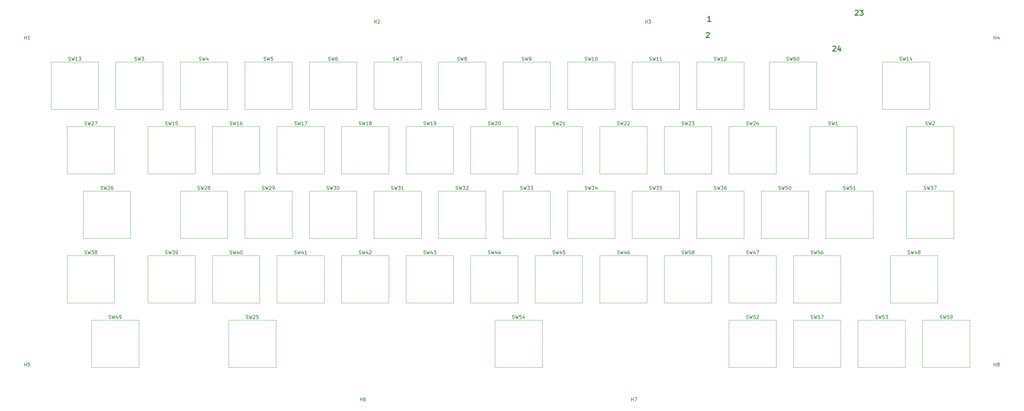
<source format=gbr>
%TF.GenerationSoftware,KiCad,Pcbnew,7.0.1*%
%TF.CreationDate,2023-10-19T22:58:34+03:00*%
%TF.ProjectId,keyboard_cherry,6b657962-6f61-4726-945f-636865727279,rev?*%
%TF.SameCoordinates,Original*%
%TF.FileFunction,Legend,Top*%
%TF.FilePolarity,Positive*%
%FSLAX46Y46*%
G04 Gerber Fmt 4.6, Leading zero omitted, Abs format (unit mm)*
G04 Created by KiCad (PCBNEW 7.0.1) date 2023-10-19 22:58:34*
%MOMM*%
%LPD*%
G01*
G04 APERTURE LIST*
%ADD10C,0.300000*%
%ADD11C,0.150000*%
%ADD12C,0.120000*%
G04 APERTURE END LIST*
D10*
X247785714Y-1259285D02*
X247857142Y-1187857D01*
X247857142Y-1187857D02*
X248000000Y-1116428D01*
X248000000Y-1116428D02*
X248357142Y-1116428D01*
X248357142Y-1116428D02*
X248500000Y-1187857D01*
X248500000Y-1187857D02*
X248571428Y-1259285D01*
X248571428Y-1259285D02*
X248642857Y-1402142D01*
X248642857Y-1402142D02*
X248642857Y-1545000D01*
X248642857Y-1545000D02*
X248571428Y-1759285D01*
X248571428Y-1759285D02*
X247714285Y-2616428D01*
X247714285Y-2616428D02*
X248642857Y-2616428D01*
X249142856Y-1116428D02*
X250071428Y-1116428D01*
X250071428Y-1116428D02*
X249571428Y-1687857D01*
X249571428Y-1687857D02*
X249785713Y-1687857D01*
X249785713Y-1687857D02*
X249928571Y-1759285D01*
X249928571Y-1759285D02*
X249999999Y-1830714D01*
X249999999Y-1830714D02*
X250071428Y-1973571D01*
X250071428Y-1973571D02*
X250071428Y-2330714D01*
X250071428Y-2330714D02*
X249999999Y-2473571D01*
X249999999Y-2473571D02*
X249928571Y-2545000D01*
X249928571Y-2545000D02*
X249785713Y-2616428D01*
X249785713Y-2616428D02*
X249357142Y-2616428D01*
X249357142Y-2616428D02*
X249214285Y-2545000D01*
X249214285Y-2545000D02*
X249142856Y-2473571D01*
X241200314Y-11851685D02*
X241271742Y-11780257D01*
X241271742Y-11780257D02*
X241414600Y-11708828D01*
X241414600Y-11708828D02*
X241771742Y-11708828D01*
X241771742Y-11708828D02*
X241914600Y-11780257D01*
X241914600Y-11780257D02*
X241986028Y-11851685D01*
X241986028Y-11851685D02*
X242057457Y-11994542D01*
X242057457Y-11994542D02*
X242057457Y-12137400D01*
X242057457Y-12137400D02*
X241986028Y-12351685D01*
X241986028Y-12351685D02*
X241128885Y-13208828D01*
X241128885Y-13208828D02*
X242057457Y-13208828D01*
X243343171Y-12208828D02*
X243343171Y-13208828D01*
X242986028Y-11637400D02*
X242628885Y-12708828D01*
X242628885Y-12708828D02*
X243557456Y-12708828D01*
X205122057Y-4414828D02*
X204264914Y-4414828D01*
X204693485Y-4414828D02*
X204693485Y-2914828D01*
X204693485Y-2914828D02*
X204550628Y-3129114D01*
X204550628Y-3129114D02*
X204407771Y-3271971D01*
X204407771Y-3271971D02*
X204264914Y-3343400D01*
X203864914Y-7857685D02*
X203936342Y-7786257D01*
X203936342Y-7786257D02*
X204079200Y-7714828D01*
X204079200Y-7714828D02*
X204436342Y-7714828D01*
X204436342Y-7714828D02*
X204579200Y-7786257D01*
X204579200Y-7786257D02*
X204650628Y-7857685D01*
X204650628Y-7857685D02*
X204722057Y-8000542D01*
X204722057Y-8000542D02*
X204722057Y-8143400D01*
X204722057Y-8143400D02*
X204650628Y-8357685D01*
X204650628Y-8357685D02*
X203793485Y-9214828D01*
X203793485Y-9214828D02*
X204722057Y-9214828D01*
D11*
%TO.C,H8*%
X288731395Y-106222819D02*
X288731395Y-105222819D01*
X288731395Y-105699009D02*
X289302823Y-105699009D01*
X289302823Y-106222819D02*
X289302823Y-105222819D01*
X289921871Y-105651390D02*
X289826633Y-105603771D01*
X289826633Y-105603771D02*
X289779014Y-105556152D01*
X289779014Y-105556152D02*
X289731395Y-105460914D01*
X289731395Y-105460914D02*
X289731395Y-105413295D01*
X289731395Y-105413295D02*
X289779014Y-105318057D01*
X289779014Y-105318057D02*
X289826633Y-105270438D01*
X289826633Y-105270438D02*
X289921871Y-105222819D01*
X289921871Y-105222819D02*
X290112347Y-105222819D01*
X290112347Y-105222819D02*
X290207585Y-105270438D01*
X290207585Y-105270438D02*
X290255204Y-105318057D01*
X290255204Y-105318057D02*
X290302823Y-105413295D01*
X290302823Y-105413295D02*
X290302823Y-105460914D01*
X290302823Y-105460914D02*
X290255204Y-105556152D01*
X290255204Y-105556152D02*
X290207585Y-105603771D01*
X290207585Y-105603771D02*
X290112347Y-105651390D01*
X290112347Y-105651390D02*
X289921871Y-105651390D01*
X289921871Y-105651390D02*
X289826633Y-105699009D01*
X289826633Y-105699009D02*
X289779014Y-105746628D01*
X289779014Y-105746628D02*
X289731395Y-105841866D01*
X289731395Y-105841866D02*
X289731395Y-106032342D01*
X289731395Y-106032342D02*
X289779014Y-106127580D01*
X289779014Y-106127580D02*
X289826633Y-106175200D01*
X289826633Y-106175200D02*
X289921871Y-106222819D01*
X289921871Y-106222819D02*
X290112347Y-106222819D01*
X290112347Y-106222819D02*
X290207585Y-106175200D01*
X290207585Y-106175200D02*
X290255204Y-106127580D01*
X290255204Y-106127580D02*
X290302823Y-106032342D01*
X290302823Y-106032342D02*
X290302823Y-105841866D01*
X290302823Y-105841866D02*
X290255204Y-105746628D01*
X290255204Y-105746628D02*
X290207585Y-105699009D01*
X290207585Y-105699009D02*
X290112347Y-105651390D01*
%TO.C,H7*%
X181738095Y-116462619D02*
X181738095Y-115462619D01*
X181738095Y-115938809D02*
X182309523Y-115938809D01*
X182309523Y-116462619D02*
X182309523Y-115462619D01*
X182690476Y-115462619D02*
X183357142Y-115462619D01*
X183357142Y-115462619D02*
X182928571Y-116462619D01*
%TO.C,SW21*%
X158518376Y-34971000D02*
X158661233Y-35018619D01*
X158661233Y-35018619D02*
X158899328Y-35018619D01*
X158899328Y-35018619D02*
X158994566Y-34971000D01*
X158994566Y-34971000D02*
X159042185Y-34923380D01*
X159042185Y-34923380D02*
X159089804Y-34828142D01*
X159089804Y-34828142D02*
X159089804Y-34732904D01*
X159089804Y-34732904D02*
X159042185Y-34637666D01*
X159042185Y-34637666D02*
X158994566Y-34590047D01*
X158994566Y-34590047D02*
X158899328Y-34542428D01*
X158899328Y-34542428D02*
X158708852Y-34494809D01*
X158708852Y-34494809D02*
X158613614Y-34447190D01*
X158613614Y-34447190D02*
X158565995Y-34399571D01*
X158565995Y-34399571D02*
X158518376Y-34304333D01*
X158518376Y-34304333D02*
X158518376Y-34209095D01*
X158518376Y-34209095D02*
X158565995Y-34113857D01*
X158565995Y-34113857D02*
X158613614Y-34066238D01*
X158613614Y-34066238D02*
X158708852Y-34018619D01*
X158708852Y-34018619D02*
X158946947Y-34018619D01*
X158946947Y-34018619D02*
X159089804Y-34066238D01*
X159423138Y-34018619D02*
X159661233Y-35018619D01*
X159661233Y-35018619D02*
X159851709Y-34304333D01*
X159851709Y-34304333D02*
X160042185Y-35018619D01*
X160042185Y-35018619D02*
X160280281Y-34018619D01*
X160613614Y-34113857D02*
X160661233Y-34066238D01*
X160661233Y-34066238D02*
X160756471Y-34018619D01*
X160756471Y-34018619D02*
X160994566Y-34018619D01*
X160994566Y-34018619D02*
X161089804Y-34066238D01*
X161089804Y-34066238D02*
X161137423Y-34113857D01*
X161137423Y-34113857D02*
X161185042Y-34209095D01*
X161185042Y-34209095D02*
X161185042Y-34304333D01*
X161185042Y-34304333D02*
X161137423Y-34447190D01*
X161137423Y-34447190D02*
X160565995Y-35018619D01*
X160565995Y-35018619D02*
X161185042Y-35018619D01*
X162137423Y-35018619D02*
X161565995Y-35018619D01*
X161851709Y-35018619D02*
X161851709Y-34018619D01*
X161851709Y-34018619D02*
X161756471Y-34161476D01*
X161756471Y-34161476D02*
X161661233Y-34256714D01*
X161661233Y-34256714D02*
X161565995Y-34304333D01*
%TO.C,SW59*%
X272818376Y-92121000D02*
X272961233Y-92168619D01*
X272961233Y-92168619D02*
X273199328Y-92168619D01*
X273199328Y-92168619D02*
X273294566Y-92121000D01*
X273294566Y-92121000D02*
X273342185Y-92073380D01*
X273342185Y-92073380D02*
X273389804Y-91978142D01*
X273389804Y-91978142D02*
X273389804Y-91882904D01*
X273389804Y-91882904D02*
X273342185Y-91787666D01*
X273342185Y-91787666D02*
X273294566Y-91740047D01*
X273294566Y-91740047D02*
X273199328Y-91692428D01*
X273199328Y-91692428D02*
X273008852Y-91644809D01*
X273008852Y-91644809D02*
X272913614Y-91597190D01*
X272913614Y-91597190D02*
X272865995Y-91549571D01*
X272865995Y-91549571D02*
X272818376Y-91454333D01*
X272818376Y-91454333D02*
X272818376Y-91359095D01*
X272818376Y-91359095D02*
X272865995Y-91263857D01*
X272865995Y-91263857D02*
X272913614Y-91216238D01*
X272913614Y-91216238D02*
X273008852Y-91168619D01*
X273008852Y-91168619D02*
X273246947Y-91168619D01*
X273246947Y-91168619D02*
X273389804Y-91216238D01*
X273723138Y-91168619D02*
X273961233Y-92168619D01*
X273961233Y-92168619D02*
X274151709Y-91454333D01*
X274151709Y-91454333D02*
X274342185Y-92168619D01*
X274342185Y-92168619D02*
X274580281Y-91168619D01*
X275437423Y-91168619D02*
X274961233Y-91168619D01*
X274961233Y-91168619D02*
X274913614Y-91644809D01*
X274913614Y-91644809D02*
X274961233Y-91597190D01*
X274961233Y-91597190D02*
X275056471Y-91549571D01*
X275056471Y-91549571D02*
X275294566Y-91549571D01*
X275294566Y-91549571D02*
X275389804Y-91597190D01*
X275389804Y-91597190D02*
X275437423Y-91644809D01*
X275437423Y-91644809D02*
X275485042Y-91740047D01*
X275485042Y-91740047D02*
X275485042Y-91978142D01*
X275485042Y-91978142D02*
X275437423Y-92073380D01*
X275437423Y-92073380D02*
X275389804Y-92121000D01*
X275389804Y-92121000D02*
X275294566Y-92168619D01*
X275294566Y-92168619D02*
X275056471Y-92168619D01*
X275056471Y-92168619D02*
X274961233Y-92121000D01*
X274961233Y-92121000D02*
X274913614Y-92073380D01*
X275961233Y-92168619D02*
X276151709Y-92168619D01*
X276151709Y-92168619D02*
X276246947Y-92121000D01*
X276246947Y-92121000D02*
X276294566Y-92073380D01*
X276294566Y-92073380D02*
X276389804Y-91930523D01*
X276389804Y-91930523D02*
X276437423Y-91740047D01*
X276437423Y-91740047D02*
X276437423Y-91359095D01*
X276437423Y-91359095D02*
X276389804Y-91263857D01*
X276389804Y-91263857D02*
X276342185Y-91216238D01*
X276342185Y-91216238D02*
X276246947Y-91168619D01*
X276246947Y-91168619D02*
X276056471Y-91168619D01*
X276056471Y-91168619D02*
X275961233Y-91216238D01*
X275961233Y-91216238D02*
X275913614Y-91263857D01*
X275913614Y-91263857D02*
X275865995Y-91359095D01*
X275865995Y-91359095D02*
X275865995Y-91597190D01*
X275865995Y-91597190D02*
X275913614Y-91692428D01*
X275913614Y-91692428D02*
X275961233Y-91740047D01*
X275961233Y-91740047D02*
X276056471Y-91787666D01*
X276056471Y-91787666D02*
X276246947Y-91787666D01*
X276246947Y-91787666D02*
X276342185Y-91740047D01*
X276342185Y-91740047D02*
X276389804Y-91692428D01*
X276389804Y-91692428D02*
X276437423Y-91597190D01*
%TO.C,SW33*%
X148993376Y-54021000D02*
X149136233Y-54068619D01*
X149136233Y-54068619D02*
X149374328Y-54068619D01*
X149374328Y-54068619D02*
X149469566Y-54021000D01*
X149469566Y-54021000D02*
X149517185Y-53973380D01*
X149517185Y-53973380D02*
X149564804Y-53878142D01*
X149564804Y-53878142D02*
X149564804Y-53782904D01*
X149564804Y-53782904D02*
X149517185Y-53687666D01*
X149517185Y-53687666D02*
X149469566Y-53640047D01*
X149469566Y-53640047D02*
X149374328Y-53592428D01*
X149374328Y-53592428D02*
X149183852Y-53544809D01*
X149183852Y-53544809D02*
X149088614Y-53497190D01*
X149088614Y-53497190D02*
X149040995Y-53449571D01*
X149040995Y-53449571D02*
X148993376Y-53354333D01*
X148993376Y-53354333D02*
X148993376Y-53259095D01*
X148993376Y-53259095D02*
X149040995Y-53163857D01*
X149040995Y-53163857D02*
X149088614Y-53116238D01*
X149088614Y-53116238D02*
X149183852Y-53068619D01*
X149183852Y-53068619D02*
X149421947Y-53068619D01*
X149421947Y-53068619D02*
X149564804Y-53116238D01*
X149898138Y-53068619D02*
X150136233Y-54068619D01*
X150136233Y-54068619D02*
X150326709Y-53354333D01*
X150326709Y-53354333D02*
X150517185Y-54068619D01*
X150517185Y-54068619D02*
X150755281Y-53068619D01*
X151040995Y-53068619D02*
X151660042Y-53068619D01*
X151660042Y-53068619D02*
X151326709Y-53449571D01*
X151326709Y-53449571D02*
X151469566Y-53449571D01*
X151469566Y-53449571D02*
X151564804Y-53497190D01*
X151564804Y-53497190D02*
X151612423Y-53544809D01*
X151612423Y-53544809D02*
X151660042Y-53640047D01*
X151660042Y-53640047D02*
X151660042Y-53878142D01*
X151660042Y-53878142D02*
X151612423Y-53973380D01*
X151612423Y-53973380D02*
X151564804Y-54021000D01*
X151564804Y-54021000D02*
X151469566Y-54068619D01*
X151469566Y-54068619D02*
X151183852Y-54068619D01*
X151183852Y-54068619D02*
X151088614Y-54021000D01*
X151088614Y-54021000D02*
X151040995Y-53973380D01*
X151993376Y-53068619D02*
X152612423Y-53068619D01*
X152612423Y-53068619D02*
X152279090Y-53449571D01*
X152279090Y-53449571D02*
X152421947Y-53449571D01*
X152421947Y-53449571D02*
X152517185Y-53497190D01*
X152517185Y-53497190D02*
X152564804Y-53544809D01*
X152564804Y-53544809D02*
X152612423Y-53640047D01*
X152612423Y-53640047D02*
X152612423Y-53878142D01*
X152612423Y-53878142D02*
X152564804Y-53973380D01*
X152564804Y-53973380D02*
X152517185Y-54021000D01*
X152517185Y-54021000D02*
X152421947Y-54068619D01*
X152421947Y-54068619D02*
X152136233Y-54068619D01*
X152136233Y-54068619D02*
X152040995Y-54021000D01*
X152040995Y-54021000D02*
X151993376Y-53973380D01*
%TO.C,H2*%
X105875695Y-4962819D02*
X105875695Y-3962819D01*
X105875695Y-4439009D02*
X106447123Y-4439009D01*
X106447123Y-4962819D02*
X106447123Y-3962819D01*
X106875695Y-4058057D02*
X106923314Y-4010438D01*
X106923314Y-4010438D02*
X107018552Y-3962819D01*
X107018552Y-3962819D02*
X107256647Y-3962819D01*
X107256647Y-3962819D02*
X107351885Y-4010438D01*
X107351885Y-4010438D02*
X107399504Y-4058057D01*
X107399504Y-4058057D02*
X107447123Y-4153295D01*
X107447123Y-4153295D02*
X107447123Y-4248533D01*
X107447123Y-4248533D02*
X107399504Y-4391390D01*
X107399504Y-4391390D02*
X106828076Y-4962819D01*
X106828076Y-4962819D02*
X107447123Y-4962819D01*
%TO.C,SW60*%
X227574676Y-15921000D02*
X227717533Y-15968619D01*
X227717533Y-15968619D02*
X227955628Y-15968619D01*
X227955628Y-15968619D02*
X228050866Y-15921000D01*
X228050866Y-15921000D02*
X228098485Y-15873380D01*
X228098485Y-15873380D02*
X228146104Y-15778142D01*
X228146104Y-15778142D02*
X228146104Y-15682904D01*
X228146104Y-15682904D02*
X228098485Y-15587666D01*
X228098485Y-15587666D02*
X228050866Y-15540047D01*
X228050866Y-15540047D02*
X227955628Y-15492428D01*
X227955628Y-15492428D02*
X227765152Y-15444809D01*
X227765152Y-15444809D02*
X227669914Y-15397190D01*
X227669914Y-15397190D02*
X227622295Y-15349571D01*
X227622295Y-15349571D02*
X227574676Y-15254333D01*
X227574676Y-15254333D02*
X227574676Y-15159095D01*
X227574676Y-15159095D02*
X227622295Y-15063857D01*
X227622295Y-15063857D02*
X227669914Y-15016238D01*
X227669914Y-15016238D02*
X227765152Y-14968619D01*
X227765152Y-14968619D02*
X228003247Y-14968619D01*
X228003247Y-14968619D02*
X228146104Y-15016238D01*
X228479438Y-14968619D02*
X228717533Y-15968619D01*
X228717533Y-15968619D02*
X228908009Y-15254333D01*
X228908009Y-15254333D02*
X229098485Y-15968619D01*
X229098485Y-15968619D02*
X229336581Y-14968619D01*
X230146104Y-14968619D02*
X229955628Y-14968619D01*
X229955628Y-14968619D02*
X229860390Y-15016238D01*
X229860390Y-15016238D02*
X229812771Y-15063857D01*
X229812771Y-15063857D02*
X229717533Y-15206714D01*
X229717533Y-15206714D02*
X229669914Y-15397190D01*
X229669914Y-15397190D02*
X229669914Y-15778142D01*
X229669914Y-15778142D02*
X229717533Y-15873380D01*
X229717533Y-15873380D02*
X229765152Y-15921000D01*
X229765152Y-15921000D02*
X229860390Y-15968619D01*
X229860390Y-15968619D02*
X230050866Y-15968619D01*
X230050866Y-15968619D02*
X230146104Y-15921000D01*
X230146104Y-15921000D02*
X230193723Y-15873380D01*
X230193723Y-15873380D02*
X230241342Y-15778142D01*
X230241342Y-15778142D02*
X230241342Y-15540047D01*
X230241342Y-15540047D02*
X230193723Y-15444809D01*
X230193723Y-15444809D02*
X230146104Y-15397190D01*
X230146104Y-15397190D02*
X230050866Y-15349571D01*
X230050866Y-15349571D02*
X229860390Y-15349571D01*
X229860390Y-15349571D02*
X229765152Y-15397190D01*
X229765152Y-15397190D02*
X229717533Y-15444809D01*
X229717533Y-15444809D02*
X229669914Y-15540047D01*
X230860390Y-14968619D02*
X230955628Y-14968619D01*
X230955628Y-14968619D02*
X231050866Y-15016238D01*
X231050866Y-15016238D02*
X231098485Y-15063857D01*
X231098485Y-15063857D02*
X231146104Y-15159095D01*
X231146104Y-15159095D02*
X231193723Y-15349571D01*
X231193723Y-15349571D02*
X231193723Y-15587666D01*
X231193723Y-15587666D02*
X231146104Y-15778142D01*
X231146104Y-15778142D02*
X231098485Y-15873380D01*
X231098485Y-15873380D02*
X231050866Y-15921000D01*
X231050866Y-15921000D02*
X230955628Y-15968619D01*
X230955628Y-15968619D02*
X230860390Y-15968619D01*
X230860390Y-15968619D02*
X230765152Y-15921000D01*
X230765152Y-15921000D02*
X230717533Y-15873380D01*
X230717533Y-15873380D02*
X230669914Y-15778142D01*
X230669914Y-15778142D02*
X230622295Y-15587666D01*
X230622295Y-15587666D02*
X230622295Y-15349571D01*
X230622295Y-15349571D02*
X230669914Y-15159095D01*
X230669914Y-15159095D02*
X230717533Y-15063857D01*
X230717533Y-15063857D02*
X230765152Y-15016238D01*
X230765152Y-15016238D02*
X230860390Y-14968619D01*
%TO.C,SW2*%
X268532067Y-34971000D02*
X268674924Y-35018619D01*
X268674924Y-35018619D02*
X268913019Y-35018619D01*
X268913019Y-35018619D02*
X269008257Y-34971000D01*
X269008257Y-34971000D02*
X269055876Y-34923380D01*
X269055876Y-34923380D02*
X269103495Y-34828142D01*
X269103495Y-34828142D02*
X269103495Y-34732904D01*
X269103495Y-34732904D02*
X269055876Y-34637666D01*
X269055876Y-34637666D02*
X269008257Y-34590047D01*
X269008257Y-34590047D02*
X268913019Y-34542428D01*
X268913019Y-34542428D02*
X268722543Y-34494809D01*
X268722543Y-34494809D02*
X268627305Y-34447190D01*
X268627305Y-34447190D02*
X268579686Y-34399571D01*
X268579686Y-34399571D02*
X268532067Y-34304333D01*
X268532067Y-34304333D02*
X268532067Y-34209095D01*
X268532067Y-34209095D02*
X268579686Y-34113857D01*
X268579686Y-34113857D02*
X268627305Y-34066238D01*
X268627305Y-34066238D02*
X268722543Y-34018619D01*
X268722543Y-34018619D02*
X268960638Y-34018619D01*
X268960638Y-34018619D02*
X269103495Y-34066238D01*
X269436829Y-34018619D02*
X269674924Y-35018619D01*
X269674924Y-35018619D02*
X269865400Y-34304333D01*
X269865400Y-34304333D02*
X270055876Y-35018619D01*
X270055876Y-35018619D02*
X270293972Y-34018619D01*
X270627305Y-34113857D02*
X270674924Y-34066238D01*
X270674924Y-34066238D02*
X270770162Y-34018619D01*
X270770162Y-34018619D02*
X271008257Y-34018619D01*
X271008257Y-34018619D02*
X271103495Y-34066238D01*
X271103495Y-34066238D02*
X271151114Y-34113857D01*
X271151114Y-34113857D02*
X271198733Y-34209095D01*
X271198733Y-34209095D02*
X271198733Y-34304333D01*
X271198733Y-34304333D02*
X271151114Y-34447190D01*
X271151114Y-34447190D02*
X270579686Y-35018619D01*
X270579686Y-35018619D02*
X271198733Y-35018619D01*
%TO.C,SW23*%
X196618376Y-34971000D02*
X196761233Y-35018619D01*
X196761233Y-35018619D02*
X196999328Y-35018619D01*
X196999328Y-35018619D02*
X197094566Y-34971000D01*
X197094566Y-34971000D02*
X197142185Y-34923380D01*
X197142185Y-34923380D02*
X197189804Y-34828142D01*
X197189804Y-34828142D02*
X197189804Y-34732904D01*
X197189804Y-34732904D02*
X197142185Y-34637666D01*
X197142185Y-34637666D02*
X197094566Y-34590047D01*
X197094566Y-34590047D02*
X196999328Y-34542428D01*
X196999328Y-34542428D02*
X196808852Y-34494809D01*
X196808852Y-34494809D02*
X196713614Y-34447190D01*
X196713614Y-34447190D02*
X196665995Y-34399571D01*
X196665995Y-34399571D02*
X196618376Y-34304333D01*
X196618376Y-34304333D02*
X196618376Y-34209095D01*
X196618376Y-34209095D02*
X196665995Y-34113857D01*
X196665995Y-34113857D02*
X196713614Y-34066238D01*
X196713614Y-34066238D02*
X196808852Y-34018619D01*
X196808852Y-34018619D02*
X197046947Y-34018619D01*
X197046947Y-34018619D02*
X197189804Y-34066238D01*
X197523138Y-34018619D02*
X197761233Y-35018619D01*
X197761233Y-35018619D02*
X197951709Y-34304333D01*
X197951709Y-34304333D02*
X198142185Y-35018619D01*
X198142185Y-35018619D02*
X198380281Y-34018619D01*
X198713614Y-34113857D02*
X198761233Y-34066238D01*
X198761233Y-34066238D02*
X198856471Y-34018619D01*
X198856471Y-34018619D02*
X199094566Y-34018619D01*
X199094566Y-34018619D02*
X199189804Y-34066238D01*
X199189804Y-34066238D02*
X199237423Y-34113857D01*
X199237423Y-34113857D02*
X199285042Y-34209095D01*
X199285042Y-34209095D02*
X199285042Y-34304333D01*
X199285042Y-34304333D02*
X199237423Y-34447190D01*
X199237423Y-34447190D02*
X198665995Y-35018619D01*
X198665995Y-35018619D02*
X199285042Y-35018619D01*
X199618376Y-34018619D02*
X200237423Y-34018619D01*
X200237423Y-34018619D02*
X199904090Y-34399571D01*
X199904090Y-34399571D02*
X200046947Y-34399571D01*
X200046947Y-34399571D02*
X200142185Y-34447190D01*
X200142185Y-34447190D02*
X200189804Y-34494809D01*
X200189804Y-34494809D02*
X200237423Y-34590047D01*
X200237423Y-34590047D02*
X200237423Y-34828142D01*
X200237423Y-34828142D02*
X200189804Y-34923380D01*
X200189804Y-34923380D02*
X200142185Y-34971000D01*
X200142185Y-34971000D02*
X200046947Y-35018619D01*
X200046947Y-35018619D02*
X199761233Y-35018619D01*
X199761233Y-35018619D02*
X199665995Y-34971000D01*
X199665995Y-34971000D02*
X199618376Y-34923380D01*
%TO.C,SW25*%
X68030876Y-92121000D02*
X68173733Y-92168619D01*
X68173733Y-92168619D02*
X68411828Y-92168619D01*
X68411828Y-92168619D02*
X68507066Y-92121000D01*
X68507066Y-92121000D02*
X68554685Y-92073380D01*
X68554685Y-92073380D02*
X68602304Y-91978142D01*
X68602304Y-91978142D02*
X68602304Y-91882904D01*
X68602304Y-91882904D02*
X68554685Y-91787666D01*
X68554685Y-91787666D02*
X68507066Y-91740047D01*
X68507066Y-91740047D02*
X68411828Y-91692428D01*
X68411828Y-91692428D02*
X68221352Y-91644809D01*
X68221352Y-91644809D02*
X68126114Y-91597190D01*
X68126114Y-91597190D02*
X68078495Y-91549571D01*
X68078495Y-91549571D02*
X68030876Y-91454333D01*
X68030876Y-91454333D02*
X68030876Y-91359095D01*
X68030876Y-91359095D02*
X68078495Y-91263857D01*
X68078495Y-91263857D02*
X68126114Y-91216238D01*
X68126114Y-91216238D02*
X68221352Y-91168619D01*
X68221352Y-91168619D02*
X68459447Y-91168619D01*
X68459447Y-91168619D02*
X68602304Y-91216238D01*
X68935638Y-91168619D02*
X69173733Y-92168619D01*
X69173733Y-92168619D02*
X69364209Y-91454333D01*
X69364209Y-91454333D02*
X69554685Y-92168619D01*
X69554685Y-92168619D02*
X69792781Y-91168619D01*
X70126114Y-91263857D02*
X70173733Y-91216238D01*
X70173733Y-91216238D02*
X70268971Y-91168619D01*
X70268971Y-91168619D02*
X70507066Y-91168619D01*
X70507066Y-91168619D02*
X70602304Y-91216238D01*
X70602304Y-91216238D02*
X70649923Y-91263857D01*
X70649923Y-91263857D02*
X70697542Y-91359095D01*
X70697542Y-91359095D02*
X70697542Y-91454333D01*
X70697542Y-91454333D02*
X70649923Y-91597190D01*
X70649923Y-91597190D02*
X70078495Y-92168619D01*
X70078495Y-92168619D02*
X70697542Y-92168619D01*
X71602304Y-91168619D02*
X71126114Y-91168619D01*
X71126114Y-91168619D02*
X71078495Y-91644809D01*
X71078495Y-91644809D02*
X71126114Y-91597190D01*
X71126114Y-91597190D02*
X71221352Y-91549571D01*
X71221352Y-91549571D02*
X71459447Y-91549571D01*
X71459447Y-91549571D02*
X71554685Y-91597190D01*
X71554685Y-91597190D02*
X71602304Y-91644809D01*
X71602304Y-91644809D02*
X71649923Y-91740047D01*
X71649923Y-91740047D02*
X71649923Y-91978142D01*
X71649923Y-91978142D02*
X71602304Y-92073380D01*
X71602304Y-92073380D02*
X71554685Y-92121000D01*
X71554685Y-92121000D02*
X71459447Y-92168619D01*
X71459447Y-92168619D02*
X71221352Y-92168619D01*
X71221352Y-92168619D02*
X71126114Y-92121000D01*
X71126114Y-92121000D02*
X71078495Y-92073380D01*
%TO.C,SW46*%
X177568376Y-73071000D02*
X177711233Y-73118619D01*
X177711233Y-73118619D02*
X177949328Y-73118619D01*
X177949328Y-73118619D02*
X178044566Y-73071000D01*
X178044566Y-73071000D02*
X178092185Y-73023380D01*
X178092185Y-73023380D02*
X178139804Y-72928142D01*
X178139804Y-72928142D02*
X178139804Y-72832904D01*
X178139804Y-72832904D02*
X178092185Y-72737666D01*
X178092185Y-72737666D02*
X178044566Y-72690047D01*
X178044566Y-72690047D02*
X177949328Y-72642428D01*
X177949328Y-72642428D02*
X177758852Y-72594809D01*
X177758852Y-72594809D02*
X177663614Y-72547190D01*
X177663614Y-72547190D02*
X177615995Y-72499571D01*
X177615995Y-72499571D02*
X177568376Y-72404333D01*
X177568376Y-72404333D02*
X177568376Y-72309095D01*
X177568376Y-72309095D02*
X177615995Y-72213857D01*
X177615995Y-72213857D02*
X177663614Y-72166238D01*
X177663614Y-72166238D02*
X177758852Y-72118619D01*
X177758852Y-72118619D02*
X177996947Y-72118619D01*
X177996947Y-72118619D02*
X178139804Y-72166238D01*
X178473138Y-72118619D02*
X178711233Y-73118619D01*
X178711233Y-73118619D02*
X178901709Y-72404333D01*
X178901709Y-72404333D02*
X179092185Y-73118619D01*
X179092185Y-73118619D02*
X179330281Y-72118619D01*
X180139804Y-72451952D02*
X180139804Y-73118619D01*
X179901709Y-72071000D02*
X179663614Y-72785285D01*
X179663614Y-72785285D02*
X180282661Y-72785285D01*
X181092185Y-72118619D02*
X180901709Y-72118619D01*
X180901709Y-72118619D02*
X180806471Y-72166238D01*
X180806471Y-72166238D02*
X180758852Y-72213857D01*
X180758852Y-72213857D02*
X180663614Y-72356714D01*
X180663614Y-72356714D02*
X180615995Y-72547190D01*
X180615995Y-72547190D02*
X180615995Y-72928142D01*
X180615995Y-72928142D02*
X180663614Y-73023380D01*
X180663614Y-73023380D02*
X180711233Y-73071000D01*
X180711233Y-73071000D02*
X180806471Y-73118619D01*
X180806471Y-73118619D02*
X180996947Y-73118619D01*
X180996947Y-73118619D02*
X181092185Y-73071000D01*
X181092185Y-73071000D02*
X181139804Y-73023380D01*
X181139804Y-73023380D02*
X181187423Y-72928142D01*
X181187423Y-72928142D02*
X181187423Y-72690047D01*
X181187423Y-72690047D02*
X181139804Y-72594809D01*
X181139804Y-72594809D02*
X181092185Y-72547190D01*
X181092185Y-72547190D02*
X180996947Y-72499571D01*
X180996947Y-72499571D02*
X180806471Y-72499571D01*
X180806471Y-72499571D02*
X180711233Y-72547190D01*
X180711233Y-72547190D02*
X180663614Y-72594809D01*
X180663614Y-72594809D02*
X180615995Y-72690047D01*
%TO.C,SW29*%
X72793376Y-54021000D02*
X72936233Y-54068619D01*
X72936233Y-54068619D02*
X73174328Y-54068619D01*
X73174328Y-54068619D02*
X73269566Y-54021000D01*
X73269566Y-54021000D02*
X73317185Y-53973380D01*
X73317185Y-53973380D02*
X73364804Y-53878142D01*
X73364804Y-53878142D02*
X73364804Y-53782904D01*
X73364804Y-53782904D02*
X73317185Y-53687666D01*
X73317185Y-53687666D02*
X73269566Y-53640047D01*
X73269566Y-53640047D02*
X73174328Y-53592428D01*
X73174328Y-53592428D02*
X72983852Y-53544809D01*
X72983852Y-53544809D02*
X72888614Y-53497190D01*
X72888614Y-53497190D02*
X72840995Y-53449571D01*
X72840995Y-53449571D02*
X72793376Y-53354333D01*
X72793376Y-53354333D02*
X72793376Y-53259095D01*
X72793376Y-53259095D02*
X72840995Y-53163857D01*
X72840995Y-53163857D02*
X72888614Y-53116238D01*
X72888614Y-53116238D02*
X72983852Y-53068619D01*
X72983852Y-53068619D02*
X73221947Y-53068619D01*
X73221947Y-53068619D02*
X73364804Y-53116238D01*
X73698138Y-53068619D02*
X73936233Y-54068619D01*
X73936233Y-54068619D02*
X74126709Y-53354333D01*
X74126709Y-53354333D02*
X74317185Y-54068619D01*
X74317185Y-54068619D02*
X74555281Y-53068619D01*
X74888614Y-53163857D02*
X74936233Y-53116238D01*
X74936233Y-53116238D02*
X75031471Y-53068619D01*
X75031471Y-53068619D02*
X75269566Y-53068619D01*
X75269566Y-53068619D02*
X75364804Y-53116238D01*
X75364804Y-53116238D02*
X75412423Y-53163857D01*
X75412423Y-53163857D02*
X75460042Y-53259095D01*
X75460042Y-53259095D02*
X75460042Y-53354333D01*
X75460042Y-53354333D02*
X75412423Y-53497190D01*
X75412423Y-53497190D02*
X74840995Y-54068619D01*
X74840995Y-54068619D02*
X75460042Y-54068619D01*
X75936233Y-54068619D02*
X76126709Y-54068619D01*
X76126709Y-54068619D02*
X76221947Y-54021000D01*
X76221947Y-54021000D02*
X76269566Y-53973380D01*
X76269566Y-53973380D02*
X76364804Y-53830523D01*
X76364804Y-53830523D02*
X76412423Y-53640047D01*
X76412423Y-53640047D02*
X76412423Y-53259095D01*
X76412423Y-53259095D02*
X76364804Y-53163857D01*
X76364804Y-53163857D02*
X76317185Y-53116238D01*
X76317185Y-53116238D02*
X76221947Y-53068619D01*
X76221947Y-53068619D02*
X76031471Y-53068619D01*
X76031471Y-53068619D02*
X75936233Y-53116238D01*
X75936233Y-53116238D02*
X75888614Y-53163857D01*
X75888614Y-53163857D02*
X75840995Y-53259095D01*
X75840995Y-53259095D02*
X75840995Y-53497190D01*
X75840995Y-53497190D02*
X75888614Y-53592428D01*
X75888614Y-53592428D02*
X75936233Y-53640047D01*
X75936233Y-53640047D02*
X76031471Y-53687666D01*
X76031471Y-53687666D02*
X76221947Y-53687666D01*
X76221947Y-53687666D02*
X76317185Y-53640047D01*
X76317185Y-53640047D02*
X76364804Y-53592428D01*
X76364804Y-53592428D02*
X76412423Y-53497190D01*
%TO.C,SW32*%
X129943376Y-54021000D02*
X130086233Y-54068619D01*
X130086233Y-54068619D02*
X130324328Y-54068619D01*
X130324328Y-54068619D02*
X130419566Y-54021000D01*
X130419566Y-54021000D02*
X130467185Y-53973380D01*
X130467185Y-53973380D02*
X130514804Y-53878142D01*
X130514804Y-53878142D02*
X130514804Y-53782904D01*
X130514804Y-53782904D02*
X130467185Y-53687666D01*
X130467185Y-53687666D02*
X130419566Y-53640047D01*
X130419566Y-53640047D02*
X130324328Y-53592428D01*
X130324328Y-53592428D02*
X130133852Y-53544809D01*
X130133852Y-53544809D02*
X130038614Y-53497190D01*
X130038614Y-53497190D02*
X129990995Y-53449571D01*
X129990995Y-53449571D02*
X129943376Y-53354333D01*
X129943376Y-53354333D02*
X129943376Y-53259095D01*
X129943376Y-53259095D02*
X129990995Y-53163857D01*
X129990995Y-53163857D02*
X130038614Y-53116238D01*
X130038614Y-53116238D02*
X130133852Y-53068619D01*
X130133852Y-53068619D02*
X130371947Y-53068619D01*
X130371947Y-53068619D02*
X130514804Y-53116238D01*
X130848138Y-53068619D02*
X131086233Y-54068619D01*
X131086233Y-54068619D02*
X131276709Y-53354333D01*
X131276709Y-53354333D02*
X131467185Y-54068619D01*
X131467185Y-54068619D02*
X131705281Y-53068619D01*
X131990995Y-53068619D02*
X132610042Y-53068619D01*
X132610042Y-53068619D02*
X132276709Y-53449571D01*
X132276709Y-53449571D02*
X132419566Y-53449571D01*
X132419566Y-53449571D02*
X132514804Y-53497190D01*
X132514804Y-53497190D02*
X132562423Y-53544809D01*
X132562423Y-53544809D02*
X132610042Y-53640047D01*
X132610042Y-53640047D02*
X132610042Y-53878142D01*
X132610042Y-53878142D02*
X132562423Y-53973380D01*
X132562423Y-53973380D02*
X132514804Y-54021000D01*
X132514804Y-54021000D02*
X132419566Y-54068619D01*
X132419566Y-54068619D02*
X132133852Y-54068619D01*
X132133852Y-54068619D02*
X132038614Y-54021000D01*
X132038614Y-54021000D02*
X131990995Y-53973380D01*
X132990995Y-53163857D02*
X133038614Y-53116238D01*
X133038614Y-53116238D02*
X133133852Y-53068619D01*
X133133852Y-53068619D02*
X133371947Y-53068619D01*
X133371947Y-53068619D02*
X133467185Y-53116238D01*
X133467185Y-53116238D02*
X133514804Y-53163857D01*
X133514804Y-53163857D02*
X133562423Y-53259095D01*
X133562423Y-53259095D02*
X133562423Y-53354333D01*
X133562423Y-53354333D02*
X133514804Y-53497190D01*
X133514804Y-53497190D02*
X132943376Y-54068619D01*
X132943376Y-54068619D02*
X133562423Y-54068619D01*
%TO.C,SW17*%
X82318376Y-34971000D02*
X82461233Y-35018619D01*
X82461233Y-35018619D02*
X82699328Y-35018619D01*
X82699328Y-35018619D02*
X82794566Y-34971000D01*
X82794566Y-34971000D02*
X82842185Y-34923380D01*
X82842185Y-34923380D02*
X82889804Y-34828142D01*
X82889804Y-34828142D02*
X82889804Y-34732904D01*
X82889804Y-34732904D02*
X82842185Y-34637666D01*
X82842185Y-34637666D02*
X82794566Y-34590047D01*
X82794566Y-34590047D02*
X82699328Y-34542428D01*
X82699328Y-34542428D02*
X82508852Y-34494809D01*
X82508852Y-34494809D02*
X82413614Y-34447190D01*
X82413614Y-34447190D02*
X82365995Y-34399571D01*
X82365995Y-34399571D02*
X82318376Y-34304333D01*
X82318376Y-34304333D02*
X82318376Y-34209095D01*
X82318376Y-34209095D02*
X82365995Y-34113857D01*
X82365995Y-34113857D02*
X82413614Y-34066238D01*
X82413614Y-34066238D02*
X82508852Y-34018619D01*
X82508852Y-34018619D02*
X82746947Y-34018619D01*
X82746947Y-34018619D02*
X82889804Y-34066238D01*
X83223138Y-34018619D02*
X83461233Y-35018619D01*
X83461233Y-35018619D02*
X83651709Y-34304333D01*
X83651709Y-34304333D02*
X83842185Y-35018619D01*
X83842185Y-35018619D02*
X84080281Y-34018619D01*
X84985042Y-35018619D02*
X84413614Y-35018619D01*
X84699328Y-35018619D02*
X84699328Y-34018619D01*
X84699328Y-34018619D02*
X84604090Y-34161476D01*
X84604090Y-34161476D02*
X84508852Y-34256714D01*
X84508852Y-34256714D02*
X84413614Y-34304333D01*
X85318376Y-34018619D02*
X85985042Y-34018619D01*
X85985042Y-34018619D02*
X85556471Y-35018619D01*
%TO.C,SW49*%
X27549676Y-92121000D02*
X27692533Y-92168619D01*
X27692533Y-92168619D02*
X27930628Y-92168619D01*
X27930628Y-92168619D02*
X28025866Y-92121000D01*
X28025866Y-92121000D02*
X28073485Y-92073380D01*
X28073485Y-92073380D02*
X28121104Y-91978142D01*
X28121104Y-91978142D02*
X28121104Y-91882904D01*
X28121104Y-91882904D02*
X28073485Y-91787666D01*
X28073485Y-91787666D02*
X28025866Y-91740047D01*
X28025866Y-91740047D02*
X27930628Y-91692428D01*
X27930628Y-91692428D02*
X27740152Y-91644809D01*
X27740152Y-91644809D02*
X27644914Y-91597190D01*
X27644914Y-91597190D02*
X27597295Y-91549571D01*
X27597295Y-91549571D02*
X27549676Y-91454333D01*
X27549676Y-91454333D02*
X27549676Y-91359095D01*
X27549676Y-91359095D02*
X27597295Y-91263857D01*
X27597295Y-91263857D02*
X27644914Y-91216238D01*
X27644914Y-91216238D02*
X27740152Y-91168619D01*
X27740152Y-91168619D02*
X27978247Y-91168619D01*
X27978247Y-91168619D02*
X28121104Y-91216238D01*
X28454438Y-91168619D02*
X28692533Y-92168619D01*
X28692533Y-92168619D02*
X28883009Y-91454333D01*
X28883009Y-91454333D02*
X29073485Y-92168619D01*
X29073485Y-92168619D02*
X29311581Y-91168619D01*
X30121104Y-91501952D02*
X30121104Y-92168619D01*
X29883009Y-91121000D02*
X29644914Y-91835285D01*
X29644914Y-91835285D02*
X30263961Y-91835285D01*
X30692533Y-92168619D02*
X30883009Y-92168619D01*
X30883009Y-92168619D02*
X30978247Y-92121000D01*
X30978247Y-92121000D02*
X31025866Y-92073380D01*
X31025866Y-92073380D02*
X31121104Y-91930523D01*
X31121104Y-91930523D02*
X31168723Y-91740047D01*
X31168723Y-91740047D02*
X31168723Y-91359095D01*
X31168723Y-91359095D02*
X31121104Y-91263857D01*
X31121104Y-91263857D02*
X31073485Y-91216238D01*
X31073485Y-91216238D02*
X30978247Y-91168619D01*
X30978247Y-91168619D02*
X30787771Y-91168619D01*
X30787771Y-91168619D02*
X30692533Y-91216238D01*
X30692533Y-91216238D02*
X30644914Y-91263857D01*
X30644914Y-91263857D02*
X30597295Y-91359095D01*
X30597295Y-91359095D02*
X30597295Y-91597190D01*
X30597295Y-91597190D02*
X30644914Y-91692428D01*
X30644914Y-91692428D02*
X30692533Y-91740047D01*
X30692533Y-91740047D02*
X30787771Y-91787666D01*
X30787771Y-91787666D02*
X30978247Y-91787666D01*
X30978247Y-91787666D02*
X31073485Y-91740047D01*
X31073485Y-91740047D02*
X31121104Y-91692428D01*
X31121104Y-91692428D02*
X31168723Y-91597190D01*
%TO.C,SW37*%
X268055876Y-54021000D02*
X268198733Y-54068619D01*
X268198733Y-54068619D02*
X268436828Y-54068619D01*
X268436828Y-54068619D02*
X268532066Y-54021000D01*
X268532066Y-54021000D02*
X268579685Y-53973380D01*
X268579685Y-53973380D02*
X268627304Y-53878142D01*
X268627304Y-53878142D02*
X268627304Y-53782904D01*
X268627304Y-53782904D02*
X268579685Y-53687666D01*
X268579685Y-53687666D02*
X268532066Y-53640047D01*
X268532066Y-53640047D02*
X268436828Y-53592428D01*
X268436828Y-53592428D02*
X268246352Y-53544809D01*
X268246352Y-53544809D02*
X268151114Y-53497190D01*
X268151114Y-53497190D02*
X268103495Y-53449571D01*
X268103495Y-53449571D02*
X268055876Y-53354333D01*
X268055876Y-53354333D02*
X268055876Y-53259095D01*
X268055876Y-53259095D02*
X268103495Y-53163857D01*
X268103495Y-53163857D02*
X268151114Y-53116238D01*
X268151114Y-53116238D02*
X268246352Y-53068619D01*
X268246352Y-53068619D02*
X268484447Y-53068619D01*
X268484447Y-53068619D02*
X268627304Y-53116238D01*
X268960638Y-53068619D02*
X269198733Y-54068619D01*
X269198733Y-54068619D02*
X269389209Y-53354333D01*
X269389209Y-53354333D02*
X269579685Y-54068619D01*
X269579685Y-54068619D02*
X269817781Y-53068619D01*
X270103495Y-53068619D02*
X270722542Y-53068619D01*
X270722542Y-53068619D02*
X270389209Y-53449571D01*
X270389209Y-53449571D02*
X270532066Y-53449571D01*
X270532066Y-53449571D02*
X270627304Y-53497190D01*
X270627304Y-53497190D02*
X270674923Y-53544809D01*
X270674923Y-53544809D02*
X270722542Y-53640047D01*
X270722542Y-53640047D02*
X270722542Y-53878142D01*
X270722542Y-53878142D02*
X270674923Y-53973380D01*
X270674923Y-53973380D02*
X270627304Y-54021000D01*
X270627304Y-54021000D02*
X270532066Y-54068619D01*
X270532066Y-54068619D02*
X270246352Y-54068619D01*
X270246352Y-54068619D02*
X270151114Y-54021000D01*
X270151114Y-54021000D02*
X270103495Y-53973380D01*
X271055876Y-53068619D02*
X271722542Y-53068619D01*
X271722542Y-53068619D02*
X271293971Y-54068619D01*
%TO.C,SW13*%
X15643376Y-15921000D02*
X15786233Y-15968619D01*
X15786233Y-15968619D02*
X16024328Y-15968619D01*
X16024328Y-15968619D02*
X16119566Y-15921000D01*
X16119566Y-15921000D02*
X16167185Y-15873380D01*
X16167185Y-15873380D02*
X16214804Y-15778142D01*
X16214804Y-15778142D02*
X16214804Y-15682904D01*
X16214804Y-15682904D02*
X16167185Y-15587666D01*
X16167185Y-15587666D02*
X16119566Y-15540047D01*
X16119566Y-15540047D02*
X16024328Y-15492428D01*
X16024328Y-15492428D02*
X15833852Y-15444809D01*
X15833852Y-15444809D02*
X15738614Y-15397190D01*
X15738614Y-15397190D02*
X15690995Y-15349571D01*
X15690995Y-15349571D02*
X15643376Y-15254333D01*
X15643376Y-15254333D02*
X15643376Y-15159095D01*
X15643376Y-15159095D02*
X15690995Y-15063857D01*
X15690995Y-15063857D02*
X15738614Y-15016238D01*
X15738614Y-15016238D02*
X15833852Y-14968619D01*
X15833852Y-14968619D02*
X16071947Y-14968619D01*
X16071947Y-14968619D02*
X16214804Y-15016238D01*
X16548138Y-14968619D02*
X16786233Y-15968619D01*
X16786233Y-15968619D02*
X16976709Y-15254333D01*
X16976709Y-15254333D02*
X17167185Y-15968619D01*
X17167185Y-15968619D02*
X17405281Y-14968619D01*
X18310042Y-15968619D02*
X17738614Y-15968619D01*
X18024328Y-15968619D02*
X18024328Y-14968619D01*
X18024328Y-14968619D02*
X17929090Y-15111476D01*
X17929090Y-15111476D02*
X17833852Y-15206714D01*
X17833852Y-15206714D02*
X17738614Y-15254333D01*
X18643376Y-14968619D02*
X19262423Y-14968619D01*
X19262423Y-14968619D02*
X18929090Y-15349571D01*
X18929090Y-15349571D02*
X19071947Y-15349571D01*
X19071947Y-15349571D02*
X19167185Y-15397190D01*
X19167185Y-15397190D02*
X19214804Y-15444809D01*
X19214804Y-15444809D02*
X19262423Y-15540047D01*
X19262423Y-15540047D02*
X19262423Y-15778142D01*
X19262423Y-15778142D02*
X19214804Y-15873380D01*
X19214804Y-15873380D02*
X19167185Y-15921000D01*
X19167185Y-15921000D02*
X19071947Y-15968619D01*
X19071947Y-15968619D02*
X18786233Y-15968619D01*
X18786233Y-15968619D02*
X18690995Y-15921000D01*
X18690995Y-15921000D02*
X18643376Y-15873380D01*
%TO.C,SW39*%
X44218376Y-73071000D02*
X44361233Y-73118619D01*
X44361233Y-73118619D02*
X44599328Y-73118619D01*
X44599328Y-73118619D02*
X44694566Y-73071000D01*
X44694566Y-73071000D02*
X44742185Y-73023380D01*
X44742185Y-73023380D02*
X44789804Y-72928142D01*
X44789804Y-72928142D02*
X44789804Y-72832904D01*
X44789804Y-72832904D02*
X44742185Y-72737666D01*
X44742185Y-72737666D02*
X44694566Y-72690047D01*
X44694566Y-72690047D02*
X44599328Y-72642428D01*
X44599328Y-72642428D02*
X44408852Y-72594809D01*
X44408852Y-72594809D02*
X44313614Y-72547190D01*
X44313614Y-72547190D02*
X44265995Y-72499571D01*
X44265995Y-72499571D02*
X44218376Y-72404333D01*
X44218376Y-72404333D02*
X44218376Y-72309095D01*
X44218376Y-72309095D02*
X44265995Y-72213857D01*
X44265995Y-72213857D02*
X44313614Y-72166238D01*
X44313614Y-72166238D02*
X44408852Y-72118619D01*
X44408852Y-72118619D02*
X44646947Y-72118619D01*
X44646947Y-72118619D02*
X44789804Y-72166238D01*
X45123138Y-72118619D02*
X45361233Y-73118619D01*
X45361233Y-73118619D02*
X45551709Y-72404333D01*
X45551709Y-72404333D02*
X45742185Y-73118619D01*
X45742185Y-73118619D02*
X45980281Y-72118619D01*
X46265995Y-72118619D02*
X46885042Y-72118619D01*
X46885042Y-72118619D02*
X46551709Y-72499571D01*
X46551709Y-72499571D02*
X46694566Y-72499571D01*
X46694566Y-72499571D02*
X46789804Y-72547190D01*
X46789804Y-72547190D02*
X46837423Y-72594809D01*
X46837423Y-72594809D02*
X46885042Y-72690047D01*
X46885042Y-72690047D02*
X46885042Y-72928142D01*
X46885042Y-72928142D02*
X46837423Y-73023380D01*
X46837423Y-73023380D02*
X46789804Y-73071000D01*
X46789804Y-73071000D02*
X46694566Y-73118619D01*
X46694566Y-73118619D02*
X46408852Y-73118619D01*
X46408852Y-73118619D02*
X46313614Y-73071000D01*
X46313614Y-73071000D02*
X46265995Y-73023380D01*
X47361233Y-73118619D02*
X47551709Y-73118619D01*
X47551709Y-73118619D02*
X47646947Y-73071000D01*
X47646947Y-73071000D02*
X47694566Y-73023380D01*
X47694566Y-73023380D02*
X47789804Y-72880523D01*
X47789804Y-72880523D02*
X47837423Y-72690047D01*
X47837423Y-72690047D02*
X47837423Y-72309095D01*
X47837423Y-72309095D02*
X47789804Y-72213857D01*
X47789804Y-72213857D02*
X47742185Y-72166238D01*
X47742185Y-72166238D02*
X47646947Y-72118619D01*
X47646947Y-72118619D02*
X47456471Y-72118619D01*
X47456471Y-72118619D02*
X47361233Y-72166238D01*
X47361233Y-72166238D02*
X47313614Y-72213857D01*
X47313614Y-72213857D02*
X47265995Y-72309095D01*
X47265995Y-72309095D02*
X47265995Y-72547190D01*
X47265995Y-72547190D02*
X47313614Y-72642428D01*
X47313614Y-72642428D02*
X47361233Y-72690047D01*
X47361233Y-72690047D02*
X47456471Y-72737666D01*
X47456471Y-72737666D02*
X47646947Y-72737666D01*
X47646947Y-72737666D02*
X47742185Y-72690047D01*
X47742185Y-72690047D02*
X47789804Y-72642428D01*
X47789804Y-72642428D02*
X47837423Y-72547190D01*
%TO.C,SW19*%
X120418376Y-34971000D02*
X120561233Y-35018619D01*
X120561233Y-35018619D02*
X120799328Y-35018619D01*
X120799328Y-35018619D02*
X120894566Y-34971000D01*
X120894566Y-34971000D02*
X120942185Y-34923380D01*
X120942185Y-34923380D02*
X120989804Y-34828142D01*
X120989804Y-34828142D02*
X120989804Y-34732904D01*
X120989804Y-34732904D02*
X120942185Y-34637666D01*
X120942185Y-34637666D02*
X120894566Y-34590047D01*
X120894566Y-34590047D02*
X120799328Y-34542428D01*
X120799328Y-34542428D02*
X120608852Y-34494809D01*
X120608852Y-34494809D02*
X120513614Y-34447190D01*
X120513614Y-34447190D02*
X120465995Y-34399571D01*
X120465995Y-34399571D02*
X120418376Y-34304333D01*
X120418376Y-34304333D02*
X120418376Y-34209095D01*
X120418376Y-34209095D02*
X120465995Y-34113857D01*
X120465995Y-34113857D02*
X120513614Y-34066238D01*
X120513614Y-34066238D02*
X120608852Y-34018619D01*
X120608852Y-34018619D02*
X120846947Y-34018619D01*
X120846947Y-34018619D02*
X120989804Y-34066238D01*
X121323138Y-34018619D02*
X121561233Y-35018619D01*
X121561233Y-35018619D02*
X121751709Y-34304333D01*
X121751709Y-34304333D02*
X121942185Y-35018619D01*
X121942185Y-35018619D02*
X122180281Y-34018619D01*
X123085042Y-35018619D02*
X122513614Y-35018619D01*
X122799328Y-35018619D02*
X122799328Y-34018619D01*
X122799328Y-34018619D02*
X122704090Y-34161476D01*
X122704090Y-34161476D02*
X122608852Y-34256714D01*
X122608852Y-34256714D02*
X122513614Y-34304333D01*
X123561233Y-35018619D02*
X123751709Y-35018619D01*
X123751709Y-35018619D02*
X123846947Y-34971000D01*
X123846947Y-34971000D02*
X123894566Y-34923380D01*
X123894566Y-34923380D02*
X123989804Y-34780523D01*
X123989804Y-34780523D02*
X124037423Y-34590047D01*
X124037423Y-34590047D02*
X124037423Y-34209095D01*
X124037423Y-34209095D02*
X123989804Y-34113857D01*
X123989804Y-34113857D02*
X123942185Y-34066238D01*
X123942185Y-34066238D02*
X123846947Y-34018619D01*
X123846947Y-34018619D02*
X123656471Y-34018619D01*
X123656471Y-34018619D02*
X123561233Y-34066238D01*
X123561233Y-34066238D02*
X123513614Y-34113857D01*
X123513614Y-34113857D02*
X123465995Y-34209095D01*
X123465995Y-34209095D02*
X123465995Y-34447190D01*
X123465995Y-34447190D02*
X123513614Y-34542428D01*
X123513614Y-34542428D02*
X123561233Y-34590047D01*
X123561233Y-34590047D02*
X123656471Y-34637666D01*
X123656471Y-34637666D02*
X123846947Y-34637666D01*
X123846947Y-34637666D02*
X123942185Y-34590047D01*
X123942185Y-34590047D02*
X123989804Y-34542428D01*
X123989804Y-34542428D02*
X124037423Y-34447190D01*
%TO.C,H5*%
X2678895Y-106222819D02*
X2678895Y-105222819D01*
X2678895Y-105699009D02*
X3250323Y-105699009D01*
X3250323Y-106222819D02*
X3250323Y-105222819D01*
X4202704Y-105222819D02*
X3726514Y-105222819D01*
X3726514Y-105222819D02*
X3678895Y-105699009D01*
X3678895Y-105699009D02*
X3726514Y-105651390D01*
X3726514Y-105651390D02*
X3821752Y-105603771D01*
X3821752Y-105603771D02*
X4059847Y-105603771D01*
X4059847Y-105603771D02*
X4155085Y-105651390D01*
X4155085Y-105651390D02*
X4202704Y-105699009D01*
X4202704Y-105699009D02*
X4250323Y-105794247D01*
X4250323Y-105794247D02*
X4250323Y-106032342D01*
X4250323Y-106032342D02*
X4202704Y-106127580D01*
X4202704Y-106127580D02*
X4155085Y-106175200D01*
X4155085Y-106175200D02*
X4059847Y-106222819D01*
X4059847Y-106222819D02*
X3821752Y-106222819D01*
X3821752Y-106222819D02*
X3726514Y-106175200D01*
X3726514Y-106175200D02*
X3678895Y-106127580D01*
%TO.C,SW28*%
X53743376Y-54021000D02*
X53886233Y-54068619D01*
X53886233Y-54068619D02*
X54124328Y-54068619D01*
X54124328Y-54068619D02*
X54219566Y-54021000D01*
X54219566Y-54021000D02*
X54267185Y-53973380D01*
X54267185Y-53973380D02*
X54314804Y-53878142D01*
X54314804Y-53878142D02*
X54314804Y-53782904D01*
X54314804Y-53782904D02*
X54267185Y-53687666D01*
X54267185Y-53687666D02*
X54219566Y-53640047D01*
X54219566Y-53640047D02*
X54124328Y-53592428D01*
X54124328Y-53592428D02*
X53933852Y-53544809D01*
X53933852Y-53544809D02*
X53838614Y-53497190D01*
X53838614Y-53497190D02*
X53790995Y-53449571D01*
X53790995Y-53449571D02*
X53743376Y-53354333D01*
X53743376Y-53354333D02*
X53743376Y-53259095D01*
X53743376Y-53259095D02*
X53790995Y-53163857D01*
X53790995Y-53163857D02*
X53838614Y-53116238D01*
X53838614Y-53116238D02*
X53933852Y-53068619D01*
X53933852Y-53068619D02*
X54171947Y-53068619D01*
X54171947Y-53068619D02*
X54314804Y-53116238D01*
X54648138Y-53068619D02*
X54886233Y-54068619D01*
X54886233Y-54068619D02*
X55076709Y-53354333D01*
X55076709Y-53354333D02*
X55267185Y-54068619D01*
X55267185Y-54068619D02*
X55505281Y-53068619D01*
X55838614Y-53163857D02*
X55886233Y-53116238D01*
X55886233Y-53116238D02*
X55981471Y-53068619D01*
X55981471Y-53068619D02*
X56219566Y-53068619D01*
X56219566Y-53068619D02*
X56314804Y-53116238D01*
X56314804Y-53116238D02*
X56362423Y-53163857D01*
X56362423Y-53163857D02*
X56410042Y-53259095D01*
X56410042Y-53259095D02*
X56410042Y-53354333D01*
X56410042Y-53354333D02*
X56362423Y-53497190D01*
X56362423Y-53497190D02*
X55790995Y-54068619D01*
X55790995Y-54068619D02*
X56410042Y-54068619D01*
X56981471Y-53497190D02*
X56886233Y-53449571D01*
X56886233Y-53449571D02*
X56838614Y-53401952D01*
X56838614Y-53401952D02*
X56790995Y-53306714D01*
X56790995Y-53306714D02*
X56790995Y-53259095D01*
X56790995Y-53259095D02*
X56838614Y-53163857D01*
X56838614Y-53163857D02*
X56886233Y-53116238D01*
X56886233Y-53116238D02*
X56981471Y-53068619D01*
X56981471Y-53068619D02*
X57171947Y-53068619D01*
X57171947Y-53068619D02*
X57267185Y-53116238D01*
X57267185Y-53116238D02*
X57314804Y-53163857D01*
X57314804Y-53163857D02*
X57362423Y-53259095D01*
X57362423Y-53259095D02*
X57362423Y-53306714D01*
X57362423Y-53306714D02*
X57314804Y-53401952D01*
X57314804Y-53401952D02*
X57267185Y-53449571D01*
X57267185Y-53449571D02*
X57171947Y-53497190D01*
X57171947Y-53497190D02*
X56981471Y-53497190D01*
X56981471Y-53497190D02*
X56886233Y-53544809D01*
X56886233Y-53544809D02*
X56838614Y-53592428D01*
X56838614Y-53592428D02*
X56790995Y-53687666D01*
X56790995Y-53687666D02*
X56790995Y-53878142D01*
X56790995Y-53878142D02*
X56838614Y-53973380D01*
X56838614Y-53973380D02*
X56886233Y-54021000D01*
X56886233Y-54021000D02*
X56981471Y-54068619D01*
X56981471Y-54068619D02*
X57171947Y-54068619D01*
X57171947Y-54068619D02*
X57267185Y-54021000D01*
X57267185Y-54021000D02*
X57314804Y-53973380D01*
X57314804Y-53973380D02*
X57362423Y-53878142D01*
X57362423Y-53878142D02*
X57362423Y-53687666D01*
X57362423Y-53687666D02*
X57314804Y-53592428D01*
X57314804Y-53592428D02*
X57267185Y-53544809D01*
X57267185Y-53544809D02*
X57171947Y-53497190D01*
%TO.C,SW24*%
X215668376Y-34971000D02*
X215811233Y-35018619D01*
X215811233Y-35018619D02*
X216049328Y-35018619D01*
X216049328Y-35018619D02*
X216144566Y-34971000D01*
X216144566Y-34971000D02*
X216192185Y-34923380D01*
X216192185Y-34923380D02*
X216239804Y-34828142D01*
X216239804Y-34828142D02*
X216239804Y-34732904D01*
X216239804Y-34732904D02*
X216192185Y-34637666D01*
X216192185Y-34637666D02*
X216144566Y-34590047D01*
X216144566Y-34590047D02*
X216049328Y-34542428D01*
X216049328Y-34542428D02*
X215858852Y-34494809D01*
X215858852Y-34494809D02*
X215763614Y-34447190D01*
X215763614Y-34447190D02*
X215715995Y-34399571D01*
X215715995Y-34399571D02*
X215668376Y-34304333D01*
X215668376Y-34304333D02*
X215668376Y-34209095D01*
X215668376Y-34209095D02*
X215715995Y-34113857D01*
X215715995Y-34113857D02*
X215763614Y-34066238D01*
X215763614Y-34066238D02*
X215858852Y-34018619D01*
X215858852Y-34018619D02*
X216096947Y-34018619D01*
X216096947Y-34018619D02*
X216239804Y-34066238D01*
X216573138Y-34018619D02*
X216811233Y-35018619D01*
X216811233Y-35018619D02*
X217001709Y-34304333D01*
X217001709Y-34304333D02*
X217192185Y-35018619D01*
X217192185Y-35018619D02*
X217430281Y-34018619D01*
X217763614Y-34113857D02*
X217811233Y-34066238D01*
X217811233Y-34066238D02*
X217906471Y-34018619D01*
X217906471Y-34018619D02*
X218144566Y-34018619D01*
X218144566Y-34018619D02*
X218239804Y-34066238D01*
X218239804Y-34066238D02*
X218287423Y-34113857D01*
X218287423Y-34113857D02*
X218335042Y-34209095D01*
X218335042Y-34209095D02*
X218335042Y-34304333D01*
X218335042Y-34304333D02*
X218287423Y-34447190D01*
X218287423Y-34447190D02*
X217715995Y-35018619D01*
X217715995Y-35018619D02*
X218335042Y-35018619D01*
X219192185Y-34351952D02*
X219192185Y-35018619D01*
X218954090Y-33971000D02*
X218715995Y-34685285D01*
X218715995Y-34685285D02*
X219335042Y-34685285D01*
%TO.C,SW9*%
X149469567Y-15921000D02*
X149612424Y-15968619D01*
X149612424Y-15968619D02*
X149850519Y-15968619D01*
X149850519Y-15968619D02*
X149945757Y-15921000D01*
X149945757Y-15921000D02*
X149993376Y-15873380D01*
X149993376Y-15873380D02*
X150040995Y-15778142D01*
X150040995Y-15778142D02*
X150040995Y-15682904D01*
X150040995Y-15682904D02*
X149993376Y-15587666D01*
X149993376Y-15587666D02*
X149945757Y-15540047D01*
X149945757Y-15540047D02*
X149850519Y-15492428D01*
X149850519Y-15492428D02*
X149660043Y-15444809D01*
X149660043Y-15444809D02*
X149564805Y-15397190D01*
X149564805Y-15397190D02*
X149517186Y-15349571D01*
X149517186Y-15349571D02*
X149469567Y-15254333D01*
X149469567Y-15254333D02*
X149469567Y-15159095D01*
X149469567Y-15159095D02*
X149517186Y-15063857D01*
X149517186Y-15063857D02*
X149564805Y-15016238D01*
X149564805Y-15016238D02*
X149660043Y-14968619D01*
X149660043Y-14968619D02*
X149898138Y-14968619D01*
X149898138Y-14968619D02*
X150040995Y-15016238D01*
X150374329Y-14968619D02*
X150612424Y-15968619D01*
X150612424Y-15968619D02*
X150802900Y-15254333D01*
X150802900Y-15254333D02*
X150993376Y-15968619D01*
X150993376Y-15968619D02*
X151231472Y-14968619D01*
X151660043Y-15968619D02*
X151850519Y-15968619D01*
X151850519Y-15968619D02*
X151945757Y-15921000D01*
X151945757Y-15921000D02*
X151993376Y-15873380D01*
X151993376Y-15873380D02*
X152088614Y-15730523D01*
X152088614Y-15730523D02*
X152136233Y-15540047D01*
X152136233Y-15540047D02*
X152136233Y-15159095D01*
X152136233Y-15159095D02*
X152088614Y-15063857D01*
X152088614Y-15063857D02*
X152040995Y-15016238D01*
X152040995Y-15016238D02*
X151945757Y-14968619D01*
X151945757Y-14968619D02*
X151755281Y-14968619D01*
X151755281Y-14968619D02*
X151660043Y-15016238D01*
X151660043Y-15016238D02*
X151612424Y-15063857D01*
X151612424Y-15063857D02*
X151564805Y-15159095D01*
X151564805Y-15159095D02*
X151564805Y-15397190D01*
X151564805Y-15397190D02*
X151612424Y-15492428D01*
X151612424Y-15492428D02*
X151660043Y-15540047D01*
X151660043Y-15540047D02*
X151755281Y-15587666D01*
X151755281Y-15587666D02*
X151945757Y-15587666D01*
X151945757Y-15587666D02*
X152040995Y-15540047D01*
X152040995Y-15540047D02*
X152088614Y-15492428D01*
X152088614Y-15492428D02*
X152136233Y-15397190D01*
%TO.C,SW34*%
X168043376Y-54021000D02*
X168186233Y-54068619D01*
X168186233Y-54068619D02*
X168424328Y-54068619D01*
X168424328Y-54068619D02*
X168519566Y-54021000D01*
X168519566Y-54021000D02*
X168567185Y-53973380D01*
X168567185Y-53973380D02*
X168614804Y-53878142D01*
X168614804Y-53878142D02*
X168614804Y-53782904D01*
X168614804Y-53782904D02*
X168567185Y-53687666D01*
X168567185Y-53687666D02*
X168519566Y-53640047D01*
X168519566Y-53640047D02*
X168424328Y-53592428D01*
X168424328Y-53592428D02*
X168233852Y-53544809D01*
X168233852Y-53544809D02*
X168138614Y-53497190D01*
X168138614Y-53497190D02*
X168090995Y-53449571D01*
X168090995Y-53449571D02*
X168043376Y-53354333D01*
X168043376Y-53354333D02*
X168043376Y-53259095D01*
X168043376Y-53259095D02*
X168090995Y-53163857D01*
X168090995Y-53163857D02*
X168138614Y-53116238D01*
X168138614Y-53116238D02*
X168233852Y-53068619D01*
X168233852Y-53068619D02*
X168471947Y-53068619D01*
X168471947Y-53068619D02*
X168614804Y-53116238D01*
X168948138Y-53068619D02*
X169186233Y-54068619D01*
X169186233Y-54068619D02*
X169376709Y-53354333D01*
X169376709Y-53354333D02*
X169567185Y-54068619D01*
X169567185Y-54068619D02*
X169805281Y-53068619D01*
X170090995Y-53068619D02*
X170710042Y-53068619D01*
X170710042Y-53068619D02*
X170376709Y-53449571D01*
X170376709Y-53449571D02*
X170519566Y-53449571D01*
X170519566Y-53449571D02*
X170614804Y-53497190D01*
X170614804Y-53497190D02*
X170662423Y-53544809D01*
X170662423Y-53544809D02*
X170710042Y-53640047D01*
X170710042Y-53640047D02*
X170710042Y-53878142D01*
X170710042Y-53878142D02*
X170662423Y-53973380D01*
X170662423Y-53973380D02*
X170614804Y-54021000D01*
X170614804Y-54021000D02*
X170519566Y-54068619D01*
X170519566Y-54068619D02*
X170233852Y-54068619D01*
X170233852Y-54068619D02*
X170138614Y-54021000D01*
X170138614Y-54021000D02*
X170090995Y-53973380D01*
X171567185Y-53401952D02*
X171567185Y-54068619D01*
X171329090Y-53021000D02*
X171090995Y-53735285D01*
X171090995Y-53735285D02*
X171710042Y-53735285D01*
%TO.C,SW6*%
X92319567Y-15921000D02*
X92462424Y-15968619D01*
X92462424Y-15968619D02*
X92700519Y-15968619D01*
X92700519Y-15968619D02*
X92795757Y-15921000D01*
X92795757Y-15921000D02*
X92843376Y-15873380D01*
X92843376Y-15873380D02*
X92890995Y-15778142D01*
X92890995Y-15778142D02*
X92890995Y-15682904D01*
X92890995Y-15682904D02*
X92843376Y-15587666D01*
X92843376Y-15587666D02*
X92795757Y-15540047D01*
X92795757Y-15540047D02*
X92700519Y-15492428D01*
X92700519Y-15492428D02*
X92510043Y-15444809D01*
X92510043Y-15444809D02*
X92414805Y-15397190D01*
X92414805Y-15397190D02*
X92367186Y-15349571D01*
X92367186Y-15349571D02*
X92319567Y-15254333D01*
X92319567Y-15254333D02*
X92319567Y-15159095D01*
X92319567Y-15159095D02*
X92367186Y-15063857D01*
X92367186Y-15063857D02*
X92414805Y-15016238D01*
X92414805Y-15016238D02*
X92510043Y-14968619D01*
X92510043Y-14968619D02*
X92748138Y-14968619D01*
X92748138Y-14968619D02*
X92890995Y-15016238D01*
X93224329Y-14968619D02*
X93462424Y-15968619D01*
X93462424Y-15968619D02*
X93652900Y-15254333D01*
X93652900Y-15254333D02*
X93843376Y-15968619D01*
X93843376Y-15968619D02*
X94081472Y-14968619D01*
X94890995Y-14968619D02*
X94700519Y-14968619D01*
X94700519Y-14968619D02*
X94605281Y-15016238D01*
X94605281Y-15016238D02*
X94557662Y-15063857D01*
X94557662Y-15063857D02*
X94462424Y-15206714D01*
X94462424Y-15206714D02*
X94414805Y-15397190D01*
X94414805Y-15397190D02*
X94414805Y-15778142D01*
X94414805Y-15778142D02*
X94462424Y-15873380D01*
X94462424Y-15873380D02*
X94510043Y-15921000D01*
X94510043Y-15921000D02*
X94605281Y-15968619D01*
X94605281Y-15968619D02*
X94795757Y-15968619D01*
X94795757Y-15968619D02*
X94890995Y-15921000D01*
X94890995Y-15921000D02*
X94938614Y-15873380D01*
X94938614Y-15873380D02*
X94986233Y-15778142D01*
X94986233Y-15778142D02*
X94986233Y-15540047D01*
X94986233Y-15540047D02*
X94938614Y-15444809D01*
X94938614Y-15444809D02*
X94890995Y-15397190D01*
X94890995Y-15397190D02*
X94795757Y-15349571D01*
X94795757Y-15349571D02*
X94605281Y-15349571D01*
X94605281Y-15349571D02*
X94510043Y-15397190D01*
X94510043Y-15397190D02*
X94462424Y-15444809D01*
X94462424Y-15444809D02*
X94414805Y-15540047D01*
%TO.C,SW12*%
X206143376Y-15921000D02*
X206286233Y-15968619D01*
X206286233Y-15968619D02*
X206524328Y-15968619D01*
X206524328Y-15968619D02*
X206619566Y-15921000D01*
X206619566Y-15921000D02*
X206667185Y-15873380D01*
X206667185Y-15873380D02*
X206714804Y-15778142D01*
X206714804Y-15778142D02*
X206714804Y-15682904D01*
X206714804Y-15682904D02*
X206667185Y-15587666D01*
X206667185Y-15587666D02*
X206619566Y-15540047D01*
X206619566Y-15540047D02*
X206524328Y-15492428D01*
X206524328Y-15492428D02*
X206333852Y-15444809D01*
X206333852Y-15444809D02*
X206238614Y-15397190D01*
X206238614Y-15397190D02*
X206190995Y-15349571D01*
X206190995Y-15349571D02*
X206143376Y-15254333D01*
X206143376Y-15254333D02*
X206143376Y-15159095D01*
X206143376Y-15159095D02*
X206190995Y-15063857D01*
X206190995Y-15063857D02*
X206238614Y-15016238D01*
X206238614Y-15016238D02*
X206333852Y-14968619D01*
X206333852Y-14968619D02*
X206571947Y-14968619D01*
X206571947Y-14968619D02*
X206714804Y-15016238D01*
X207048138Y-14968619D02*
X207286233Y-15968619D01*
X207286233Y-15968619D02*
X207476709Y-15254333D01*
X207476709Y-15254333D02*
X207667185Y-15968619D01*
X207667185Y-15968619D02*
X207905281Y-14968619D01*
X208810042Y-15968619D02*
X208238614Y-15968619D01*
X208524328Y-15968619D02*
X208524328Y-14968619D01*
X208524328Y-14968619D02*
X208429090Y-15111476D01*
X208429090Y-15111476D02*
X208333852Y-15206714D01*
X208333852Y-15206714D02*
X208238614Y-15254333D01*
X209190995Y-15063857D02*
X209238614Y-15016238D01*
X209238614Y-15016238D02*
X209333852Y-14968619D01*
X209333852Y-14968619D02*
X209571947Y-14968619D01*
X209571947Y-14968619D02*
X209667185Y-15016238D01*
X209667185Y-15016238D02*
X209714804Y-15063857D01*
X209714804Y-15063857D02*
X209762423Y-15159095D01*
X209762423Y-15159095D02*
X209762423Y-15254333D01*
X209762423Y-15254333D02*
X209714804Y-15397190D01*
X209714804Y-15397190D02*
X209143376Y-15968619D01*
X209143376Y-15968619D02*
X209762423Y-15968619D01*
%TO.C,SW22*%
X177568376Y-34971000D02*
X177711233Y-35018619D01*
X177711233Y-35018619D02*
X177949328Y-35018619D01*
X177949328Y-35018619D02*
X178044566Y-34971000D01*
X178044566Y-34971000D02*
X178092185Y-34923380D01*
X178092185Y-34923380D02*
X178139804Y-34828142D01*
X178139804Y-34828142D02*
X178139804Y-34732904D01*
X178139804Y-34732904D02*
X178092185Y-34637666D01*
X178092185Y-34637666D02*
X178044566Y-34590047D01*
X178044566Y-34590047D02*
X177949328Y-34542428D01*
X177949328Y-34542428D02*
X177758852Y-34494809D01*
X177758852Y-34494809D02*
X177663614Y-34447190D01*
X177663614Y-34447190D02*
X177615995Y-34399571D01*
X177615995Y-34399571D02*
X177568376Y-34304333D01*
X177568376Y-34304333D02*
X177568376Y-34209095D01*
X177568376Y-34209095D02*
X177615995Y-34113857D01*
X177615995Y-34113857D02*
X177663614Y-34066238D01*
X177663614Y-34066238D02*
X177758852Y-34018619D01*
X177758852Y-34018619D02*
X177996947Y-34018619D01*
X177996947Y-34018619D02*
X178139804Y-34066238D01*
X178473138Y-34018619D02*
X178711233Y-35018619D01*
X178711233Y-35018619D02*
X178901709Y-34304333D01*
X178901709Y-34304333D02*
X179092185Y-35018619D01*
X179092185Y-35018619D02*
X179330281Y-34018619D01*
X179663614Y-34113857D02*
X179711233Y-34066238D01*
X179711233Y-34066238D02*
X179806471Y-34018619D01*
X179806471Y-34018619D02*
X180044566Y-34018619D01*
X180044566Y-34018619D02*
X180139804Y-34066238D01*
X180139804Y-34066238D02*
X180187423Y-34113857D01*
X180187423Y-34113857D02*
X180235042Y-34209095D01*
X180235042Y-34209095D02*
X180235042Y-34304333D01*
X180235042Y-34304333D02*
X180187423Y-34447190D01*
X180187423Y-34447190D02*
X179615995Y-35018619D01*
X179615995Y-35018619D02*
X180235042Y-35018619D01*
X180615995Y-34113857D02*
X180663614Y-34066238D01*
X180663614Y-34066238D02*
X180758852Y-34018619D01*
X180758852Y-34018619D02*
X180996947Y-34018619D01*
X180996947Y-34018619D02*
X181092185Y-34066238D01*
X181092185Y-34066238D02*
X181139804Y-34113857D01*
X181139804Y-34113857D02*
X181187423Y-34209095D01*
X181187423Y-34209095D02*
X181187423Y-34304333D01*
X181187423Y-34304333D02*
X181139804Y-34447190D01*
X181139804Y-34447190D02*
X180568376Y-35018619D01*
X180568376Y-35018619D02*
X181187423Y-35018619D01*
%TO.C,SW45*%
X158518376Y-73071000D02*
X158661233Y-73118619D01*
X158661233Y-73118619D02*
X158899328Y-73118619D01*
X158899328Y-73118619D02*
X158994566Y-73071000D01*
X158994566Y-73071000D02*
X159042185Y-73023380D01*
X159042185Y-73023380D02*
X159089804Y-72928142D01*
X159089804Y-72928142D02*
X159089804Y-72832904D01*
X159089804Y-72832904D02*
X159042185Y-72737666D01*
X159042185Y-72737666D02*
X158994566Y-72690047D01*
X158994566Y-72690047D02*
X158899328Y-72642428D01*
X158899328Y-72642428D02*
X158708852Y-72594809D01*
X158708852Y-72594809D02*
X158613614Y-72547190D01*
X158613614Y-72547190D02*
X158565995Y-72499571D01*
X158565995Y-72499571D02*
X158518376Y-72404333D01*
X158518376Y-72404333D02*
X158518376Y-72309095D01*
X158518376Y-72309095D02*
X158565995Y-72213857D01*
X158565995Y-72213857D02*
X158613614Y-72166238D01*
X158613614Y-72166238D02*
X158708852Y-72118619D01*
X158708852Y-72118619D02*
X158946947Y-72118619D01*
X158946947Y-72118619D02*
X159089804Y-72166238D01*
X159423138Y-72118619D02*
X159661233Y-73118619D01*
X159661233Y-73118619D02*
X159851709Y-72404333D01*
X159851709Y-72404333D02*
X160042185Y-73118619D01*
X160042185Y-73118619D02*
X160280281Y-72118619D01*
X161089804Y-72451952D02*
X161089804Y-73118619D01*
X160851709Y-72071000D02*
X160613614Y-72785285D01*
X160613614Y-72785285D02*
X161232661Y-72785285D01*
X162089804Y-72118619D02*
X161613614Y-72118619D01*
X161613614Y-72118619D02*
X161565995Y-72594809D01*
X161565995Y-72594809D02*
X161613614Y-72547190D01*
X161613614Y-72547190D02*
X161708852Y-72499571D01*
X161708852Y-72499571D02*
X161946947Y-72499571D01*
X161946947Y-72499571D02*
X162042185Y-72547190D01*
X162042185Y-72547190D02*
X162089804Y-72594809D01*
X162089804Y-72594809D02*
X162137423Y-72690047D01*
X162137423Y-72690047D02*
X162137423Y-72928142D01*
X162137423Y-72928142D02*
X162089804Y-73023380D01*
X162089804Y-73023380D02*
X162042185Y-73071000D01*
X162042185Y-73071000D02*
X161946947Y-73118619D01*
X161946947Y-73118619D02*
X161708852Y-73118619D01*
X161708852Y-73118619D02*
X161613614Y-73071000D01*
X161613614Y-73071000D02*
X161565995Y-73023380D01*
%TO.C,SW57*%
X234718376Y-92121000D02*
X234861233Y-92168619D01*
X234861233Y-92168619D02*
X235099328Y-92168619D01*
X235099328Y-92168619D02*
X235194566Y-92121000D01*
X235194566Y-92121000D02*
X235242185Y-92073380D01*
X235242185Y-92073380D02*
X235289804Y-91978142D01*
X235289804Y-91978142D02*
X235289804Y-91882904D01*
X235289804Y-91882904D02*
X235242185Y-91787666D01*
X235242185Y-91787666D02*
X235194566Y-91740047D01*
X235194566Y-91740047D02*
X235099328Y-91692428D01*
X235099328Y-91692428D02*
X234908852Y-91644809D01*
X234908852Y-91644809D02*
X234813614Y-91597190D01*
X234813614Y-91597190D02*
X234765995Y-91549571D01*
X234765995Y-91549571D02*
X234718376Y-91454333D01*
X234718376Y-91454333D02*
X234718376Y-91359095D01*
X234718376Y-91359095D02*
X234765995Y-91263857D01*
X234765995Y-91263857D02*
X234813614Y-91216238D01*
X234813614Y-91216238D02*
X234908852Y-91168619D01*
X234908852Y-91168619D02*
X235146947Y-91168619D01*
X235146947Y-91168619D02*
X235289804Y-91216238D01*
X235623138Y-91168619D02*
X235861233Y-92168619D01*
X235861233Y-92168619D02*
X236051709Y-91454333D01*
X236051709Y-91454333D02*
X236242185Y-92168619D01*
X236242185Y-92168619D02*
X236480281Y-91168619D01*
X237337423Y-91168619D02*
X236861233Y-91168619D01*
X236861233Y-91168619D02*
X236813614Y-91644809D01*
X236813614Y-91644809D02*
X236861233Y-91597190D01*
X236861233Y-91597190D02*
X236956471Y-91549571D01*
X236956471Y-91549571D02*
X237194566Y-91549571D01*
X237194566Y-91549571D02*
X237289804Y-91597190D01*
X237289804Y-91597190D02*
X237337423Y-91644809D01*
X237337423Y-91644809D02*
X237385042Y-91740047D01*
X237385042Y-91740047D02*
X237385042Y-91978142D01*
X237385042Y-91978142D02*
X237337423Y-92073380D01*
X237337423Y-92073380D02*
X237289804Y-92121000D01*
X237289804Y-92121000D02*
X237194566Y-92168619D01*
X237194566Y-92168619D02*
X236956471Y-92168619D01*
X236956471Y-92168619D02*
X236861233Y-92121000D01*
X236861233Y-92121000D02*
X236813614Y-92073380D01*
X237718376Y-91168619D02*
X238385042Y-91168619D01*
X238385042Y-91168619D02*
X237956471Y-92168619D01*
%TO.C,SW58*%
X196618376Y-73071000D02*
X196761233Y-73118619D01*
X196761233Y-73118619D02*
X196999328Y-73118619D01*
X196999328Y-73118619D02*
X197094566Y-73071000D01*
X197094566Y-73071000D02*
X197142185Y-73023380D01*
X197142185Y-73023380D02*
X197189804Y-72928142D01*
X197189804Y-72928142D02*
X197189804Y-72832904D01*
X197189804Y-72832904D02*
X197142185Y-72737666D01*
X197142185Y-72737666D02*
X197094566Y-72690047D01*
X197094566Y-72690047D02*
X196999328Y-72642428D01*
X196999328Y-72642428D02*
X196808852Y-72594809D01*
X196808852Y-72594809D02*
X196713614Y-72547190D01*
X196713614Y-72547190D02*
X196665995Y-72499571D01*
X196665995Y-72499571D02*
X196618376Y-72404333D01*
X196618376Y-72404333D02*
X196618376Y-72309095D01*
X196618376Y-72309095D02*
X196665995Y-72213857D01*
X196665995Y-72213857D02*
X196713614Y-72166238D01*
X196713614Y-72166238D02*
X196808852Y-72118619D01*
X196808852Y-72118619D02*
X197046947Y-72118619D01*
X197046947Y-72118619D02*
X197189804Y-72166238D01*
X197523138Y-72118619D02*
X197761233Y-73118619D01*
X197761233Y-73118619D02*
X197951709Y-72404333D01*
X197951709Y-72404333D02*
X198142185Y-73118619D01*
X198142185Y-73118619D02*
X198380281Y-72118619D01*
X199237423Y-72118619D02*
X198761233Y-72118619D01*
X198761233Y-72118619D02*
X198713614Y-72594809D01*
X198713614Y-72594809D02*
X198761233Y-72547190D01*
X198761233Y-72547190D02*
X198856471Y-72499571D01*
X198856471Y-72499571D02*
X199094566Y-72499571D01*
X199094566Y-72499571D02*
X199189804Y-72547190D01*
X199189804Y-72547190D02*
X199237423Y-72594809D01*
X199237423Y-72594809D02*
X199285042Y-72690047D01*
X199285042Y-72690047D02*
X199285042Y-72928142D01*
X199285042Y-72928142D02*
X199237423Y-73023380D01*
X199237423Y-73023380D02*
X199189804Y-73071000D01*
X199189804Y-73071000D02*
X199094566Y-73118619D01*
X199094566Y-73118619D02*
X198856471Y-73118619D01*
X198856471Y-73118619D02*
X198761233Y-73071000D01*
X198761233Y-73071000D02*
X198713614Y-73023380D01*
X199856471Y-72547190D02*
X199761233Y-72499571D01*
X199761233Y-72499571D02*
X199713614Y-72451952D01*
X199713614Y-72451952D02*
X199665995Y-72356714D01*
X199665995Y-72356714D02*
X199665995Y-72309095D01*
X199665995Y-72309095D02*
X199713614Y-72213857D01*
X199713614Y-72213857D02*
X199761233Y-72166238D01*
X199761233Y-72166238D02*
X199856471Y-72118619D01*
X199856471Y-72118619D02*
X200046947Y-72118619D01*
X200046947Y-72118619D02*
X200142185Y-72166238D01*
X200142185Y-72166238D02*
X200189804Y-72213857D01*
X200189804Y-72213857D02*
X200237423Y-72309095D01*
X200237423Y-72309095D02*
X200237423Y-72356714D01*
X200237423Y-72356714D02*
X200189804Y-72451952D01*
X200189804Y-72451952D02*
X200142185Y-72499571D01*
X200142185Y-72499571D02*
X200046947Y-72547190D01*
X200046947Y-72547190D02*
X199856471Y-72547190D01*
X199856471Y-72547190D02*
X199761233Y-72594809D01*
X199761233Y-72594809D02*
X199713614Y-72642428D01*
X199713614Y-72642428D02*
X199665995Y-72737666D01*
X199665995Y-72737666D02*
X199665995Y-72928142D01*
X199665995Y-72928142D02*
X199713614Y-73023380D01*
X199713614Y-73023380D02*
X199761233Y-73071000D01*
X199761233Y-73071000D02*
X199856471Y-73118619D01*
X199856471Y-73118619D02*
X200046947Y-73118619D01*
X200046947Y-73118619D02*
X200142185Y-73071000D01*
X200142185Y-73071000D02*
X200189804Y-73023380D01*
X200189804Y-73023380D02*
X200237423Y-72928142D01*
X200237423Y-72928142D02*
X200237423Y-72737666D01*
X200237423Y-72737666D02*
X200189804Y-72642428D01*
X200189804Y-72642428D02*
X200142185Y-72594809D01*
X200142185Y-72594809D02*
X200046947Y-72547190D01*
%TO.C,SW41*%
X82318376Y-73071000D02*
X82461233Y-73118619D01*
X82461233Y-73118619D02*
X82699328Y-73118619D01*
X82699328Y-73118619D02*
X82794566Y-73071000D01*
X82794566Y-73071000D02*
X82842185Y-73023380D01*
X82842185Y-73023380D02*
X82889804Y-72928142D01*
X82889804Y-72928142D02*
X82889804Y-72832904D01*
X82889804Y-72832904D02*
X82842185Y-72737666D01*
X82842185Y-72737666D02*
X82794566Y-72690047D01*
X82794566Y-72690047D02*
X82699328Y-72642428D01*
X82699328Y-72642428D02*
X82508852Y-72594809D01*
X82508852Y-72594809D02*
X82413614Y-72547190D01*
X82413614Y-72547190D02*
X82365995Y-72499571D01*
X82365995Y-72499571D02*
X82318376Y-72404333D01*
X82318376Y-72404333D02*
X82318376Y-72309095D01*
X82318376Y-72309095D02*
X82365995Y-72213857D01*
X82365995Y-72213857D02*
X82413614Y-72166238D01*
X82413614Y-72166238D02*
X82508852Y-72118619D01*
X82508852Y-72118619D02*
X82746947Y-72118619D01*
X82746947Y-72118619D02*
X82889804Y-72166238D01*
X83223138Y-72118619D02*
X83461233Y-73118619D01*
X83461233Y-73118619D02*
X83651709Y-72404333D01*
X83651709Y-72404333D02*
X83842185Y-73118619D01*
X83842185Y-73118619D02*
X84080281Y-72118619D01*
X84889804Y-72451952D02*
X84889804Y-73118619D01*
X84651709Y-72071000D02*
X84413614Y-72785285D01*
X84413614Y-72785285D02*
X85032661Y-72785285D01*
X85937423Y-73118619D02*
X85365995Y-73118619D01*
X85651709Y-73118619D02*
X85651709Y-72118619D01*
X85651709Y-72118619D02*
X85556471Y-72261476D01*
X85556471Y-72261476D02*
X85461233Y-72356714D01*
X85461233Y-72356714D02*
X85365995Y-72404333D01*
%TO.C,SW51*%
X244243376Y-54021000D02*
X244386233Y-54068619D01*
X244386233Y-54068619D02*
X244624328Y-54068619D01*
X244624328Y-54068619D02*
X244719566Y-54021000D01*
X244719566Y-54021000D02*
X244767185Y-53973380D01*
X244767185Y-53973380D02*
X244814804Y-53878142D01*
X244814804Y-53878142D02*
X244814804Y-53782904D01*
X244814804Y-53782904D02*
X244767185Y-53687666D01*
X244767185Y-53687666D02*
X244719566Y-53640047D01*
X244719566Y-53640047D02*
X244624328Y-53592428D01*
X244624328Y-53592428D02*
X244433852Y-53544809D01*
X244433852Y-53544809D02*
X244338614Y-53497190D01*
X244338614Y-53497190D02*
X244290995Y-53449571D01*
X244290995Y-53449571D02*
X244243376Y-53354333D01*
X244243376Y-53354333D02*
X244243376Y-53259095D01*
X244243376Y-53259095D02*
X244290995Y-53163857D01*
X244290995Y-53163857D02*
X244338614Y-53116238D01*
X244338614Y-53116238D02*
X244433852Y-53068619D01*
X244433852Y-53068619D02*
X244671947Y-53068619D01*
X244671947Y-53068619D02*
X244814804Y-53116238D01*
X245148138Y-53068619D02*
X245386233Y-54068619D01*
X245386233Y-54068619D02*
X245576709Y-53354333D01*
X245576709Y-53354333D02*
X245767185Y-54068619D01*
X245767185Y-54068619D02*
X246005281Y-53068619D01*
X246862423Y-53068619D02*
X246386233Y-53068619D01*
X246386233Y-53068619D02*
X246338614Y-53544809D01*
X246338614Y-53544809D02*
X246386233Y-53497190D01*
X246386233Y-53497190D02*
X246481471Y-53449571D01*
X246481471Y-53449571D02*
X246719566Y-53449571D01*
X246719566Y-53449571D02*
X246814804Y-53497190D01*
X246814804Y-53497190D02*
X246862423Y-53544809D01*
X246862423Y-53544809D02*
X246910042Y-53640047D01*
X246910042Y-53640047D02*
X246910042Y-53878142D01*
X246910042Y-53878142D02*
X246862423Y-53973380D01*
X246862423Y-53973380D02*
X246814804Y-54021000D01*
X246814804Y-54021000D02*
X246719566Y-54068619D01*
X246719566Y-54068619D02*
X246481471Y-54068619D01*
X246481471Y-54068619D02*
X246386233Y-54021000D01*
X246386233Y-54021000D02*
X246338614Y-53973380D01*
X247862423Y-54068619D02*
X247290995Y-54068619D01*
X247576709Y-54068619D02*
X247576709Y-53068619D01*
X247576709Y-53068619D02*
X247481471Y-53211476D01*
X247481471Y-53211476D02*
X247386233Y-53306714D01*
X247386233Y-53306714D02*
X247290995Y-53354333D01*
%TO.C,SW36*%
X206143376Y-54021000D02*
X206286233Y-54068619D01*
X206286233Y-54068619D02*
X206524328Y-54068619D01*
X206524328Y-54068619D02*
X206619566Y-54021000D01*
X206619566Y-54021000D02*
X206667185Y-53973380D01*
X206667185Y-53973380D02*
X206714804Y-53878142D01*
X206714804Y-53878142D02*
X206714804Y-53782904D01*
X206714804Y-53782904D02*
X206667185Y-53687666D01*
X206667185Y-53687666D02*
X206619566Y-53640047D01*
X206619566Y-53640047D02*
X206524328Y-53592428D01*
X206524328Y-53592428D02*
X206333852Y-53544809D01*
X206333852Y-53544809D02*
X206238614Y-53497190D01*
X206238614Y-53497190D02*
X206190995Y-53449571D01*
X206190995Y-53449571D02*
X206143376Y-53354333D01*
X206143376Y-53354333D02*
X206143376Y-53259095D01*
X206143376Y-53259095D02*
X206190995Y-53163857D01*
X206190995Y-53163857D02*
X206238614Y-53116238D01*
X206238614Y-53116238D02*
X206333852Y-53068619D01*
X206333852Y-53068619D02*
X206571947Y-53068619D01*
X206571947Y-53068619D02*
X206714804Y-53116238D01*
X207048138Y-53068619D02*
X207286233Y-54068619D01*
X207286233Y-54068619D02*
X207476709Y-53354333D01*
X207476709Y-53354333D02*
X207667185Y-54068619D01*
X207667185Y-54068619D02*
X207905281Y-53068619D01*
X208190995Y-53068619D02*
X208810042Y-53068619D01*
X208810042Y-53068619D02*
X208476709Y-53449571D01*
X208476709Y-53449571D02*
X208619566Y-53449571D01*
X208619566Y-53449571D02*
X208714804Y-53497190D01*
X208714804Y-53497190D02*
X208762423Y-53544809D01*
X208762423Y-53544809D02*
X208810042Y-53640047D01*
X208810042Y-53640047D02*
X208810042Y-53878142D01*
X208810042Y-53878142D02*
X208762423Y-53973380D01*
X208762423Y-53973380D02*
X208714804Y-54021000D01*
X208714804Y-54021000D02*
X208619566Y-54068619D01*
X208619566Y-54068619D02*
X208333852Y-54068619D01*
X208333852Y-54068619D02*
X208238614Y-54021000D01*
X208238614Y-54021000D02*
X208190995Y-53973380D01*
X209667185Y-53068619D02*
X209476709Y-53068619D01*
X209476709Y-53068619D02*
X209381471Y-53116238D01*
X209381471Y-53116238D02*
X209333852Y-53163857D01*
X209333852Y-53163857D02*
X209238614Y-53306714D01*
X209238614Y-53306714D02*
X209190995Y-53497190D01*
X209190995Y-53497190D02*
X209190995Y-53878142D01*
X209190995Y-53878142D02*
X209238614Y-53973380D01*
X209238614Y-53973380D02*
X209286233Y-54021000D01*
X209286233Y-54021000D02*
X209381471Y-54068619D01*
X209381471Y-54068619D02*
X209571947Y-54068619D01*
X209571947Y-54068619D02*
X209667185Y-54021000D01*
X209667185Y-54021000D02*
X209714804Y-53973380D01*
X209714804Y-53973380D02*
X209762423Y-53878142D01*
X209762423Y-53878142D02*
X209762423Y-53640047D01*
X209762423Y-53640047D02*
X209714804Y-53544809D01*
X209714804Y-53544809D02*
X209667185Y-53497190D01*
X209667185Y-53497190D02*
X209571947Y-53449571D01*
X209571947Y-53449571D02*
X209381471Y-53449571D01*
X209381471Y-53449571D02*
X209286233Y-53497190D01*
X209286233Y-53497190D02*
X209238614Y-53544809D01*
X209238614Y-53544809D02*
X209190995Y-53640047D01*
%TO.C,SW48*%
X263293376Y-73071000D02*
X263436233Y-73118619D01*
X263436233Y-73118619D02*
X263674328Y-73118619D01*
X263674328Y-73118619D02*
X263769566Y-73071000D01*
X263769566Y-73071000D02*
X263817185Y-73023380D01*
X263817185Y-73023380D02*
X263864804Y-72928142D01*
X263864804Y-72928142D02*
X263864804Y-72832904D01*
X263864804Y-72832904D02*
X263817185Y-72737666D01*
X263817185Y-72737666D02*
X263769566Y-72690047D01*
X263769566Y-72690047D02*
X263674328Y-72642428D01*
X263674328Y-72642428D02*
X263483852Y-72594809D01*
X263483852Y-72594809D02*
X263388614Y-72547190D01*
X263388614Y-72547190D02*
X263340995Y-72499571D01*
X263340995Y-72499571D02*
X263293376Y-72404333D01*
X263293376Y-72404333D02*
X263293376Y-72309095D01*
X263293376Y-72309095D02*
X263340995Y-72213857D01*
X263340995Y-72213857D02*
X263388614Y-72166238D01*
X263388614Y-72166238D02*
X263483852Y-72118619D01*
X263483852Y-72118619D02*
X263721947Y-72118619D01*
X263721947Y-72118619D02*
X263864804Y-72166238D01*
X264198138Y-72118619D02*
X264436233Y-73118619D01*
X264436233Y-73118619D02*
X264626709Y-72404333D01*
X264626709Y-72404333D02*
X264817185Y-73118619D01*
X264817185Y-73118619D02*
X265055281Y-72118619D01*
X265864804Y-72451952D02*
X265864804Y-73118619D01*
X265626709Y-72071000D02*
X265388614Y-72785285D01*
X265388614Y-72785285D02*
X266007661Y-72785285D01*
X266531471Y-72547190D02*
X266436233Y-72499571D01*
X266436233Y-72499571D02*
X266388614Y-72451952D01*
X266388614Y-72451952D02*
X266340995Y-72356714D01*
X266340995Y-72356714D02*
X266340995Y-72309095D01*
X266340995Y-72309095D02*
X266388614Y-72213857D01*
X266388614Y-72213857D02*
X266436233Y-72166238D01*
X266436233Y-72166238D02*
X266531471Y-72118619D01*
X266531471Y-72118619D02*
X266721947Y-72118619D01*
X266721947Y-72118619D02*
X266817185Y-72166238D01*
X266817185Y-72166238D02*
X266864804Y-72213857D01*
X266864804Y-72213857D02*
X266912423Y-72309095D01*
X266912423Y-72309095D02*
X266912423Y-72356714D01*
X266912423Y-72356714D02*
X266864804Y-72451952D01*
X266864804Y-72451952D02*
X266817185Y-72499571D01*
X266817185Y-72499571D02*
X266721947Y-72547190D01*
X266721947Y-72547190D02*
X266531471Y-72547190D01*
X266531471Y-72547190D02*
X266436233Y-72594809D01*
X266436233Y-72594809D02*
X266388614Y-72642428D01*
X266388614Y-72642428D02*
X266340995Y-72737666D01*
X266340995Y-72737666D02*
X266340995Y-72928142D01*
X266340995Y-72928142D02*
X266388614Y-73023380D01*
X266388614Y-73023380D02*
X266436233Y-73071000D01*
X266436233Y-73071000D02*
X266531471Y-73118619D01*
X266531471Y-73118619D02*
X266721947Y-73118619D01*
X266721947Y-73118619D02*
X266817185Y-73071000D01*
X266817185Y-73071000D02*
X266864804Y-73023380D01*
X266864804Y-73023380D02*
X266912423Y-72928142D01*
X266912423Y-72928142D02*
X266912423Y-72737666D01*
X266912423Y-72737666D02*
X266864804Y-72642428D01*
X266864804Y-72642428D02*
X266817185Y-72594809D01*
X266817185Y-72594809D02*
X266721947Y-72547190D01*
%TO.C,SW10*%
X168043376Y-15921000D02*
X168186233Y-15968619D01*
X168186233Y-15968619D02*
X168424328Y-15968619D01*
X168424328Y-15968619D02*
X168519566Y-15921000D01*
X168519566Y-15921000D02*
X168567185Y-15873380D01*
X168567185Y-15873380D02*
X168614804Y-15778142D01*
X168614804Y-15778142D02*
X168614804Y-15682904D01*
X168614804Y-15682904D02*
X168567185Y-15587666D01*
X168567185Y-15587666D02*
X168519566Y-15540047D01*
X168519566Y-15540047D02*
X168424328Y-15492428D01*
X168424328Y-15492428D02*
X168233852Y-15444809D01*
X168233852Y-15444809D02*
X168138614Y-15397190D01*
X168138614Y-15397190D02*
X168090995Y-15349571D01*
X168090995Y-15349571D02*
X168043376Y-15254333D01*
X168043376Y-15254333D02*
X168043376Y-15159095D01*
X168043376Y-15159095D02*
X168090995Y-15063857D01*
X168090995Y-15063857D02*
X168138614Y-15016238D01*
X168138614Y-15016238D02*
X168233852Y-14968619D01*
X168233852Y-14968619D02*
X168471947Y-14968619D01*
X168471947Y-14968619D02*
X168614804Y-15016238D01*
X168948138Y-14968619D02*
X169186233Y-15968619D01*
X169186233Y-15968619D02*
X169376709Y-15254333D01*
X169376709Y-15254333D02*
X169567185Y-15968619D01*
X169567185Y-15968619D02*
X169805281Y-14968619D01*
X170710042Y-15968619D02*
X170138614Y-15968619D01*
X170424328Y-15968619D02*
X170424328Y-14968619D01*
X170424328Y-14968619D02*
X170329090Y-15111476D01*
X170329090Y-15111476D02*
X170233852Y-15206714D01*
X170233852Y-15206714D02*
X170138614Y-15254333D01*
X171329090Y-14968619D02*
X171424328Y-14968619D01*
X171424328Y-14968619D02*
X171519566Y-15016238D01*
X171519566Y-15016238D02*
X171567185Y-15063857D01*
X171567185Y-15063857D02*
X171614804Y-15159095D01*
X171614804Y-15159095D02*
X171662423Y-15349571D01*
X171662423Y-15349571D02*
X171662423Y-15587666D01*
X171662423Y-15587666D02*
X171614804Y-15778142D01*
X171614804Y-15778142D02*
X171567185Y-15873380D01*
X171567185Y-15873380D02*
X171519566Y-15921000D01*
X171519566Y-15921000D02*
X171424328Y-15968619D01*
X171424328Y-15968619D02*
X171329090Y-15968619D01*
X171329090Y-15968619D02*
X171233852Y-15921000D01*
X171233852Y-15921000D02*
X171186233Y-15873380D01*
X171186233Y-15873380D02*
X171138614Y-15778142D01*
X171138614Y-15778142D02*
X171090995Y-15587666D01*
X171090995Y-15587666D02*
X171090995Y-15349571D01*
X171090995Y-15349571D02*
X171138614Y-15159095D01*
X171138614Y-15159095D02*
X171186233Y-15063857D01*
X171186233Y-15063857D02*
X171233852Y-15016238D01*
X171233852Y-15016238D02*
X171329090Y-14968619D01*
%TO.C,SW4*%
X54219567Y-15921000D02*
X54362424Y-15968619D01*
X54362424Y-15968619D02*
X54600519Y-15968619D01*
X54600519Y-15968619D02*
X54695757Y-15921000D01*
X54695757Y-15921000D02*
X54743376Y-15873380D01*
X54743376Y-15873380D02*
X54790995Y-15778142D01*
X54790995Y-15778142D02*
X54790995Y-15682904D01*
X54790995Y-15682904D02*
X54743376Y-15587666D01*
X54743376Y-15587666D02*
X54695757Y-15540047D01*
X54695757Y-15540047D02*
X54600519Y-15492428D01*
X54600519Y-15492428D02*
X54410043Y-15444809D01*
X54410043Y-15444809D02*
X54314805Y-15397190D01*
X54314805Y-15397190D02*
X54267186Y-15349571D01*
X54267186Y-15349571D02*
X54219567Y-15254333D01*
X54219567Y-15254333D02*
X54219567Y-15159095D01*
X54219567Y-15159095D02*
X54267186Y-15063857D01*
X54267186Y-15063857D02*
X54314805Y-15016238D01*
X54314805Y-15016238D02*
X54410043Y-14968619D01*
X54410043Y-14968619D02*
X54648138Y-14968619D01*
X54648138Y-14968619D02*
X54790995Y-15016238D01*
X55124329Y-14968619D02*
X55362424Y-15968619D01*
X55362424Y-15968619D02*
X55552900Y-15254333D01*
X55552900Y-15254333D02*
X55743376Y-15968619D01*
X55743376Y-15968619D02*
X55981472Y-14968619D01*
X56790995Y-15301952D02*
X56790995Y-15968619D01*
X56552900Y-14921000D02*
X56314805Y-15635285D01*
X56314805Y-15635285D02*
X56933852Y-15635285D01*
%TO.C,SW31*%
X110893376Y-54021000D02*
X111036233Y-54068619D01*
X111036233Y-54068619D02*
X111274328Y-54068619D01*
X111274328Y-54068619D02*
X111369566Y-54021000D01*
X111369566Y-54021000D02*
X111417185Y-53973380D01*
X111417185Y-53973380D02*
X111464804Y-53878142D01*
X111464804Y-53878142D02*
X111464804Y-53782904D01*
X111464804Y-53782904D02*
X111417185Y-53687666D01*
X111417185Y-53687666D02*
X111369566Y-53640047D01*
X111369566Y-53640047D02*
X111274328Y-53592428D01*
X111274328Y-53592428D02*
X111083852Y-53544809D01*
X111083852Y-53544809D02*
X110988614Y-53497190D01*
X110988614Y-53497190D02*
X110940995Y-53449571D01*
X110940995Y-53449571D02*
X110893376Y-53354333D01*
X110893376Y-53354333D02*
X110893376Y-53259095D01*
X110893376Y-53259095D02*
X110940995Y-53163857D01*
X110940995Y-53163857D02*
X110988614Y-53116238D01*
X110988614Y-53116238D02*
X111083852Y-53068619D01*
X111083852Y-53068619D02*
X111321947Y-53068619D01*
X111321947Y-53068619D02*
X111464804Y-53116238D01*
X111798138Y-53068619D02*
X112036233Y-54068619D01*
X112036233Y-54068619D02*
X112226709Y-53354333D01*
X112226709Y-53354333D02*
X112417185Y-54068619D01*
X112417185Y-54068619D02*
X112655281Y-53068619D01*
X112940995Y-53068619D02*
X113560042Y-53068619D01*
X113560042Y-53068619D02*
X113226709Y-53449571D01*
X113226709Y-53449571D02*
X113369566Y-53449571D01*
X113369566Y-53449571D02*
X113464804Y-53497190D01*
X113464804Y-53497190D02*
X113512423Y-53544809D01*
X113512423Y-53544809D02*
X113560042Y-53640047D01*
X113560042Y-53640047D02*
X113560042Y-53878142D01*
X113560042Y-53878142D02*
X113512423Y-53973380D01*
X113512423Y-53973380D02*
X113464804Y-54021000D01*
X113464804Y-54021000D02*
X113369566Y-54068619D01*
X113369566Y-54068619D02*
X113083852Y-54068619D01*
X113083852Y-54068619D02*
X112988614Y-54021000D01*
X112988614Y-54021000D02*
X112940995Y-53973380D01*
X114512423Y-54068619D02*
X113940995Y-54068619D01*
X114226709Y-54068619D02*
X114226709Y-53068619D01*
X114226709Y-53068619D02*
X114131471Y-53211476D01*
X114131471Y-53211476D02*
X114036233Y-53306714D01*
X114036233Y-53306714D02*
X113940995Y-53354333D01*
%TO.C,SW5*%
X73269567Y-15921000D02*
X73412424Y-15968619D01*
X73412424Y-15968619D02*
X73650519Y-15968619D01*
X73650519Y-15968619D02*
X73745757Y-15921000D01*
X73745757Y-15921000D02*
X73793376Y-15873380D01*
X73793376Y-15873380D02*
X73840995Y-15778142D01*
X73840995Y-15778142D02*
X73840995Y-15682904D01*
X73840995Y-15682904D02*
X73793376Y-15587666D01*
X73793376Y-15587666D02*
X73745757Y-15540047D01*
X73745757Y-15540047D02*
X73650519Y-15492428D01*
X73650519Y-15492428D02*
X73460043Y-15444809D01*
X73460043Y-15444809D02*
X73364805Y-15397190D01*
X73364805Y-15397190D02*
X73317186Y-15349571D01*
X73317186Y-15349571D02*
X73269567Y-15254333D01*
X73269567Y-15254333D02*
X73269567Y-15159095D01*
X73269567Y-15159095D02*
X73317186Y-15063857D01*
X73317186Y-15063857D02*
X73364805Y-15016238D01*
X73364805Y-15016238D02*
X73460043Y-14968619D01*
X73460043Y-14968619D02*
X73698138Y-14968619D01*
X73698138Y-14968619D02*
X73840995Y-15016238D01*
X74174329Y-14968619D02*
X74412424Y-15968619D01*
X74412424Y-15968619D02*
X74602900Y-15254333D01*
X74602900Y-15254333D02*
X74793376Y-15968619D01*
X74793376Y-15968619D02*
X75031472Y-14968619D01*
X75888614Y-14968619D02*
X75412424Y-14968619D01*
X75412424Y-14968619D02*
X75364805Y-15444809D01*
X75364805Y-15444809D02*
X75412424Y-15397190D01*
X75412424Y-15397190D02*
X75507662Y-15349571D01*
X75507662Y-15349571D02*
X75745757Y-15349571D01*
X75745757Y-15349571D02*
X75840995Y-15397190D01*
X75840995Y-15397190D02*
X75888614Y-15444809D01*
X75888614Y-15444809D02*
X75936233Y-15540047D01*
X75936233Y-15540047D02*
X75936233Y-15778142D01*
X75936233Y-15778142D02*
X75888614Y-15873380D01*
X75888614Y-15873380D02*
X75840995Y-15921000D01*
X75840995Y-15921000D02*
X75745757Y-15968619D01*
X75745757Y-15968619D02*
X75507662Y-15968619D01*
X75507662Y-15968619D02*
X75412424Y-15921000D01*
X75412424Y-15921000D02*
X75364805Y-15873380D01*
%TO.C,SW1*%
X239957067Y-34971000D02*
X240099924Y-35018619D01*
X240099924Y-35018619D02*
X240338019Y-35018619D01*
X240338019Y-35018619D02*
X240433257Y-34971000D01*
X240433257Y-34971000D02*
X240480876Y-34923380D01*
X240480876Y-34923380D02*
X240528495Y-34828142D01*
X240528495Y-34828142D02*
X240528495Y-34732904D01*
X240528495Y-34732904D02*
X240480876Y-34637666D01*
X240480876Y-34637666D02*
X240433257Y-34590047D01*
X240433257Y-34590047D02*
X240338019Y-34542428D01*
X240338019Y-34542428D02*
X240147543Y-34494809D01*
X240147543Y-34494809D02*
X240052305Y-34447190D01*
X240052305Y-34447190D02*
X240004686Y-34399571D01*
X240004686Y-34399571D02*
X239957067Y-34304333D01*
X239957067Y-34304333D02*
X239957067Y-34209095D01*
X239957067Y-34209095D02*
X240004686Y-34113857D01*
X240004686Y-34113857D02*
X240052305Y-34066238D01*
X240052305Y-34066238D02*
X240147543Y-34018619D01*
X240147543Y-34018619D02*
X240385638Y-34018619D01*
X240385638Y-34018619D02*
X240528495Y-34066238D01*
X240861829Y-34018619D02*
X241099924Y-35018619D01*
X241099924Y-35018619D02*
X241290400Y-34304333D01*
X241290400Y-34304333D02*
X241480876Y-35018619D01*
X241480876Y-35018619D02*
X241718972Y-34018619D01*
X242623733Y-35018619D02*
X242052305Y-35018619D01*
X242338019Y-35018619D02*
X242338019Y-34018619D01*
X242338019Y-34018619D02*
X242242781Y-34161476D01*
X242242781Y-34161476D02*
X242147543Y-34256714D01*
X242147543Y-34256714D02*
X242052305Y-34304333D01*
%TO.C,H1*%
X2678895Y-9722819D02*
X2678895Y-8722819D01*
X2678895Y-9199009D02*
X3250323Y-9199009D01*
X3250323Y-9722819D02*
X3250323Y-8722819D01*
X4250323Y-9722819D02*
X3678895Y-9722819D01*
X3964609Y-9722819D02*
X3964609Y-8722819D01*
X3964609Y-8722819D02*
X3869371Y-8865676D01*
X3869371Y-8865676D02*
X3774133Y-8960914D01*
X3774133Y-8960914D02*
X3678895Y-9008533D01*
%TO.C,SW7*%
X111369567Y-15921000D02*
X111512424Y-15968619D01*
X111512424Y-15968619D02*
X111750519Y-15968619D01*
X111750519Y-15968619D02*
X111845757Y-15921000D01*
X111845757Y-15921000D02*
X111893376Y-15873380D01*
X111893376Y-15873380D02*
X111940995Y-15778142D01*
X111940995Y-15778142D02*
X111940995Y-15682904D01*
X111940995Y-15682904D02*
X111893376Y-15587666D01*
X111893376Y-15587666D02*
X111845757Y-15540047D01*
X111845757Y-15540047D02*
X111750519Y-15492428D01*
X111750519Y-15492428D02*
X111560043Y-15444809D01*
X111560043Y-15444809D02*
X111464805Y-15397190D01*
X111464805Y-15397190D02*
X111417186Y-15349571D01*
X111417186Y-15349571D02*
X111369567Y-15254333D01*
X111369567Y-15254333D02*
X111369567Y-15159095D01*
X111369567Y-15159095D02*
X111417186Y-15063857D01*
X111417186Y-15063857D02*
X111464805Y-15016238D01*
X111464805Y-15016238D02*
X111560043Y-14968619D01*
X111560043Y-14968619D02*
X111798138Y-14968619D01*
X111798138Y-14968619D02*
X111940995Y-15016238D01*
X112274329Y-14968619D02*
X112512424Y-15968619D01*
X112512424Y-15968619D02*
X112702900Y-15254333D01*
X112702900Y-15254333D02*
X112893376Y-15968619D01*
X112893376Y-15968619D02*
X113131472Y-14968619D01*
X113417186Y-14968619D02*
X114083852Y-14968619D01*
X114083852Y-14968619D02*
X113655281Y-15968619D01*
%TO.C,SW53*%
X253768376Y-92121000D02*
X253911233Y-92168619D01*
X253911233Y-92168619D02*
X254149328Y-92168619D01*
X254149328Y-92168619D02*
X254244566Y-92121000D01*
X254244566Y-92121000D02*
X254292185Y-92073380D01*
X254292185Y-92073380D02*
X254339804Y-91978142D01*
X254339804Y-91978142D02*
X254339804Y-91882904D01*
X254339804Y-91882904D02*
X254292185Y-91787666D01*
X254292185Y-91787666D02*
X254244566Y-91740047D01*
X254244566Y-91740047D02*
X254149328Y-91692428D01*
X254149328Y-91692428D02*
X253958852Y-91644809D01*
X253958852Y-91644809D02*
X253863614Y-91597190D01*
X253863614Y-91597190D02*
X253815995Y-91549571D01*
X253815995Y-91549571D02*
X253768376Y-91454333D01*
X253768376Y-91454333D02*
X253768376Y-91359095D01*
X253768376Y-91359095D02*
X253815995Y-91263857D01*
X253815995Y-91263857D02*
X253863614Y-91216238D01*
X253863614Y-91216238D02*
X253958852Y-91168619D01*
X253958852Y-91168619D02*
X254196947Y-91168619D01*
X254196947Y-91168619D02*
X254339804Y-91216238D01*
X254673138Y-91168619D02*
X254911233Y-92168619D01*
X254911233Y-92168619D02*
X255101709Y-91454333D01*
X255101709Y-91454333D02*
X255292185Y-92168619D01*
X255292185Y-92168619D02*
X255530281Y-91168619D01*
X256387423Y-91168619D02*
X255911233Y-91168619D01*
X255911233Y-91168619D02*
X255863614Y-91644809D01*
X255863614Y-91644809D02*
X255911233Y-91597190D01*
X255911233Y-91597190D02*
X256006471Y-91549571D01*
X256006471Y-91549571D02*
X256244566Y-91549571D01*
X256244566Y-91549571D02*
X256339804Y-91597190D01*
X256339804Y-91597190D02*
X256387423Y-91644809D01*
X256387423Y-91644809D02*
X256435042Y-91740047D01*
X256435042Y-91740047D02*
X256435042Y-91978142D01*
X256435042Y-91978142D02*
X256387423Y-92073380D01*
X256387423Y-92073380D02*
X256339804Y-92121000D01*
X256339804Y-92121000D02*
X256244566Y-92168619D01*
X256244566Y-92168619D02*
X256006471Y-92168619D01*
X256006471Y-92168619D02*
X255911233Y-92121000D01*
X255911233Y-92121000D02*
X255863614Y-92073380D01*
X256768376Y-91168619D02*
X257387423Y-91168619D01*
X257387423Y-91168619D02*
X257054090Y-91549571D01*
X257054090Y-91549571D02*
X257196947Y-91549571D01*
X257196947Y-91549571D02*
X257292185Y-91597190D01*
X257292185Y-91597190D02*
X257339804Y-91644809D01*
X257339804Y-91644809D02*
X257387423Y-91740047D01*
X257387423Y-91740047D02*
X257387423Y-91978142D01*
X257387423Y-91978142D02*
X257339804Y-92073380D01*
X257339804Y-92073380D02*
X257292185Y-92121000D01*
X257292185Y-92121000D02*
X257196947Y-92168619D01*
X257196947Y-92168619D02*
X256911233Y-92168619D01*
X256911233Y-92168619D02*
X256815995Y-92121000D01*
X256815995Y-92121000D02*
X256768376Y-92073380D01*
%TO.C,SW56*%
X234718376Y-73071000D02*
X234861233Y-73118619D01*
X234861233Y-73118619D02*
X235099328Y-73118619D01*
X235099328Y-73118619D02*
X235194566Y-73071000D01*
X235194566Y-73071000D02*
X235242185Y-73023380D01*
X235242185Y-73023380D02*
X235289804Y-72928142D01*
X235289804Y-72928142D02*
X235289804Y-72832904D01*
X235289804Y-72832904D02*
X235242185Y-72737666D01*
X235242185Y-72737666D02*
X235194566Y-72690047D01*
X235194566Y-72690047D02*
X235099328Y-72642428D01*
X235099328Y-72642428D02*
X234908852Y-72594809D01*
X234908852Y-72594809D02*
X234813614Y-72547190D01*
X234813614Y-72547190D02*
X234765995Y-72499571D01*
X234765995Y-72499571D02*
X234718376Y-72404333D01*
X234718376Y-72404333D02*
X234718376Y-72309095D01*
X234718376Y-72309095D02*
X234765995Y-72213857D01*
X234765995Y-72213857D02*
X234813614Y-72166238D01*
X234813614Y-72166238D02*
X234908852Y-72118619D01*
X234908852Y-72118619D02*
X235146947Y-72118619D01*
X235146947Y-72118619D02*
X235289804Y-72166238D01*
X235623138Y-72118619D02*
X235861233Y-73118619D01*
X235861233Y-73118619D02*
X236051709Y-72404333D01*
X236051709Y-72404333D02*
X236242185Y-73118619D01*
X236242185Y-73118619D02*
X236480281Y-72118619D01*
X237337423Y-72118619D02*
X236861233Y-72118619D01*
X236861233Y-72118619D02*
X236813614Y-72594809D01*
X236813614Y-72594809D02*
X236861233Y-72547190D01*
X236861233Y-72547190D02*
X236956471Y-72499571D01*
X236956471Y-72499571D02*
X237194566Y-72499571D01*
X237194566Y-72499571D02*
X237289804Y-72547190D01*
X237289804Y-72547190D02*
X237337423Y-72594809D01*
X237337423Y-72594809D02*
X237385042Y-72690047D01*
X237385042Y-72690047D02*
X237385042Y-72928142D01*
X237385042Y-72928142D02*
X237337423Y-73023380D01*
X237337423Y-73023380D02*
X237289804Y-73071000D01*
X237289804Y-73071000D02*
X237194566Y-73118619D01*
X237194566Y-73118619D02*
X236956471Y-73118619D01*
X236956471Y-73118619D02*
X236861233Y-73071000D01*
X236861233Y-73071000D02*
X236813614Y-73023380D01*
X238242185Y-72118619D02*
X238051709Y-72118619D01*
X238051709Y-72118619D02*
X237956471Y-72166238D01*
X237956471Y-72166238D02*
X237908852Y-72213857D01*
X237908852Y-72213857D02*
X237813614Y-72356714D01*
X237813614Y-72356714D02*
X237765995Y-72547190D01*
X237765995Y-72547190D02*
X237765995Y-72928142D01*
X237765995Y-72928142D02*
X237813614Y-73023380D01*
X237813614Y-73023380D02*
X237861233Y-73071000D01*
X237861233Y-73071000D02*
X237956471Y-73118619D01*
X237956471Y-73118619D02*
X238146947Y-73118619D01*
X238146947Y-73118619D02*
X238242185Y-73071000D01*
X238242185Y-73071000D02*
X238289804Y-73023380D01*
X238289804Y-73023380D02*
X238337423Y-72928142D01*
X238337423Y-72928142D02*
X238337423Y-72690047D01*
X238337423Y-72690047D02*
X238289804Y-72594809D01*
X238289804Y-72594809D02*
X238242185Y-72547190D01*
X238242185Y-72547190D02*
X238146947Y-72499571D01*
X238146947Y-72499571D02*
X237956471Y-72499571D01*
X237956471Y-72499571D02*
X237861233Y-72547190D01*
X237861233Y-72547190D02*
X237813614Y-72594809D01*
X237813614Y-72594809D02*
X237765995Y-72690047D01*
%TO.C,SW16*%
X63268376Y-34971000D02*
X63411233Y-35018619D01*
X63411233Y-35018619D02*
X63649328Y-35018619D01*
X63649328Y-35018619D02*
X63744566Y-34971000D01*
X63744566Y-34971000D02*
X63792185Y-34923380D01*
X63792185Y-34923380D02*
X63839804Y-34828142D01*
X63839804Y-34828142D02*
X63839804Y-34732904D01*
X63839804Y-34732904D02*
X63792185Y-34637666D01*
X63792185Y-34637666D02*
X63744566Y-34590047D01*
X63744566Y-34590047D02*
X63649328Y-34542428D01*
X63649328Y-34542428D02*
X63458852Y-34494809D01*
X63458852Y-34494809D02*
X63363614Y-34447190D01*
X63363614Y-34447190D02*
X63315995Y-34399571D01*
X63315995Y-34399571D02*
X63268376Y-34304333D01*
X63268376Y-34304333D02*
X63268376Y-34209095D01*
X63268376Y-34209095D02*
X63315995Y-34113857D01*
X63315995Y-34113857D02*
X63363614Y-34066238D01*
X63363614Y-34066238D02*
X63458852Y-34018619D01*
X63458852Y-34018619D02*
X63696947Y-34018619D01*
X63696947Y-34018619D02*
X63839804Y-34066238D01*
X64173138Y-34018619D02*
X64411233Y-35018619D01*
X64411233Y-35018619D02*
X64601709Y-34304333D01*
X64601709Y-34304333D02*
X64792185Y-35018619D01*
X64792185Y-35018619D02*
X65030281Y-34018619D01*
X65935042Y-35018619D02*
X65363614Y-35018619D01*
X65649328Y-35018619D02*
X65649328Y-34018619D01*
X65649328Y-34018619D02*
X65554090Y-34161476D01*
X65554090Y-34161476D02*
X65458852Y-34256714D01*
X65458852Y-34256714D02*
X65363614Y-34304333D01*
X66792185Y-34018619D02*
X66601709Y-34018619D01*
X66601709Y-34018619D02*
X66506471Y-34066238D01*
X66506471Y-34066238D02*
X66458852Y-34113857D01*
X66458852Y-34113857D02*
X66363614Y-34256714D01*
X66363614Y-34256714D02*
X66315995Y-34447190D01*
X66315995Y-34447190D02*
X66315995Y-34828142D01*
X66315995Y-34828142D02*
X66363614Y-34923380D01*
X66363614Y-34923380D02*
X66411233Y-34971000D01*
X66411233Y-34971000D02*
X66506471Y-35018619D01*
X66506471Y-35018619D02*
X66696947Y-35018619D01*
X66696947Y-35018619D02*
X66792185Y-34971000D01*
X66792185Y-34971000D02*
X66839804Y-34923380D01*
X66839804Y-34923380D02*
X66887423Y-34828142D01*
X66887423Y-34828142D02*
X66887423Y-34590047D01*
X66887423Y-34590047D02*
X66839804Y-34494809D01*
X66839804Y-34494809D02*
X66792185Y-34447190D01*
X66792185Y-34447190D02*
X66696947Y-34399571D01*
X66696947Y-34399571D02*
X66506471Y-34399571D01*
X66506471Y-34399571D02*
X66411233Y-34447190D01*
X66411233Y-34447190D02*
X66363614Y-34494809D01*
X66363614Y-34494809D02*
X66315995Y-34590047D01*
%TO.C,SW40*%
X63268376Y-73071000D02*
X63411233Y-73118619D01*
X63411233Y-73118619D02*
X63649328Y-73118619D01*
X63649328Y-73118619D02*
X63744566Y-73071000D01*
X63744566Y-73071000D02*
X63792185Y-73023380D01*
X63792185Y-73023380D02*
X63839804Y-72928142D01*
X63839804Y-72928142D02*
X63839804Y-72832904D01*
X63839804Y-72832904D02*
X63792185Y-72737666D01*
X63792185Y-72737666D02*
X63744566Y-72690047D01*
X63744566Y-72690047D02*
X63649328Y-72642428D01*
X63649328Y-72642428D02*
X63458852Y-72594809D01*
X63458852Y-72594809D02*
X63363614Y-72547190D01*
X63363614Y-72547190D02*
X63315995Y-72499571D01*
X63315995Y-72499571D02*
X63268376Y-72404333D01*
X63268376Y-72404333D02*
X63268376Y-72309095D01*
X63268376Y-72309095D02*
X63315995Y-72213857D01*
X63315995Y-72213857D02*
X63363614Y-72166238D01*
X63363614Y-72166238D02*
X63458852Y-72118619D01*
X63458852Y-72118619D02*
X63696947Y-72118619D01*
X63696947Y-72118619D02*
X63839804Y-72166238D01*
X64173138Y-72118619D02*
X64411233Y-73118619D01*
X64411233Y-73118619D02*
X64601709Y-72404333D01*
X64601709Y-72404333D02*
X64792185Y-73118619D01*
X64792185Y-73118619D02*
X65030281Y-72118619D01*
X65839804Y-72451952D02*
X65839804Y-73118619D01*
X65601709Y-72071000D02*
X65363614Y-72785285D01*
X65363614Y-72785285D02*
X65982661Y-72785285D01*
X66554090Y-72118619D02*
X66649328Y-72118619D01*
X66649328Y-72118619D02*
X66744566Y-72166238D01*
X66744566Y-72166238D02*
X66792185Y-72213857D01*
X66792185Y-72213857D02*
X66839804Y-72309095D01*
X66839804Y-72309095D02*
X66887423Y-72499571D01*
X66887423Y-72499571D02*
X66887423Y-72737666D01*
X66887423Y-72737666D02*
X66839804Y-72928142D01*
X66839804Y-72928142D02*
X66792185Y-73023380D01*
X66792185Y-73023380D02*
X66744566Y-73071000D01*
X66744566Y-73071000D02*
X66649328Y-73118619D01*
X66649328Y-73118619D02*
X66554090Y-73118619D01*
X66554090Y-73118619D02*
X66458852Y-73071000D01*
X66458852Y-73071000D02*
X66411233Y-73023380D01*
X66411233Y-73023380D02*
X66363614Y-72928142D01*
X66363614Y-72928142D02*
X66315995Y-72737666D01*
X66315995Y-72737666D02*
X66315995Y-72499571D01*
X66315995Y-72499571D02*
X66363614Y-72309095D01*
X66363614Y-72309095D02*
X66411233Y-72213857D01*
X66411233Y-72213857D02*
X66458852Y-72166238D01*
X66458852Y-72166238D02*
X66554090Y-72118619D01*
%TO.C,SW18*%
X101368376Y-34971000D02*
X101511233Y-35018619D01*
X101511233Y-35018619D02*
X101749328Y-35018619D01*
X101749328Y-35018619D02*
X101844566Y-34971000D01*
X101844566Y-34971000D02*
X101892185Y-34923380D01*
X101892185Y-34923380D02*
X101939804Y-34828142D01*
X101939804Y-34828142D02*
X101939804Y-34732904D01*
X101939804Y-34732904D02*
X101892185Y-34637666D01*
X101892185Y-34637666D02*
X101844566Y-34590047D01*
X101844566Y-34590047D02*
X101749328Y-34542428D01*
X101749328Y-34542428D02*
X101558852Y-34494809D01*
X101558852Y-34494809D02*
X101463614Y-34447190D01*
X101463614Y-34447190D02*
X101415995Y-34399571D01*
X101415995Y-34399571D02*
X101368376Y-34304333D01*
X101368376Y-34304333D02*
X101368376Y-34209095D01*
X101368376Y-34209095D02*
X101415995Y-34113857D01*
X101415995Y-34113857D02*
X101463614Y-34066238D01*
X101463614Y-34066238D02*
X101558852Y-34018619D01*
X101558852Y-34018619D02*
X101796947Y-34018619D01*
X101796947Y-34018619D02*
X101939804Y-34066238D01*
X102273138Y-34018619D02*
X102511233Y-35018619D01*
X102511233Y-35018619D02*
X102701709Y-34304333D01*
X102701709Y-34304333D02*
X102892185Y-35018619D01*
X102892185Y-35018619D02*
X103130281Y-34018619D01*
X104035042Y-35018619D02*
X103463614Y-35018619D01*
X103749328Y-35018619D02*
X103749328Y-34018619D01*
X103749328Y-34018619D02*
X103654090Y-34161476D01*
X103654090Y-34161476D02*
X103558852Y-34256714D01*
X103558852Y-34256714D02*
X103463614Y-34304333D01*
X104606471Y-34447190D02*
X104511233Y-34399571D01*
X104511233Y-34399571D02*
X104463614Y-34351952D01*
X104463614Y-34351952D02*
X104415995Y-34256714D01*
X104415995Y-34256714D02*
X104415995Y-34209095D01*
X104415995Y-34209095D02*
X104463614Y-34113857D01*
X104463614Y-34113857D02*
X104511233Y-34066238D01*
X104511233Y-34066238D02*
X104606471Y-34018619D01*
X104606471Y-34018619D02*
X104796947Y-34018619D01*
X104796947Y-34018619D02*
X104892185Y-34066238D01*
X104892185Y-34066238D02*
X104939804Y-34113857D01*
X104939804Y-34113857D02*
X104987423Y-34209095D01*
X104987423Y-34209095D02*
X104987423Y-34256714D01*
X104987423Y-34256714D02*
X104939804Y-34351952D01*
X104939804Y-34351952D02*
X104892185Y-34399571D01*
X104892185Y-34399571D02*
X104796947Y-34447190D01*
X104796947Y-34447190D02*
X104606471Y-34447190D01*
X104606471Y-34447190D02*
X104511233Y-34494809D01*
X104511233Y-34494809D02*
X104463614Y-34542428D01*
X104463614Y-34542428D02*
X104415995Y-34637666D01*
X104415995Y-34637666D02*
X104415995Y-34828142D01*
X104415995Y-34828142D02*
X104463614Y-34923380D01*
X104463614Y-34923380D02*
X104511233Y-34971000D01*
X104511233Y-34971000D02*
X104606471Y-35018619D01*
X104606471Y-35018619D02*
X104796947Y-35018619D01*
X104796947Y-35018619D02*
X104892185Y-34971000D01*
X104892185Y-34971000D02*
X104939804Y-34923380D01*
X104939804Y-34923380D02*
X104987423Y-34828142D01*
X104987423Y-34828142D02*
X104987423Y-34637666D01*
X104987423Y-34637666D02*
X104939804Y-34542428D01*
X104939804Y-34542428D02*
X104892185Y-34494809D01*
X104892185Y-34494809D02*
X104796947Y-34447190D01*
%TO.C,SW42*%
X101368376Y-73071000D02*
X101511233Y-73118619D01*
X101511233Y-73118619D02*
X101749328Y-73118619D01*
X101749328Y-73118619D02*
X101844566Y-73071000D01*
X101844566Y-73071000D02*
X101892185Y-73023380D01*
X101892185Y-73023380D02*
X101939804Y-72928142D01*
X101939804Y-72928142D02*
X101939804Y-72832904D01*
X101939804Y-72832904D02*
X101892185Y-72737666D01*
X101892185Y-72737666D02*
X101844566Y-72690047D01*
X101844566Y-72690047D02*
X101749328Y-72642428D01*
X101749328Y-72642428D02*
X101558852Y-72594809D01*
X101558852Y-72594809D02*
X101463614Y-72547190D01*
X101463614Y-72547190D02*
X101415995Y-72499571D01*
X101415995Y-72499571D02*
X101368376Y-72404333D01*
X101368376Y-72404333D02*
X101368376Y-72309095D01*
X101368376Y-72309095D02*
X101415995Y-72213857D01*
X101415995Y-72213857D02*
X101463614Y-72166238D01*
X101463614Y-72166238D02*
X101558852Y-72118619D01*
X101558852Y-72118619D02*
X101796947Y-72118619D01*
X101796947Y-72118619D02*
X101939804Y-72166238D01*
X102273138Y-72118619D02*
X102511233Y-73118619D01*
X102511233Y-73118619D02*
X102701709Y-72404333D01*
X102701709Y-72404333D02*
X102892185Y-73118619D01*
X102892185Y-73118619D02*
X103130281Y-72118619D01*
X103939804Y-72451952D02*
X103939804Y-73118619D01*
X103701709Y-72071000D02*
X103463614Y-72785285D01*
X103463614Y-72785285D02*
X104082661Y-72785285D01*
X104415995Y-72213857D02*
X104463614Y-72166238D01*
X104463614Y-72166238D02*
X104558852Y-72118619D01*
X104558852Y-72118619D02*
X104796947Y-72118619D01*
X104796947Y-72118619D02*
X104892185Y-72166238D01*
X104892185Y-72166238D02*
X104939804Y-72213857D01*
X104939804Y-72213857D02*
X104987423Y-72309095D01*
X104987423Y-72309095D02*
X104987423Y-72404333D01*
X104987423Y-72404333D02*
X104939804Y-72547190D01*
X104939804Y-72547190D02*
X104368376Y-73118619D01*
X104368376Y-73118619D02*
X104987423Y-73118619D01*
%TO.C,SW54*%
X146612176Y-92121000D02*
X146755033Y-92168619D01*
X146755033Y-92168619D02*
X146993128Y-92168619D01*
X146993128Y-92168619D02*
X147088366Y-92121000D01*
X147088366Y-92121000D02*
X147135985Y-92073380D01*
X147135985Y-92073380D02*
X147183604Y-91978142D01*
X147183604Y-91978142D02*
X147183604Y-91882904D01*
X147183604Y-91882904D02*
X147135985Y-91787666D01*
X147135985Y-91787666D02*
X147088366Y-91740047D01*
X147088366Y-91740047D02*
X146993128Y-91692428D01*
X146993128Y-91692428D02*
X146802652Y-91644809D01*
X146802652Y-91644809D02*
X146707414Y-91597190D01*
X146707414Y-91597190D02*
X146659795Y-91549571D01*
X146659795Y-91549571D02*
X146612176Y-91454333D01*
X146612176Y-91454333D02*
X146612176Y-91359095D01*
X146612176Y-91359095D02*
X146659795Y-91263857D01*
X146659795Y-91263857D02*
X146707414Y-91216238D01*
X146707414Y-91216238D02*
X146802652Y-91168619D01*
X146802652Y-91168619D02*
X147040747Y-91168619D01*
X147040747Y-91168619D02*
X147183604Y-91216238D01*
X147516938Y-91168619D02*
X147755033Y-92168619D01*
X147755033Y-92168619D02*
X147945509Y-91454333D01*
X147945509Y-91454333D02*
X148135985Y-92168619D01*
X148135985Y-92168619D02*
X148374081Y-91168619D01*
X149231223Y-91168619D02*
X148755033Y-91168619D01*
X148755033Y-91168619D02*
X148707414Y-91644809D01*
X148707414Y-91644809D02*
X148755033Y-91597190D01*
X148755033Y-91597190D02*
X148850271Y-91549571D01*
X148850271Y-91549571D02*
X149088366Y-91549571D01*
X149088366Y-91549571D02*
X149183604Y-91597190D01*
X149183604Y-91597190D02*
X149231223Y-91644809D01*
X149231223Y-91644809D02*
X149278842Y-91740047D01*
X149278842Y-91740047D02*
X149278842Y-91978142D01*
X149278842Y-91978142D02*
X149231223Y-92073380D01*
X149231223Y-92073380D02*
X149183604Y-92121000D01*
X149183604Y-92121000D02*
X149088366Y-92168619D01*
X149088366Y-92168619D02*
X148850271Y-92168619D01*
X148850271Y-92168619D02*
X148755033Y-92121000D01*
X148755033Y-92121000D02*
X148707414Y-92073380D01*
X150135985Y-91501952D02*
X150135985Y-92168619D01*
X149897890Y-91121000D02*
X149659795Y-91835285D01*
X149659795Y-91835285D02*
X150278842Y-91835285D01*
%TO.C,SW52*%
X215668376Y-92121000D02*
X215811233Y-92168619D01*
X215811233Y-92168619D02*
X216049328Y-92168619D01*
X216049328Y-92168619D02*
X216144566Y-92121000D01*
X216144566Y-92121000D02*
X216192185Y-92073380D01*
X216192185Y-92073380D02*
X216239804Y-91978142D01*
X216239804Y-91978142D02*
X216239804Y-91882904D01*
X216239804Y-91882904D02*
X216192185Y-91787666D01*
X216192185Y-91787666D02*
X216144566Y-91740047D01*
X216144566Y-91740047D02*
X216049328Y-91692428D01*
X216049328Y-91692428D02*
X215858852Y-91644809D01*
X215858852Y-91644809D02*
X215763614Y-91597190D01*
X215763614Y-91597190D02*
X215715995Y-91549571D01*
X215715995Y-91549571D02*
X215668376Y-91454333D01*
X215668376Y-91454333D02*
X215668376Y-91359095D01*
X215668376Y-91359095D02*
X215715995Y-91263857D01*
X215715995Y-91263857D02*
X215763614Y-91216238D01*
X215763614Y-91216238D02*
X215858852Y-91168619D01*
X215858852Y-91168619D02*
X216096947Y-91168619D01*
X216096947Y-91168619D02*
X216239804Y-91216238D01*
X216573138Y-91168619D02*
X216811233Y-92168619D01*
X216811233Y-92168619D02*
X217001709Y-91454333D01*
X217001709Y-91454333D02*
X217192185Y-92168619D01*
X217192185Y-92168619D02*
X217430281Y-91168619D01*
X218287423Y-91168619D02*
X217811233Y-91168619D01*
X217811233Y-91168619D02*
X217763614Y-91644809D01*
X217763614Y-91644809D02*
X217811233Y-91597190D01*
X217811233Y-91597190D02*
X217906471Y-91549571D01*
X217906471Y-91549571D02*
X218144566Y-91549571D01*
X218144566Y-91549571D02*
X218239804Y-91597190D01*
X218239804Y-91597190D02*
X218287423Y-91644809D01*
X218287423Y-91644809D02*
X218335042Y-91740047D01*
X218335042Y-91740047D02*
X218335042Y-91978142D01*
X218335042Y-91978142D02*
X218287423Y-92073380D01*
X218287423Y-92073380D02*
X218239804Y-92121000D01*
X218239804Y-92121000D02*
X218144566Y-92168619D01*
X218144566Y-92168619D02*
X217906471Y-92168619D01*
X217906471Y-92168619D02*
X217811233Y-92121000D01*
X217811233Y-92121000D02*
X217763614Y-92073380D01*
X218715995Y-91263857D02*
X218763614Y-91216238D01*
X218763614Y-91216238D02*
X218858852Y-91168619D01*
X218858852Y-91168619D02*
X219096947Y-91168619D01*
X219096947Y-91168619D02*
X219192185Y-91216238D01*
X219192185Y-91216238D02*
X219239804Y-91263857D01*
X219239804Y-91263857D02*
X219287423Y-91359095D01*
X219287423Y-91359095D02*
X219287423Y-91454333D01*
X219287423Y-91454333D02*
X219239804Y-91597190D01*
X219239804Y-91597190D02*
X218668376Y-92168619D01*
X218668376Y-92168619D02*
X219287423Y-92168619D01*
%TO.C,SW43*%
X120418376Y-73071000D02*
X120561233Y-73118619D01*
X120561233Y-73118619D02*
X120799328Y-73118619D01*
X120799328Y-73118619D02*
X120894566Y-73071000D01*
X120894566Y-73071000D02*
X120942185Y-73023380D01*
X120942185Y-73023380D02*
X120989804Y-72928142D01*
X120989804Y-72928142D02*
X120989804Y-72832904D01*
X120989804Y-72832904D02*
X120942185Y-72737666D01*
X120942185Y-72737666D02*
X120894566Y-72690047D01*
X120894566Y-72690047D02*
X120799328Y-72642428D01*
X120799328Y-72642428D02*
X120608852Y-72594809D01*
X120608852Y-72594809D02*
X120513614Y-72547190D01*
X120513614Y-72547190D02*
X120465995Y-72499571D01*
X120465995Y-72499571D02*
X120418376Y-72404333D01*
X120418376Y-72404333D02*
X120418376Y-72309095D01*
X120418376Y-72309095D02*
X120465995Y-72213857D01*
X120465995Y-72213857D02*
X120513614Y-72166238D01*
X120513614Y-72166238D02*
X120608852Y-72118619D01*
X120608852Y-72118619D02*
X120846947Y-72118619D01*
X120846947Y-72118619D02*
X120989804Y-72166238D01*
X121323138Y-72118619D02*
X121561233Y-73118619D01*
X121561233Y-73118619D02*
X121751709Y-72404333D01*
X121751709Y-72404333D02*
X121942185Y-73118619D01*
X121942185Y-73118619D02*
X122180281Y-72118619D01*
X122989804Y-72451952D02*
X122989804Y-73118619D01*
X122751709Y-72071000D02*
X122513614Y-72785285D01*
X122513614Y-72785285D02*
X123132661Y-72785285D01*
X123418376Y-72118619D02*
X124037423Y-72118619D01*
X124037423Y-72118619D02*
X123704090Y-72499571D01*
X123704090Y-72499571D02*
X123846947Y-72499571D01*
X123846947Y-72499571D02*
X123942185Y-72547190D01*
X123942185Y-72547190D02*
X123989804Y-72594809D01*
X123989804Y-72594809D02*
X124037423Y-72690047D01*
X124037423Y-72690047D02*
X124037423Y-72928142D01*
X124037423Y-72928142D02*
X123989804Y-73023380D01*
X123989804Y-73023380D02*
X123942185Y-73071000D01*
X123942185Y-73071000D02*
X123846947Y-73118619D01*
X123846947Y-73118619D02*
X123561233Y-73118619D01*
X123561233Y-73118619D02*
X123465995Y-73071000D01*
X123465995Y-73071000D02*
X123418376Y-73023380D01*
%TO.C,SW27*%
X20405876Y-34971000D02*
X20548733Y-35018619D01*
X20548733Y-35018619D02*
X20786828Y-35018619D01*
X20786828Y-35018619D02*
X20882066Y-34971000D01*
X20882066Y-34971000D02*
X20929685Y-34923380D01*
X20929685Y-34923380D02*
X20977304Y-34828142D01*
X20977304Y-34828142D02*
X20977304Y-34732904D01*
X20977304Y-34732904D02*
X20929685Y-34637666D01*
X20929685Y-34637666D02*
X20882066Y-34590047D01*
X20882066Y-34590047D02*
X20786828Y-34542428D01*
X20786828Y-34542428D02*
X20596352Y-34494809D01*
X20596352Y-34494809D02*
X20501114Y-34447190D01*
X20501114Y-34447190D02*
X20453495Y-34399571D01*
X20453495Y-34399571D02*
X20405876Y-34304333D01*
X20405876Y-34304333D02*
X20405876Y-34209095D01*
X20405876Y-34209095D02*
X20453495Y-34113857D01*
X20453495Y-34113857D02*
X20501114Y-34066238D01*
X20501114Y-34066238D02*
X20596352Y-34018619D01*
X20596352Y-34018619D02*
X20834447Y-34018619D01*
X20834447Y-34018619D02*
X20977304Y-34066238D01*
X21310638Y-34018619D02*
X21548733Y-35018619D01*
X21548733Y-35018619D02*
X21739209Y-34304333D01*
X21739209Y-34304333D02*
X21929685Y-35018619D01*
X21929685Y-35018619D02*
X22167781Y-34018619D01*
X22501114Y-34113857D02*
X22548733Y-34066238D01*
X22548733Y-34066238D02*
X22643971Y-34018619D01*
X22643971Y-34018619D02*
X22882066Y-34018619D01*
X22882066Y-34018619D02*
X22977304Y-34066238D01*
X22977304Y-34066238D02*
X23024923Y-34113857D01*
X23024923Y-34113857D02*
X23072542Y-34209095D01*
X23072542Y-34209095D02*
X23072542Y-34304333D01*
X23072542Y-34304333D02*
X23024923Y-34447190D01*
X23024923Y-34447190D02*
X22453495Y-35018619D01*
X22453495Y-35018619D02*
X23072542Y-35018619D01*
X23405876Y-34018619D02*
X24072542Y-34018619D01*
X24072542Y-34018619D02*
X23643971Y-35018619D01*
%TO.C,SW26*%
X25168376Y-54021000D02*
X25311233Y-54068619D01*
X25311233Y-54068619D02*
X25549328Y-54068619D01*
X25549328Y-54068619D02*
X25644566Y-54021000D01*
X25644566Y-54021000D02*
X25692185Y-53973380D01*
X25692185Y-53973380D02*
X25739804Y-53878142D01*
X25739804Y-53878142D02*
X25739804Y-53782904D01*
X25739804Y-53782904D02*
X25692185Y-53687666D01*
X25692185Y-53687666D02*
X25644566Y-53640047D01*
X25644566Y-53640047D02*
X25549328Y-53592428D01*
X25549328Y-53592428D02*
X25358852Y-53544809D01*
X25358852Y-53544809D02*
X25263614Y-53497190D01*
X25263614Y-53497190D02*
X25215995Y-53449571D01*
X25215995Y-53449571D02*
X25168376Y-53354333D01*
X25168376Y-53354333D02*
X25168376Y-53259095D01*
X25168376Y-53259095D02*
X25215995Y-53163857D01*
X25215995Y-53163857D02*
X25263614Y-53116238D01*
X25263614Y-53116238D02*
X25358852Y-53068619D01*
X25358852Y-53068619D02*
X25596947Y-53068619D01*
X25596947Y-53068619D02*
X25739804Y-53116238D01*
X26073138Y-53068619D02*
X26311233Y-54068619D01*
X26311233Y-54068619D02*
X26501709Y-53354333D01*
X26501709Y-53354333D02*
X26692185Y-54068619D01*
X26692185Y-54068619D02*
X26930281Y-53068619D01*
X27263614Y-53163857D02*
X27311233Y-53116238D01*
X27311233Y-53116238D02*
X27406471Y-53068619D01*
X27406471Y-53068619D02*
X27644566Y-53068619D01*
X27644566Y-53068619D02*
X27739804Y-53116238D01*
X27739804Y-53116238D02*
X27787423Y-53163857D01*
X27787423Y-53163857D02*
X27835042Y-53259095D01*
X27835042Y-53259095D02*
X27835042Y-53354333D01*
X27835042Y-53354333D02*
X27787423Y-53497190D01*
X27787423Y-53497190D02*
X27215995Y-54068619D01*
X27215995Y-54068619D02*
X27835042Y-54068619D01*
X28692185Y-53068619D02*
X28501709Y-53068619D01*
X28501709Y-53068619D02*
X28406471Y-53116238D01*
X28406471Y-53116238D02*
X28358852Y-53163857D01*
X28358852Y-53163857D02*
X28263614Y-53306714D01*
X28263614Y-53306714D02*
X28215995Y-53497190D01*
X28215995Y-53497190D02*
X28215995Y-53878142D01*
X28215995Y-53878142D02*
X28263614Y-53973380D01*
X28263614Y-53973380D02*
X28311233Y-54021000D01*
X28311233Y-54021000D02*
X28406471Y-54068619D01*
X28406471Y-54068619D02*
X28596947Y-54068619D01*
X28596947Y-54068619D02*
X28692185Y-54021000D01*
X28692185Y-54021000D02*
X28739804Y-53973380D01*
X28739804Y-53973380D02*
X28787423Y-53878142D01*
X28787423Y-53878142D02*
X28787423Y-53640047D01*
X28787423Y-53640047D02*
X28739804Y-53544809D01*
X28739804Y-53544809D02*
X28692185Y-53497190D01*
X28692185Y-53497190D02*
X28596947Y-53449571D01*
X28596947Y-53449571D02*
X28406471Y-53449571D01*
X28406471Y-53449571D02*
X28311233Y-53497190D01*
X28311233Y-53497190D02*
X28263614Y-53544809D01*
X28263614Y-53544809D02*
X28215995Y-53640047D01*
%TO.C,SW44*%
X139468376Y-73071000D02*
X139611233Y-73118619D01*
X139611233Y-73118619D02*
X139849328Y-73118619D01*
X139849328Y-73118619D02*
X139944566Y-73071000D01*
X139944566Y-73071000D02*
X139992185Y-73023380D01*
X139992185Y-73023380D02*
X140039804Y-72928142D01*
X140039804Y-72928142D02*
X140039804Y-72832904D01*
X140039804Y-72832904D02*
X139992185Y-72737666D01*
X139992185Y-72737666D02*
X139944566Y-72690047D01*
X139944566Y-72690047D02*
X139849328Y-72642428D01*
X139849328Y-72642428D02*
X139658852Y-72594809D01*
X139658852Y-72594809D02*
X139563614Y-72547190D01*
X139563614Y-72547190D02*
X139515995Y-72499571D01*
X139515995Y-72499571D02*
X139468376Y-72404333D01*
X139468376Y-72404333D02*
X139468376Y-72309095D01*
X139468376Y-72309095D02*
X139515995Y-72213857D01*
X139515995Y-72213857D02*
X139563614Y-72166238D01*
X139563614Y-72166238D02*
X139658852Y-72118619D01*
X139658852Y-72118619D02*
X139896947Y-72118619D01*
X139896947Y-72118619D02*
X140039804Y-72166238D01*
X140373138Y-72118619D02*
X140611233Y-73118619D01*
X140611233Y-73118619D02*
X140801709Y-72404333D01*
X140801709Y-72404333D02*
X140992185Y-73118619D01*
X140992185Y-73118619D02*
X141230281Y-72118619D01*
X142039804Y-72451952D02*
X142039804Y-73118619D01*
X141801709Y-72071000D02*
X141563614Y-72785285D01*
X141563614Y-72785285D02*
X142182661Y-72785285D01*
X142992185Y-72451952D02*
X142992185Y-73118619D01*
X142754090Y-72071000D02*
X142515995Y-72785285D01*
X142515995Y-72785285D02*
X143135042Y-72785285D01*
%TO.C,SW47*%
X215668376Y-73071000D02*
X215811233Y-73118619D01*
X215811233Y-73118619D02*
X216049328Y-73118619D01*
X216049328Y-73118619D02*
X216144566Y-73071000D01*
X216144566Y-73071000D02*
X216192185Y-73023380D01*
X216192185Y-73023380D02*
X216239804Y-72928142D01*
X216239804Y-72928142D02*
X216239804Y-72832904D01*
X216239804Y-72832904D02*
X216192185Y-72737666D01*
X216192185Y-72737666D02*
X216144566Y-72690047D01*
X216144566Y-72690047D02*
X216049328Y-72642428D01*
X216049328Y-72642428D02*
X215858852Y-72594809D01*
X215858852Y-72594809D02*
X215763614Y-72547190D01*
X215763614Y-72547190D02*
X215715995Y-72499571D01*
X215715995Y-72499571D02*
X215668376Y-72404333D01*
X215668376Y-72404333D02*
X215668376Y-72309095D01*
X215668376Y-72309095D02*
X215715995Y-72213857D01*
X215715995Y-72213857D02*
X215763614Y-72166238D01*
X215763614Y-72166238D02*
X215858852Y-72118619D01*
X215858852Y-72118619D02*
X216096947Y-72118619D01*
X216096947Y-72118619D02*
X216239804Y-72166238D01*
X216573138Y-72118619D02*
X216811233Y-73118619D01*
X216811233Y-73118619D02*
X217001709Y-72404333D01*
X217001709Y-72404333D02*
X217192185Y-73118619D01*
X217192185Y-73118619D02*
X217430281Y-72118619D01*
X218239804Y-72451952D02*
X218239804Y-73118619D01*
X218001709Y-72071000D02*
X217763614Y-72785285D01*
X217763614Y-72785285D02*
X218382661Y-72785285D01*
X218668376Y-72118619D02*
X219335042Y-72118619D01*
X219335042Y-72118619D02*
X218906471Y-73118619D01*
%TO.C,SW15*%
X44218376Y-34971000D02*
X44361233Y-35018619D01*
X44361233Y-35018619D02*
X44599328Y-35018619D01*
X44599328Y-35018619D02*
X44694566Y-34971000D01*
X44694566Y-34971000D02*
X44742185Y-34923380D01*
X44742185Y-34923380D02*
X44789804Y-34828142D01*
X44789804Y-34828142D02*
X44789804Y-34732904D01*
X44789804Y-34732904D02*
X44742185Y-34637666D01*
X44742185Y-34637666D02*
X44694566Y-34590047D01*
X44694566Y-34590047D02*
X44599328Y-34542428D01*
X44599328Y-34542428D02*
X44408852Y-34494809D01*
X44408852Y-34494809D02*
X44313614Y-34447190D01*
X44313614Y-34447190D02*
X44265995Y-34399571D01*
X44265995Y-34399571D02*
X44218376Y-34304333D01*
X44218376Y-34304333D02*
X44218376Y-34209095D01*
X44218376Y-34209095D02*
X44265995Y-34113857D01*
X44265995Y-34113857D02*
X44313614Y-34066238D01*
X44313614Y-34066238D02*
X44408852Y-34018619D01*
X44408852Y-34018619D02*
X44646947Y-34018619D01*
X44646947Y-34018619D02*
X44789804Y-34066238D01*
X45123138Y-34018619D02*
X45361233Y-35018619D01*
X45361233Y-35018619D02*
X45551709Y-34304333D01*
X45551709Y-34304333D02*
X45742185Y-35018619D01*
X45742185Y-35018619D02*
X45980281Y-34018619D01*
X46885042Y-35018619D02*
X46313614Y-35018619D01*
X46599328Y-35018619D02*
X46599328Y-34018619D01*
X46599328Y-34018619D02*
X46504090Y-34161476D01*
X46504090Y-34161476D02*
X46408852Y-34256714D01*
X46408852Y-34256714D02*
X46313614Y-34304333D01*
X47789804Y-34018619D02*
X47313614Y-34018619D01*
X47313614Y-34018619D02*
X47265995Y-34494809D01*
X47265995Y-34494809D02*
X47313614Y-34447190D01*
X47313614Y-34447190D02*
X47408852Y-34399571D01*
X47408852Y-34399571D02*
X47646947Y-34399571D01*
X47646947Y-34399571D02*
X47742185Y-34447190D01*
X47742185Y-34447190D02*
X47789804Y-34494809D01*
X47789804Y-34494809D02*
X47837423Y-34590047D01*
X47837423Y-34590047D02*
X47837423Y-34828142D01*
X47837423Y-34828142D02*
X47789804Y-34923380D01*
X47789804Y-34923380D02*
X47742185Y-34971000D01*
X47742185Y-34971000D02*
X47646947Y-35018619D01*
X47646947Y-35018619D02*
X47408852Y-35018619D01*
X47408852Y-35018619D02*
X47313614Y-34971000D01*
X47313614Y-34971000D02*
X47265995Y-34923380D01*
%TO.C,SW35*%
X187093376Y-54021000D02*
X187236233Y-54068619D01*
X187236233Y-54068619D02*
X187474328Y-54068619D01*
X187474328Y-54068619D02*
X187569566Y-54021000D01*
X187569566Y-54021000D02*
X187617185Y-53973380D01*
X187617185Y-53973380D02*
X187664804Y-53878142D01*
X187664804Y-53878142D02*
X187664804Y-53782904D01*
X187664804Y-53782904D02*
X187617185Y-53687666D01*
X187617185Y-53687666D02*
X187569566Y-53640047D01*
X187569566Y-53640047D02*
X187474328Y-53592428D01*
X187474328Y-53592428D02*
X187283852Y-53544809D01*
X187283852Y-53544809D02*
X187188614Y-53497190D01*
X187188614Y-53497190D02*
X187140995Y-53449571D01*
X187140995Y-53449571D02*
X187093376Y-53354333D01*
X187093376Y-53354333D02*
X187093376Y-53259095D01*
X187093376Y-53259095D02*
X187140995Y-53163857D01*
X187140995Y-53163857D02*
X187188614Y-53116238D01*
X187188614Y-53116238D02*
X187283852Y-53068619D01*
X187283852Y-53068619D02*
X187521947Y-53068619D01*
X187521947Y-53068619D02*
X187664804Y-53116238D01*
X187998138Y-53068619D02*
X188236233Y-54068619D01*
X188236233Y-54068619D02*
X188426709Y-53354333D01*
X188426709Y-53354333D02*
X188617185Y-54068619D01*
X188617185Y-54068619D02*
X188855281Y-53068619D01*
X189140995Y-53068619D02*
X189760042Y-53068619D01*
X189760042Y-53068619D02*
X189426709Y-53449571D01*
X189426709Y-53449571D02*
X189569566Y-53449571D01*
X189569566Y-53449571D02*
X189664804Y-53497190D01*
X189664804Y-53497190D02*
X189712423Y-53544809D01*
X189712423Y-53544809D02*
X189760042Y-53640047D01*
X189760042Y-53640047D02*
X189760042Y-53878142D01*
X189760042Y-53878142D02*
X189712423Y-53973380D01*
X189712423Y-53973380D02*
X189664804Y-54021000D01*
X189664804Y-54021000D02*
X189569566Y-54068619D01*
X189569566Y-54068619D02*
X189283852Y-54068619D01*
X189283852Y-54068619D02*
X189188614Y-54021000D01*
X189188614Y-54021000D02*
X189140995Y-53973380D01*
X190664804Y-53068619D02*
X190188614Y-53068619D01*
X190188614Y-53068619D02*
X190140995Y-53544809D01*
X190140995Y-53544809D02*
X190188614Y-53497190D01*
X190188614Y-53497190D02*
X190283852Y-53449571D01*
X190283852Y-53449571D02*
X190521947Y-53449571D01*
X190521947Y-53449571D02*
X190617185Y-53497190D01*
X190617185Y-53497190D02*
X190664804Y-53544809D01*
X190664804Y-53544809D02*
X190712423Y-53640047D01*
X190712423Y-53640047D02*
X190712423Y-53878142D01*
X190712423Y-53878142D02*
X190664804Y-53973380D01*
X190664804Y-53973380D02*
X190617185Y-54021000D01*
X190617185Y-54021000D02*
X190521947Y-54068619D01*
X190521947Y-54068619D02*
X190283852Y-54068619D01*
X190283852Y-54068619D02*
X190188614Y-54021000D01*
X190188614Y-54021000D02*
X190140995Y-53973380D01*
%TO.C,SW3*%
X35169567Y-15921000D02*
X35312424Y-15968619D01*
X35312424Y-15968619D02*
X35550519Y-15968619D01*
X35550519Y-15968619D02*
X35645757Y-15921000D01*
X35645757Y-15921000D02*
X35693376Y-15873380D01*
X35693376Y-15873380D02*
X35740995Y-15778142D01*
X35740995Y-15778142D02*
X35740995Y-15682904D01*
X35740995Y-15682904D02*
X35693376Y-15587666D01*
X35693376Y-15587666D02*
X35645757Y-15540047D01*
X35645757Y-15540047D02*
X35550519Y-15492428D01*
X35550519Y-15492428D02*
X35360043Y-15444809D01*
X35360043Y-15444809D02*
X35264805Y-15397190D01*
X35264805Y-15397190D02*
X35217186Y-15349571D01*
X35217186Y-15349571D02*
X35169567Y-15254333D01*
X35169567Y-15254333D02*
X35169567Y-15159095D01*
X35169567Y-15159095D02*
X35217186Y-15063857D01*
X35217186Y-15063857D02*
X35264805Y-15016238D01*
X35264805Y-15016238D02*
X35360043Y-14968619D01*
X35360043Y-14968619D02*
X35598138Y-14968619D01*
X35598138Y-14968619D02*
X35740995Y-15016238D01*
X36074329Y-14968619D02*
X36312424Y-15968619D01*
X36312424Y-15968619D02*
X36502900Y-15254333D01*
X36502900Y-15254333D02*
X36693376Y-15968619D01*
X36693376Y-15968619D02*
X36931472Y-14968619D01*
X37217186Y-14968619D02*
X37836233Y-14968619D01*
X37836233Y-14968619D02*
X37502900Y-15349571D01*
X37502900Y-15349571D02*
X37645757Y-15349571D01*
X37645757Y-15349571D02*
X37740995Y-15397190D01*
X37740995Y-15397190D02*
X37788614Y-15444809D01*
X37788614Y-15444809D02*
X37836233Y-15540047D01*
X37836233Y-15540047D02*
X37836233Y-15778142D01*
X37836233Y-15778142D02*
X37788614Y-15873380D01*
X37788614Y-15873380D02*
X37740995Y-15921000D01*
X37740995Y-15921000D02*
X37645757Y-15968619D01*
X37645757Y-15968619D02*
X37360043Y-15968619D01*
X37360043Y-15968619D02*
X37264805Y-15921000D01*
X37264805Y-15921000D02*
X37217186Y-15873380D01*
%TO.C,SW11*%
X187093376Y-15921000D02*
X187236233Y-15968619D01*
X187236233Y-15968619D02*
X187474328Y-15968619D01*
X187474328Y-15968619D02*
X187569566Y-15921000D01*
X187569566Y-15921000D02*
X187617185Y-15873380D01*
X187617185Y-15873380D02*
X187664804Y-15778142D01*
X187664804Y-15778142D02*
X187664804Y-15682904D01*
X187664804Y-15682904D02*
X187617185Y-15587666D01*
X187617185Y-15587666D02*
X187569566Y-15540047D01*
X187569566Y-15540047D02*
X187474328Y-15492428D01*
X187474328Y-15492428D02*
X187283852Y-15444809D01*
X187283852Y-15444809D02*
X187188614Y-15397190D01*
X187188614Y-15397190D02*
X187140995Y-15349571D01*
X187140995Y-15349571D02*
X187093376Y-15254333D01*
X187093376Y-15254333D02*
X187093376Y-15159095D01*
X187093376Y-15159095D02*
X187140995Y-15063857D01*
X187140995Y-15063857D02*
X187188614Y-15016238D01*
X187188614Y-15016238D02*
X187283852Y-14968619D01*
X187283852Y-14968619D02*
X187521947Y-14968619D01*
X187521947Y-14968619D02*
X187664804Y-15016238D01*
X187998138Y-14968619D02*
X188236233Y-15968619D01*
X188236233Y-15968619D02*
X188426709Y-15254333D01*
X188426709Y-15254333D02*
X188617185Y-15968619D01*
X188617185Y-15968619D02*
X188855281Y-14968619D01*
X189760042Y-15968619D02*
X189188614Y-15968619D01*
X189474328Y-15968619D02*
X189474328Y-14968619D01*
X189474328Y-14968619D02*
X189379090Y-15111476D01*
X189379090Y-15111476D02*
X189283852Y-15206714D01*
X189283852Y-15206714D02*
X189188614Y-15254333D01*
X190712423Y-15968619D02*
X190140995Y-15968619D01*
X190426709Y-15968619D02*
X190426709Y-14968619D01*
X190426709Y-14968619D02*
X190331471Y-15111476D01*
X190331471Y-15111476D02*
X190236233Y-15206714D01*
X190236233Y-15206714D02*
X190140995Y-15254333D01*
%TO.C,SW38*%
X20405876Y-73071000D02*
X20548733Y-73118619D01*
X20548733Y-73118619D02*
X20786828Y-73118619D01*
X20786828Y-73118619D02*
X20882066Y-73071000D01*
X20882066Y-73071000D02*
X20929685Y-73023380D01*
X20929685Y-73023380D02*
X20977304Y-72928142D01*
X20977304Y-72928142D02*
X20977304Y-72832904D01*
X20977304Y-72832904D02*
X20929685Y-72737666D01*
X20929685Y-72737666D02*
X20882066Y-72690047D01*
X20882066Y-72690047D02*
X20786828Y-72642428D01*
X20786828Y-72642428D02*
X20596352Y-72594809D01*
X20596352Y-72594809D02*
X20501114Y-72547190D01*
X20501114Y-72547190D02*
X20453495Y-72499571D01*
X20453495Y-72499571D02*
X20405876Y-72404333D01*
X20405876Y-72404333D02*
X20405876Y-72309095D01*
X20405876Y-72309095D02*
X20453495Y-72213857D01*
X20453495Y-72213857D02*
X20501114Y-72166238D01*
X20501114Y-72166238D02*
X20596352Y-72118619D01*
X20596352Y-72118619D02*
X20834447Y-72118619D01*
X20834447Y-72118619D02*
X20977304Y-72166238D01*
X21310638Y-72118619D02*
X21548733Y-73118619D01*
X21548733Y-73118619D02*
X21739209Y-72404333D01*
X21739209Y-72404333D02*
X21929685Y-73118619D01*
X21929685Y-73118619D02*
X22167781Y-72118619D01*
X22453495Y-72118619D02*
X23072542Y-72118619D01*
X23072542Y-72118619D02*
X22739209Y-72499571D01*
X22739209Y-72499571D02*
X22882066Y-72499571D01*
X22882066Y-72499571D02*
X22977304Y-72547190D01*
X22977304Y-72547190D02*
X23024923Y-72594809D01*
X23024923Y-72594809D02*
X23072542Y-72690047D01*
X23072542Y-72690047D02*
X23072542Y-72928142D01*
X23072542Y-72928142D02*
X23024923Y-73023380D01*
X23024923Y-73023380D02*
X22977304Y-73071000D01*
X22977304Y-73071000D02*
X22882066Y-73118619D01*
X22882066Y-73118619D02*
X22596352Y-73118619D01*
X22596352Y-73118619D02*
X22501114Y-73071000D01*
X22501114Y-73071000D02*
X22453495Y-73023380D01*
X23643971Y-72547190D02*
X23548733Y-72499571D01*
X23548733Y-72499571D02*
X23501114Y-72451952D01*
X23501114Y-72451952D02*
X23453495Y-72356714D01*
X23453495Y-72356714D02*
X23453495Y-72309095D01*
X23453495Y-72309095D02*
X23501114Y-72213857D01*
X23501114Y-72213857D02*
X23548733Y-72166238D01*
X23548733Y-72166238D02*
X23643971Y-72118619D01*
X23643971Y-72118619D02*
X23834447Y-72118619D01*
X23834447Y-72118619D02*
X23929685Y-72166238D01*
X23929685Y-72166238D02*
X23977304Y-72213857D01*
X23977304Y-72213857D02*
X24024923Y-72309095D01*
X24024923Y-72309095D02*
X24024923Y-72356714D01*
X24024923Y-72356714D02*
X23977304Y-72451952D01*
X23977304Y-72451952D02*
X23929685Y-72499571D01*
X23929685Y-72499571D02*
X23834447Y-72547190D01*
X23834447Y-72547190D02*
X23643971Y-72547190D01*
X23643971Y-72547190D02*
X23548733Y-72594809D01*
X23548733Y-72594809D02*
X23501114Y-72642428D01*
X23501114Y-72642428D02*
X23453495Y-72737666D01*
X23453495Y-72737666D02*
X23453495Y-72928142D01*
X23453495Y-72928142D02*
X23501114Y-73023380D01*
X23501114Y-73023380D02*
X23548733Y-73071000D01*
X23548733Y-73071000D02*
X23643971Y-73118619D01*
X23643971Y-73118619D02*
X23834447Y-73118619D01*
X23834447Y-73118619D02*
X23929685Y-73071000D01*
X23929685Y-73071000D02*
X23977304Y-73023380D01*
X23977304Y-73023380D02*
X24024923Y-72928142D01*
X24024923Y-72928142D02*
X24024923Y-72737666D01*
X24024923Y-72737666D02*
X23977304Y-72642428D01*
X23977304Y-72642428D02*
X23929685Y-72594809D01*
X23929685Y-72594809D02*
X23834447Y-72547190D01*
%TO.C,SW30*%
X91843376Y-54021000D02*
X91986233Y-54068619D01*
X91986233Y-54068619D02*
X92224328Y-54068619D01*
X92224328Y-54068619D02*
X92319566Y-54021000D01*
X92319566Y-54021000D02*
X92367185Y-53973380D01*
X92367185Y-53973380D02*
X92414804Y-53878142D01*
X92414804Y-53878142D02*
X92414804Y-53782904D01*
X92414804Y-53782904D02*
X92367185Y-53687666D01*
X92367185Y-53687666D02*
X92319566Y-53640047D01*
X92319566Y-53640047D02*
X92224328Y-53592428D01*
X92224328Y-53592428D02*
X92033852Y-53544809D01*
X92033852Y-53544809D02*
X91938614Y-53497190D01*
X91938614Y-53497190D02*
X91890995Y-53449571D01*
X91890995Y-53449571D02*
X91843376Y-53354333D01*
X91843376Y-53354333D02*
X91843376Y-53259095D01*
X91843376Y-53259095D02*
X91890995Y-53163857D01*
X91890995Y-53163857D02*
X91938614Y-53116238D01*
X91938614Y-53116238D02*
X92033852Y-53068619D01*
X92033852Y-53068619D02*
X92271947Y-53068619D01*
X92271947Y-53068619D02*
X92414804Y-53116238D01*
X92748138Y-53068619D02*
X92986233Y-54068619D01*
X92986233Y-54068619D02*
X93176709Y-53354333D01*
X93176709Y-53354333D02*
X93367185Y-54068619D01*
X93367185Y-54068619D02*
X93605281Y-53068619D01*
X93890995Y-53068619D02*
X94510042Y-53068619D01*
X94510042Y-53068619D02*
X94176709Y-53449571D01*
X94176709Y-53449571D02*
X94319566Y-53449571D01*
X94319566Y-53449571D02*
X94414804Y-53497190D01*
X94414804Y-53497190D02*
X94462423Y-53544809D01*
X94462423Y-53544809D02*
X94510042Y-53640047D01*
X94510042Y-53640047D02*
X94510042Y-53878142D01*
X94510042Y-53878142D02*
X94462423Y-53973380D01*
X94462423Y-53973380D02*
X94414804Y-54021000D01*
X94414804Y-54021000D02*
X94319566Y-54068619D01*
X94319566Y-54068619D02*
X94033852Y-54068619D01*
X94033852Y-54068619D02*
X93938614Y-54021000D01*
X93938614Y-54021000D02*
X93890995Y-53973380D01*
X95129090Y-53068619D02*
X95224328Y-53068619D01*
X95224328Y-53068619D02*
X95319566Y-53116238D01*
X95319566Y-53116238D02*
X95367185Y-53163857D01*
X95367185Y-53163857D02*
X95414804Y-53259095D01*
X95414804Y-53259095D02*
X95462423Y-53449571D01*
X95462423Y-53449571D02*
X95462423Y-53687666D01*
X95462423Y-53687666D02*
X95414804Y-53878142D01*
X95414804Y-53878142D02*
X95367185Y-53973380D01*
X95367185Y-53973380D02*
X95319566Y-54021000D01*
X95319566Y-54021000D02*
X95224328Y-54068619D01*
X95224328Y-54068619D02*
X95129090Y-54068619D01*
X95129090Y-54068619D02*
X95033852Y-54021000D01*
X95033852Y-54021000D02*
X94986233Y-53973380D01*
X94986233Y-53973380D02*
X94938614Y-53878142D01*
X94938614Y-53878142D02*
X94890995Y-53687666D01*
X94890995Y-53687666D02*
X94890995Y-53449571D01*
X94890995Y-53449571D02*
X94938614Y-53259095D01*
X94938614Y-53259095D02*
X94986233Y-53163857D01*
X94986233Y-53163857D02*
X95033852Y-53116238D01*
X95033852Y-53116238D02*
X95129090Y-53068619D01*
%TO.C,SW50*%
X225193376Y-54021000D02*
X225336233Y-54068619D01*
X225336233Y-54068619D02*
X225574328Y-54068619D01*
X225574328Y-54068619D02*
X225669566Y-54021000D01*
X225669566Y-54021000D02*
X225717185Y-53973380D01*
X225717185Y-53973380D02*
X225764804Y-53878142D01*
X225764804Y-53878142D02*
X225764804Y-53782904D01*
X225764804Y-53782904D02*
X225717185Y-53687666D01*
X225717185Y-53687666D02*
X225669566Y-53640047D01*
X225669566Y-53640047D02*
X225574328Y-53592428D01*
X225574328Y-53592428D02*
X225383852Y-53544809D01*
X225383852Y-53544809D02*
X225288614Y-53497190D01*
X225288614Y-53497190D02*
X225240995Y-53449571D01*
X225240995Y-53449571D02*
X225193376Y-53354333D01*
X225193376Y-53354333D02*
X225193376Y-53259095D01*
X225193376Y-53259095D02*
X225240995Y-53163857D01*
X225240995Y-53163857D02*
X225288614Y-53116238D01*
X225288614Y-53116238D02*
X225383852Y-53068619D01*
X225383852Y-53068619D02*
X225621947Y-53068619D01*
X225621947Y-53068619D02*
X225764804Y-53116238D01*
X226098138Y-53068619D02*
X226336233Y-54068619D01*
X226336233Y-54068619D02*
X226526709Y-53354333D01*
X226526709Y-53354333D02*
X226717185Y-54068619D01*
X226717185Y-54068619D02*
X226955281Y-53068619D01*
X227812423Y-53068619D02*
X227336233Y-53068619D01*
X227336233Y-53068619D02*
X227288614Y-53544809D01*
X227288614Y-53544809D02*
X227336233Y-53497190D01*
X227336233Y-53497190D02*
X227431471Y-53449571D01*
X227431471Y-53449571D02*
X227669566Y-53449571D01*
X227669566Y-53449571D02*
X227764804Y-53497190D01*
X227764804Y-53497190D02*
X227812423Y-53544809D01*
X227812423Y-53544809D02*
X227860042Y-53640047D01*
X227860042Y-53640047D02*
X227860042Y-53878142D01*
X227860042Y-53878142D02*
X227812423Y-53973380D01*
X227812423Y-53973380D02*
X227764804Y-54021000D01*
X227764804Y-54021000D02*
X227669566Y-54068619D01*
X227669566Y-54068619D02*
X227431471Y-54068619D01*
X227431471Y-54068619D02*
X227336233Y-54021000D01*
X227336233Y-54021000D02*
X227288614Y-53973380D01*
X228479090Y-53068619D02*
X228574328Y-53068619D01*
X228574328Y-53068619D02*
X228669566Y-53116238D01*
X228669566Y-53116238D02*
X228717185Y-53163857D01*
X228717185Y-53163857D02*
X228764804Y-53259095D01*
X228764804Y-53259095D02*
X228812423Y-53449571D01*
X228812423Y-53449571D02*
X228812423Y-53687666D01*
X228812423Y-53687666D02*
X228764804Y-53878142D01*
X228764804Y-53878142D02*
X228717185Y-53973380D01*
X228717185Y-53973380D02*
X228669566Y-54021000D01*
X228669566Y-54021000D02*
X228574328Y-54068619D01*
X228574328Y-54068619D02*
X228479090Y-54068619D01*
X228479090Y-54068619D02*
X228383852Y-54021000D01*
X228383852Y-54021000D02*
X228336233Y-53973380D01*
X228336233Y-53973380D02*
X228288614Y-53878142D01*
X228288614Y-53878142D02*
X228240995Y-53687666D01*
X228240995Y-53687666D02*
X228240995Y-53449571D01*
X228240995Y-53449571D02*
X228288614Y-53259095D01*
X228288614Y-53259095D02*
X228336233Y-53163857D01*
X228336233Y-53163857D02*
X228383852Y-53116238D01*
X228383852Y-53116238D02*
X228479090Y-53068619D01*
%TO.C,H4*%
X288731395Y-9722819D02*
X288731395Y-8722819D01*
X288731395Y-9199009D02*
X289302823Y-9199009D01*
X289302823Y-9722819D02*
X289302823Y-8722819D01*
X290207585Y-9056152D02*
X290207585Y-9722819D01*
X289969490Y-8675200D02*
X289731395Y-9389485D01*
X289731395Y-9389485D02*
X290350442Y-9389485D01*
%TO.C,SW14*%
X260912176Y-15921000D02*
X261055033Y-15968619D01*
X261055033Y-15968619D02*
X261293128Y-15968619D01*
X261293128Y-15968619D02*
X261388366Y-15921000D01*
X261388366Y-15921000D02*
X261435985Y-15873380D01*
X261435985Y-15873380D02*
X261483604Y-15778142D01*
X261483604Y-15778142D02*
X261483604Y-15682904D01*
X261483604Y-15682904D02*
X261435985Y-15587666D01*
X261435985Y-15587666D02*
X261388366Y-15540047D01*
X261388366Y-15540047D02*
X261293128Y-15492428D01*
X261293128Y-15492428D02*
X261102652Y-15444809D01*
X261102652Y-15444809D02*
X261007414Y-15397190D01*
X261007414Y-15397190D02*
X260959795Y-15349571D01*
X260959795Y-15349571D02*
X260912176Y-15254333D01*
X260912176Y-15254333D02*
X260912176Y-15159095D01*
X260912176Y-15159095D02*
X260959795Y-15063857D01*
X260959795Y-15063857D02*
X261007414Y-15016238D01*
X261007414Y-15016238D02*
X261102652Y-14968619D01*
X261102652Y-14968619D02*
X261340747Y-14968619D01*
X261340747Y-14968619D02*
X261483604Y-15016238D01*
X261816938Y-14968619D02*
X262055033Y-15968619D01*
X262055033Y-15968619D02*
X262245509Y-15254333D01*
X262245509Y-15254333D02*
X262435985Y-15968619D01*
X262435985Y-15968619D02*
X262674081Y-14968619D01*
X263578842Y-15968619D02*
X263007414Y-15968619D01*
X263293128Y-15968619D02*
X263293128Y-14968619D01*
X263293128Y-14968619D02*
X263197890Y-15111476D01*
X263197890Y-15111476D02*
X263102652Y-15206714D01*
X263102652Y-15206714D02*
X263007414Y-15254333D01*
X264435985Y-15301952D02*
X264435985Y-15968619D01*
X264197890Y-14921000D02*
X263959795Y-15635285D01*
X263959795Y-15635285D02*
X264578842Y-15635285D01*
%TO.C,SW8*%
X130419567Y-15921000D02*
X130562424Y-15968619D01*
X130562424Y-15968619D02*
X130800519Y-15968619D01*
X130800519Y-15968619D02*
X130895757Y-15921000D01*
X130895757Y-15921000D02*
X130943376Y-15873380D01*
X130943376Y-15873380D02*
X130990995Y-15778142D01*
X130990995Y-15778142D02*
X130990995Y-15682904D01*
X130990995Y-15682904D02*
X130943376Y-15587666D01*
X130943376Y-15587666D02*
X130895757Y-15540047D01*
X130895757Y-15540047D02*
X130800519Y-15492428D01*
X130800519Y-15492428D02*
X130610043Y-15444809D01*
X130610043Y-15444809D02*
X130514805Y-15397190D01*
X130514805Y-15397190D02*
X130467186Y-15349571D01*
X130467186Y-15349571D02*
X130419567Y-15254333D01*
X130419567Y-15254333D02*
X130419567Y-15159095D01*
X130419567Y-15159095D02*
X130467186Y-15063857D01*
X130467186Y-15063857D02*
X130514805Y-15016238D01*
X130514805Y-15016238D02*
X130610043Y-14968619D01*
X130610043Y-14968619D02*
X130848138Y-14968619D01*
X130848138Y-14968619D02*
X130990995Y-15016238D01*
X131324329Y-14968619D02*
X131562424Y-15968619D01*
X131562424Y-15968619D02*
X131752900Y-15254333D01*
X131752900Y-15254333D02*
X131943376Y-15968619D01*
X131943376Y-15968619D02*
X132181472Y-14968619D01*
X132705281Y-15397190D02*
X132610043Y-15349571D01*
X132610043Y-15349571D02*
X132562424Y-15301952D01*
X132562424Y-15301952D02*
X132514805Y-15206714D01*
X132514805Y-15206714D02*
X132514805Y-15159095D01*
X132514805Y-15159095D02*
X132562424Y-15063857D01*
X132562424Y-15063857D02*
X132610043Y-15016238D01*
X132610043Y-15016238D02*
X132705281Y-14968619D01*
X132705281Y-14968619D02*
X132895757Y-14968619D01*
X132895757Y-14968619D02*
X132990995Y-15016238D01*
X132990995Y-15016238D02*
X133038614Y-15063857D01*
X133038614Y-15063857D02*
X133086233Y-15159095D01*
X133086233Y-15159095D02*
X133086233Y-15206714D01*
X133086233Y-15206714D02*
X133038614Y-15301952D01*
X133038614Y-15301952D02*
X132990995Y-15349571D01*
X132990995Y-15349571D02*
X132895757Y-15397190D01*
X132895757Y-15397190D02*
X132705281Y-15397190D01*
X132705281Y-15397190D02*
X132610043Y-15444809D01*
X132610043Y-15444809D02*
X132562424Y-15492428D01*
X132562424Y-15492428D02*
X132514805Y-15587666D01*
X132514805Y-15587666D02*
X132514805Y-15778142D01*
X132514805Y-15778142D02*
X132562424Y-15873380D01*
X132562424Y-15873380D02*
X132610043Y-15921000D01*
X132610043Y-15921000D02*
X132705281Y-15968619D01*
X132705281Y-15968619D02*
X132895757Y-15968619D01*
X132895757Y-15968619D02*
X132990995Y-15921000D01*
X132990995Y-15921000D02*
X133038614Y-15873380D01*
X133038614Y-15873380D02*
X133086233Y-15778142D01*
X133086233Y-15778142D02*
X133086233Y-15587666D01*
X133086233Y-15587666D02*
X133038614Y-15492428D01*
X133038614Y-15492428D02*
X132990995Y-15444809D01*
X132990995Y-15444809D02*
X132895757Y-15397190D01*
%TO.C,H6*%
X101738095Y-116462619D02*
X101738095Y-115462619D01*
X101738095Y-115938809D02*
X102309523Y-115938809D01*
X102309523Y-116462619D02*
X102309523Y-115462619D01*
X103214285Y-115462619D02*
X103023809Y-115462619D01*
X103023809Y-115462619D02*
X102928571Y-115510238D01*
X102928571Y-115510238D02*
X102880952Y-115557857D01*
X102880952Y-115557857D02*
X102785714Y-115700714D01*
X102785714Y-115700714D02*
X102738095Y-115891190D01*
X102738095Y-115891190D02*
X102738095Y-116272142D01*
X102738095Y-116272142D02*
X102785714Y-116367380D01*
X102785714Y-116367380D02*
X102833333Y-116415000D01*
X102833333Y-116415000D02*
X102928571Y-116462619D01*
X102928571Y-116462619D02*
X103119047Y-116462619D01*
X103119047Y-116462619D02*
X103214285Y-116415000D01*
X103214285Y-116415000D02*
X103261904Y-116367380D01*
X103261904Y-116367380D02*
X103309523Y-116272142D01*
X103309523Y-116272142D02*
X103309523Y-116034047D01*
X103309523Y-116034047D02*
X103261904Y-115938809D01*
X103261904Y-115938809D02*
X103214285Y-115891190D01*
X103214285Y-115891190D02*
X103119047Y-115843571D01*
X103119047Y-115843571D02*
X102928571Y-115843571D01*
X102928571Y-115843571D02*
X102833333Y-115891190D01*
X102833333Y-115891190D02*
X102785714Y-115938809D01*
X102785714Y-115938809D02*
X102738095Y-116034047D01*
%TO.C,H3*%
X185866095Y-4962819D02*
X185866095Y-3962819D01*
X185866095Y-4439009D02*
X186437523Y-4439009D01*
X186437523Y-4962819D02*
X186437523Y-3962819D01*
X186818476Y-3962819D02*
X187437523Y-3962819D01*
X187437523Y-3962819D02*
X187104190Y-4343771D01*
X187104190Y-4343771D02*
X187247047Y-4343771D01*
X187247047Y-4343771D02*
X187342285Y-4391390D01*
X187342285Y-4391390D02*
X187389904Y-4439009D01*
X187389904Y-4439009D02*
X187437523Y-4534247D01*
X187437523Y-4534247D02*
X187437523Y-4772342D01*
X187437523Y-4772342D02*
X187389904Y-4867580D01*
X187389904Y-4867580D02*
X187342285Y-4915200D01*
X187342285Y-4915200D02*
X187247047Y-4962819D01*
X187247047Y-4962819D02*
X186961333Y-4962819D01*
X186961333Y-4962819D02*
X186866095Y-4915200D01*
X186866095Y-4915200D02*
X186818476Y-4867580D01*
%TO.C,SW20*%
X139468376Y-34971000D02*
X139611233Y-35018619D01*
X139611233Y-35018619D02*
X139849328Y-35018619D01*
X139849328Y-35018619D02*
X139944566Y-34971000D01*
X139944566Y-34971000D02*
X139992185Y-34923380D01*
X139992185Y-34923380D02*
X140039804Y-34828142D01*
X140039804Y-34828142D02*
X140039804Y-34732904D01*
X140039804Y-34732904D02*
X139992185Y-34637666D01*
X139992185Y-34637666D02*
X139944566Y-34590047D01*
X139944566Y-34590047D02*
X139849328Y-34542428D01*
X139849328Y-34542428D02*
X139658852Y-34494809D01*
X139658852Y-34494809D02*
X139563614Y-34447190D01*
X139563614Y-34447190D02*
X139515995Y-34399571D01*
X139515995Y-34399571D02*
X139468376Y-34304333D01*
X139468376Y-34304333D02*
X139468376Y-34209095D01*
X139468376Y-34209095D02*
X139515995Y-34113857D01*
X139515995Y-34113857D02*
X139563614Y-34066238D01*
X139563614Y-34066238D02*
X139658852Y-34018619D01*
X139658852Y-34018619D02*
X139896947Y-34018619D01*
X139896947Y-34018619D02*
X140039804Y-34066238D01*
X140373138Y-34018619D02*
X140611233Y-35018619D01*
X140611233Y-35018619D02*
X140801709Y-34304333D01*
X140801709Y-34304333D02*
X140992185Y-35018619D01*
X140992185Y-35018619D02*
X141230281Y-34018619D01*
X141563614Y-34113857D02*
X141611233Y-34066238D01*
X141611233Y-34066238D02*
X141706471Y-34018619D01*
X141706471Y-34018619D02*
X141944566Y-34018619D01*
X141944566Y-34018619D02*
X142039804Y-34066238D01*
X142039804Y-34066238D02*
X142087423Y-34113857D01*
X142087423Y-34113857D02*
X142135042Y-34209095D01*
X142135042Y-34209095D02*
X142135042Y-34304333D01*
X142135042Y-34304333D02*
X142087423Y-34447190D01*
X142087423Y-34447190D02*
X141515995Y-35018619D01*
X141515995Y-35018619D02*
X142135042Y-35018619D01*
X142754090Y-34018619D02*
X142849328Y-34018619D01*
X142849328Y-34018619D02*
X142944566Y-34066238D01*
X142944566Y-34066238D02*
X142992185Y-34113857D01*
X142992185Y-34113857D02*
X143039804Y-34209095D01*
X143039804Y-34209095D02*
X143087423Y-34399571D01*
X143087423Y-34399571D02*
X143087423Y-34637666D01*
X143087423Y-34637666D02*
X143039804Y-34828142D01*
X143039804Y-34828142D02*
X142992185Y-34923380D01*
X142992185Y-34923380D02*
X142944566Y-34971000D01*
X142944566Y-34971000D02*
X142849328Y-35018619D01*
X142849328Y-35018619D02*
X142754090Y-35018619D01*
X142754090Y-35018619D02*
X142658852Y-34971000D01*
X142658852Y-34971000D02*
X142611233Y-34923380D01*
X142611233Y-34923380D02*
X142563614Y-34828142D01*
X142563614Y-34828142D02*
X142515995Y-34637666D01*
X142515995Y-34637666D02*
X142515995Y-34399571D01*
X142515995Y-34399571D02*
X142563614Y-34209095D01*
X142563614Y-34209095D02*
X142611233Y-34113857D01*
X142611233Y-34113857D02*
X142658852Y-34066238D01*
X142658852Y-34066238D02*
X142754090Y-34018619D01*
D12*
%TO.C,SW21*%
X153342900Y-35445000D02*
X167312900Y-35445000D01*
X153342900Y-49415000D02*
X153342900Y-35445000D01*
X167312900Y-35445000D02*
X167312900Y-49415000D01*
X167312900Y-49415000D02*
X153342900Y-49415000D01*
%TO.C,SW59*%
X267642900Y-92595000D02*
X281612900Y-92595000D01*
X267642900Y-106565000D02*
X267642900Y-92595000D01*
X281612900Y-92595000D02*
X281612900Y-106565000D01*
X281612900Y-106565000D02*
X267642900Y-106565000D01*
%TO.C,SW33*%
X143817900Y-54495000D02*
X157787900Y-54495000D01*
X143817900Y-68465000D02*
X143817900Y-54495000D01*
X157787900Y-54495000D02*
X157787900Y-68465000D01*
X157787900Y-68465000D02*
X143817900Y-68465000D01*
%TO.C,SW60*%
X222399200Y-16395000D02*
X236369200Y-16395000D01*
X222399200Y-30365000D02*
X222399200Y-16395000D01*
X236369200Y-16395000D02*
X236369200Y-30365000D01*
X236369200Y-30365000D02*
X222399200Y-30365000D01*
%TO.C,SW2*%
X262880400Y-35445000D02*
X276850400Y-35445000D01*
X262880400Y-49415000D02*
X262880400Y-35445000D01*
X276850400Y-35445000D02*
X276850400Y-49415000D01*
X276850400Y-49415000D02*
X262880400Y-49415000D01*
%TO.C,SW23*%
X191442900Y-35445000D02*
X205412900Y-35445000D01*
X191442900Y-49415000D02*
X191442900Y-35445000D01*
X205412900Y-35445000D02*
X205412900Y-49415000D01*
X205412900Y-49415000D02*
X191442900Y-49415000D01*
%TO.C,SW25*%
X62855400Y-92595000D02*
X76825400Y-92595000D01*
X62855400Y-106565000D02*
X62855400Y-92595000D01*
X76825400Y-92595000D02*
X76825400Y-106565000D01*
X76825400Y-106565000D02*
X62855400Y-106565000D01*
%TO.C,SW46*%
X172392900Y-73545000D02*
X186362900Y-73545000D01*
X172392900Y-87515000D02*
X172392900Y-73545000D01*
X186362900Y-73545000D02*
X186362900Y-87515000D01*
X186362900Y-87515000D02*
X172392900Y-87515000D01*
%TO.C,SW29*%
X67617900Y-54495000D02*
X81587900Y-54495000D01*
X67617900Y-68465000D02*
X67617900Y-54495000D01*
X81587900Y-54495000D02*
X81587900Y-68465000D01*
X81587900Y-68465000D02*
X67617900Y-68465000D01*
%TO.C,SW32*%
X124767900Y-54495000D02*
X138737900Y-54495000D01*
X124767900Y-68465000D02*
X124767900Y-54495000D01*
X138737900Y-54495000D02*
X138737900Y-68465000D01*
X138737900Y-68465000D02*
X124767900Y-68465000D01*
%TO.C,SW17*%
X77142900Y-35445000D02*
X91112900Y-35445000D01*
X77142900Y-49415000D02*
X77142900Y-35445000D01*
X91112900Y-35445000D02*
X91112900Y-49415000D01*
X91112900Y-49415000D02*
X77142900Y-49415000D01*
%TO.C,SW49*%
X22374200Y-92595000D02*
X36344200Y-92595000D01*
X22374200Y-106565000D02*
X22374200Y-92595000D01*
X36344200Y-92595000D02*
X36344200Y-106565000D01*
X36344200Y-106565000D02*
X22374200Y-106565000D01*
%TO.C,SW37*%
X262880400Y-54495000D02*
X276850400Y-54495000D01*
X262880400Y-68465000D02*
X262880400Y-54495000D01*
X276850400Y-54495000D02*
X276850400Y-68465000D01*
X276850400Y-68465000D02*
X262880400Y-68465000D01*
%TO.C,SW13*%
X10467900Y-16395000D02*
X24437900Y-16395000D01*
X10467900Y-30365000D02*
X10467900Y-16395000D01*
X24437900Y-16395000D02*
X24437900Y-30365000D01*
X24437900Y-30365000D02*
X10467900Y-30365000D01*
%TO.C,SW39*%
X39042900Y-73545000D02*
X53012900Y-73545000D01*
X39042900Y-87515000D02*
X39042900Y-73545000D01*
X53012900Y-73545000D02*
X53012900Y-87515000D01*
X53012900Y-87515000D02*
X39042900Y-87515000D01*
%TO.C,SW19*%
X115242900Y-35445000D02*
X129212900Y-35445000D01*
X115242900Y-49415000D02*
X115242900Y-35445000D01*
X129212900Y-35445000D02*
X129212900Y-49415000D01*
X129212900Y-49415000D02*
X115242900Y-49415000D01*
%TO.C,SW28*%
X48567900Y-54495000D02*
X62537900Y-54495000D01*
X48567900Y-68465000D02*
X48567900Y-54495000D01*
X62537900Y-54495000D02*
X62537900Y-68465000D01*
X62537900Y-68465000D02*
X48567900Y-68465000D01*
%TO.C,SW24*%
X210492900Y-35445000D02*
X224462900Y-35445000D01*
X210492900Y-49415000D02*
X210492900Y-35445000D01*
X224462900Y-35445000D02*
X224462900Y-49415000D01*
X224462900Y-49415000D02*
X210492900Y-49415000D01*
%TO.C,SW9*%
X143817900Y-16395000D02*
X157787900Y-16395000D01*
X143817900Y-30365000D02*
X143817900Y-16395000D01*
X157787900Y-16395000D02*
X157787900Y-30365000D01*
X157787900Y-30365000D02*
X143817900Y-30365000D01*
%TO.C,SW34*%
X162867900Y-54495000D02*
X176837900Y-54495000D01*
X162867900Y-68465000D02*
X162867900Y-54495000D01*
X176837900Y-54495000D02*
X176837900Y-68465000D01*
X176837900Y-68465000D02*
X162867900Y-68465000D01*
%TO.C,SW6*%
X86667900Y-16395000D02*
X100637900Y-16395000D01*
X86667900Y-30365000D02*
X86667900Y-16395000D01*
X100637900Y-16395000D02*
X100637900Y-30365000D01*
X100637900Y-30365000D02*
X86667900Y-30365000D01*
%TO.C,SW12*%
X200967900Y-16395000D02*
X214937900Y-16395000D01*
X200967900Y-30365000D02*
X200967900Y-16395000D01*
X214937900Y-16395000D02*
X214937900Y-30365000D01*
X214937900Y-30365000D02*
X200967900Y-30365000D01*
%TO.C,SW22*%
X172392900Y-35445000D02*
X186362900Y-35445000D01*
X172392900Y-49415000D02*
X172392900Y-35445000D01*
X186362900Y-35445000D02*
X186362900Y-49415000D01*
X186362900Y-49415000D02*
X172392900Y-49415000D01*
%TO.C,SW45*%
X153342900Y-73545000D02*
X167312900Y-73545000D01*
X153342900Y-87515000D02*
X153342900Y-73545000D01*
X167312900Y-73545000D02*
X167312900Y-87515000D01*
X167312900Y-87515000D02*
X153342900Y-87515000D01*
%TO.C,SW57*%
X229542900Y-92595000D02*
X243512900Y-92595000D01*
X229542900Y-106565000D02*
X229542900Y-92595000D01*
X243512900Y-92595000D02*
X243512900Y-106565000D01*
X243512900Y-106565000D02*
X229542900Y-106565000D01*
%TO.C,SW58*%
X191442900Y-73545000D02*
X205412900Y-73545000D01*
X191442900Y-87515000D02*
X191442900Y-73545000D01*
X205412900Y-73545000D02*
X205412900Y-87515000D01*
X205412900Y-87515000D02*
X191442900Y-87515000D01*
%TO.C,SW41*%
X77142900Y-73545000D02*
X91112900Y-73545000D01*
X77142900Y-87515000D02*
X77142900Y-73545000D01*
X91112900Y-73545000D02*
X91112900Y-87515000D01*
X91112900Y-87515000D02*
X77142900Y-87515000D01*
%TO.C,SW51*%
X239067900Y-54495000D02*
X253037900Y-54495000D01*
X239067900Y-68465000D02*
X239067900Y-54495000D01*
X253037900Y-54495000D02*
X253037900Y-68465000D01*
X253037900Y-68465000D02*
X239067900Y-68465000D01*
%TO.C,SW36*%
X200967900Y-54495000D02*
X214937900Y-54495000D01*
X200967900Y-68465000D02*
X200967900Y-54495000D01*
X214937900Y-54495000D02*
X214937900Y-68465000D01*
X214937900Y-68465000D02*
X200967900Y-68465000D01*
%TO.C,SW48*%
X258117900Y-73545000D02*
X272087900Y-73545000D01*
X258117900Y-87515000D02*
X258117900Y-73545000D01*
X272087900Y-73545000D02*
X272087900Y-87515000D01*
X272087900Y-87515000D02*
X258117900Y-87515000D01*
%TO.C,SW10*%
X162867900Y-16395000D02*
X176837900Y-16395000D01*
X162867900Y-30365000D02*
X162867900Y-16395000D01*
X176837900Y-16395000D02*
X176837900Y-30365000D01*
X176837900Y-30365000D02*
X162867900Y-30365000D01*
%TO.C,SW4*%
X48567900Y-16395000D02*
X62537900Y-16395000D01*
X48567900Y-30365000D02*
X48567900Y-16395000D01*
X62537900Y-16395000D02*
X62537900Y-30365000D01*
X62537900Y-30365000D02*
X48567900Y-30365000D01*
%TO.C,SW31*%
X105717900Y-54495000D02*
X119687900Y-54495000D01*
X105717900Y-68465000D02*
X105717900Y-54495000D01*
X119687900Y-54495000D02*
X119687900Y-68465000D01*
X119687900Y-68465000D02*
X105717900Y-68465000D01*
%TO.C,SW5*%
X67617900Y-16395000D02*
X81587900Y-16395000D01*
X67617900Y-30365000D02*
X67617900Y-16395000D01*
X81587900Y-16395000D02*
X81587900Y-30365000D01*
X81587900Y-30365000D02*
X67617900Y-30365000D01*
%TO.C,SW1*%
X234305400Y-35445000D02*
X248275400Y-35445000D01*
X234305400Y-49415000D02*
X234305400Y-35445000D01*
X248275400Y-35445000D02*
X248275400Y-49415000D01*
X248275400Y-49415000D02*
X234305400Y-49415000D01*
%TO.C,SW7*%
X105717900Y-16395000D02*
X119687900Y-16395000D01*
X105717900Y-30365000D02*
X105717900Y-16395000D01*
X119687900Y-16395000D02*
X119687900Y-30365000D01*
X119687900Y-30365000D02*
X105717900Y-30365000D01*
%TO.C,SW53*%
X248592900Y-92595000D02*
X262562900Y-92595000D01*
X248592900Y-106565000D02*
X248592900Y-92595000D01*
X262562900Y-92595000D02*
X262562900Y-106565000D01*
X262562900Y-106565000D02*
X248592900Y-106565000D01*
%TO.C,SW56*%
X229542900Y-73545000D02*
X243512900Y-73545000D01*
X229542900Y-87515000D02*
X229542900Y-73545000D01*
X243512900Y-73545000D02*
X243512900Y-87515000D01*
X243512900Y-87515000D02*
X229542900Y-87515000D01*
%TO.C,SW16*%
X58092900Y-35445000D02*
X72062900Y-35445000D01*
X58092900Y-49415000D02*
X58092900Y-35445000D01*
X72062900Y-35445000D02*
X72062900Y-49415000D01*
X72062900Y-49415000D02*
X58092900Y-49415000D01*
%TO.C,SW40*%
X58092900Y-73545000D02*
X72062900Y-73545000D01*
X58092900Y-87515000D02*
X58092900Y-73545000D01*
X72062900Y-73545000D02*
X72062900Y-87515000D01*
X72062900Y-87515000D02*
X58092900Y-87515000D01*
%TO.C,SW18*%
X96192900Y-35445000D02*
X110162900Y-35445000D01*
X96192900Y-49415000D02*
X96192900Y-35445000D01*
X110162900Y-35445000D02*
X110162900Y-49415000D01*
X110162900Y-49415000D02*
X96192900Y-49415000D01*
%TO.C,SW42*%
X96192900Y-73545000D02*
X110162900Y-73545000D01*
X96192900Y-87515000D02*
X96192900Y-73545000D01*
X110162900Y-73545000D02*
X110162900Y-87515000D01*
X110162900Y-87515000D02*
X96192900Y-87515000D01*
%TO.C,SW54*%
X141436700Y-92595000D02*
X155406700Y-92595000D01*
X141436700Y-106565000D02*
X141436700Y-92595000D01*
X155406700Y-92595000D02*
X155406700Y-106565000D01*
X155406700Y-106565000D02*
X141436700Y-106565000D01*
%TO.C,SW52*%
X210492900Y-92595000D02*
X224462900Y-92595000D01*
X210492900Y-106565000D02*
X210492900Y-92595000D01*
X224462900Y-92595000D02*
X224462900Y-106565000D01*
X224462900Y-106565000D02*
X210492900Y-106565000D01*
%TO.C,SW43*%
X115242900Y-73545000D02*
X129212900Y-73545000D01*
X115242900Y-87515000D02*
X115242900Y-73545000D01*
X129212900Y-73545000D02*
X129212900Y-87515000D01*
X129212900Y-87515000D02*
X115242900Y-87515000D01*
%TO.C,SW27*%
X15230400Y-35445000D02*
X29200400Y-35445000D01*
X15230400Y-49415000D02*
X15230400Y-35445000D01*
X29200400Y-35445000D02*
X29200400Y-49415000D01*
X29200400Y-49415000D02*
X15230400Y-49415000D01*
%TO.C,SW26*%
X19992900Y-54495000D02*
X33962900Y-54495000D01*
X19992900Y-68465000D02*
X19992900Y-54495000D01*
X33962900Y-54495000D02*
X33962900Y-68465000D01*
X33962900Y-68465000D02*
X19992900Y-68465000D01*
%TO.C,SW44*%
X134292900Y-73545000D02*
X148262900Y-73545000D01*
X134292900Y-87515000D02*
X134292900Y-73545000D01*
X148262900Y-73545000D02*
X148262900Y-87515000D01*
X148262900Y-87515000D02*
X134292900Y-87515000D01*
%TO.C,SW47*%
X210492900Y-73545000D02*
X224462900Y-73545000D01*
X210492900Y-87515000D02*
X210492900Y-73545000D01*
X224462900Y-73545000D02*
X224462900Y-87515000D01*
X224462900Y-87515000D02*
X210492900Y-87515000D01*
%TO.C,SW15*%
X39042900Y-35445000D02*
X53012900Y-35445000D01*
X39042900Y-49415000D02*
X39042900Y-35445000D01*
X53012900Y-35445000D02*
X53012900Y-49415000D01*
X53012900Y-49415000D02*
X39042900Y-49415000D01*
%TO.C,SW35*%
X181917900Y-54495000D02*
X195887900Y-54495000D01*
X181917900Y-68465000D02*
X181917900Y-54495000D01*
X195887900Y-54495000D02*
X195887900Y-68465000D01*
X195887900Y-68465000D02*
X181917900Y-68465000D01*
%TO.C,SW3*%
X29517900Y-16395000D02*
X43487900Y-16395000D01*
X29517900Y-30365000D02*
X29517900Y-16395000D01*
X43487900Y-16395000D02*
X43487900Y-30365000D01*
X43487900Y-30365000D02*
X29517900Y-30365000D01*
%TO.C,SW11*%
X181917900Y-16395000D02*
X195887900Y-16395000D01*
X181917900Y-30365000D02*
X181917900Y-16395000D01*
X195887900Y-16395000D02*
X195887900Y-30365000D01*
X195887900Y-30365000D02*
X181917900Y-30365000D01*
%TO.C,SW38*%
X15230400Y-73545000D02*
X29200400Y-73545000D01*
X15230400Y-87515000D02*
X15230400Y-73545000D01*
X29200400Y-73545000D02*
X29200400Y-87515000D01*
X29200400Y-87515000D02*
X15230400Y-87515000D01*
%TO.C,SW30*%
X86667900Y-54495000D02*
X100637900Y-54495000D01*
X86667900Y-68465000D02*
X86667900Y-54495000D01*
X100637900Y-54495000D02*
X100637900Y-68465000D01*
X100637900Y-68465000D02*
X86667900Y-68465000D01*
%TO.C,SW50*%
X220017900Y-54495000D02*
X233987900Y-54495000D01*
X220017900Y-68465000D02*
X220017900Y-54495000D01*
X233987900Y-54495000D02*
X233987900Y-68465000D01*
X233987900Y-68465000D02*
X220017900Y-68465000D01*
%TO.C,SW14*%
X255736700Y-16395000D02*
X269706700Y-16395000D01*
X255736700Y-30365000D02*
X255736700Y-16395000D01*
X269706700Y-16395000D02*
X269706700Y-30365000D01*
X269706700Y-30365000D02*
X255736700Y-30365000D01*
%TO.C,SW8*%
X124767900Y-16395000D02*
X138737900Y-16395000D01*
X124767900Y-30365000D02*
X124767900Y-16395000D01*
X138737900Y-16395000D02*
X138737900Y-30365000D01*
X138737900Y-30365000D02*
X124767900Y-30365000D01*
%TO.C,SW20*%
X134292900Y-35445000D02*
X148262900Y-35445000D01*
X134292900Y-49415000D02*
X134292900Y-35445000D01*
X148262900Y-35445000D02*
X148262900Y-49415000D01*
X148262900Y-49415000D02*
X134292900Y-49415000D01*
%TD*%
M02*

</source>
